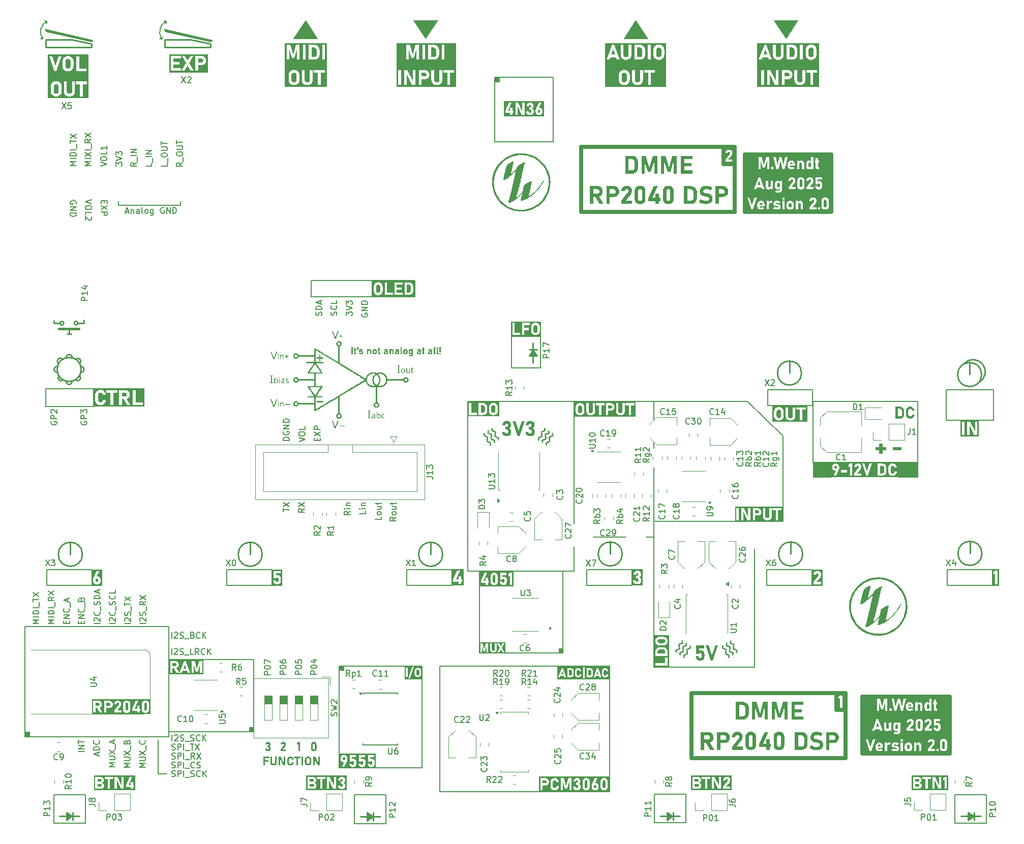
<source format=gbr>
%TF.GenerationSoftware,KiCad,Pcbnew,9.0.3*%
%TF.CreationDate,2025-08-21T10:40:16+02:00*%
%TF.ProjectId,RP2040-DSP_V2.0,52503230-3430-42d4-9453-505f56322e30,V2.0*%
%TF.SameCoordinates,Original*%
%TF.FileFunction,Legend,Top*%
%TF.FilePolarity,Positive*%
%FSLAX46Y46*%
G04 Gerber Fmt 4.6, Leading zero omitted, Abs format (unit mm)*
G04 Created by KiCad (PCBNEW 9.0.3) date 2025-08-21 10:40:16*
%MOMM*%
%LPD*%
G01*
G04 APERTURE LIST*
%ADD10C,0.150000*%
%ADD11C,0.250000*%
%ADD12C,0.100000*%
%ADD13C,0.650000*%
%ADD14C,0.400000*%
%ADD15C,0.750000*%
%ADD16C,0.120000*%
%ADD17C,0.000000*%
G04 APERTURE END LIST*
D10*
X114650000Y-132550000D02*
X128450000Y-132550000D01*
X128450000Y-149550000D01*
X114650000Y-149550000D01*
X114650000Y-132550000D01*
D11*
X180049999Y-128850000D02*
G75*
G02*
X179803494Y-128370999I-46499J279000D01*
G01*
X149488987Y-93392868D02*
G75*
G02*
X149242480Y-93871904I-199987J-200032D01*
G01*
D10*
X167000000Y-108500000D02*
X167000000Y-99500000D01*
X85020074Y-28006999D02*
G75*
G02*
X85810460Y-25131203I1767766J1060659D01*
G01*
X153750000Y-116750000D02*
X153750000Y-112700000D01*
D11*
X189800000Y-113900000D02*
X189800000Y-111900000D01*
X179253501Y-130671005D02*
G75*
G02*
X179500001Y-131150000I46499J-278995D01*
G01*
D10*
X162325000Y-111125000D02*
X156950000Y-111125000D01*
D11*
X71100000Y-75450000D02*
G75*
G02*
X70500000Y-75450000I-300000J0D01*
G01*
X70500000Y-75450000D02*
G75*
G02*
X71100000Y-75450000I300000J0D01*
G01*
X173046499Y-129221006D02*
G75*
G02*
X172800002Y-129699989I-199999J-199994D01*
G01*
X93200000Y-28900000D02*
X93200000Y-29500000D01*
X85600000Y-29500000D01*
X85600000Y-28200000D01*
X89900000Y-28200000D01*
X93200000Y-28900000D01*
X180049999Y-128850000D02*
G75*
G02*
X180296507Y-129329002I46501J-279000D01*
G01*
X67650000Y-83650000D02*
G75*
G02*
X67650000Y-82650000I0J500000D01*
G01*
X69650000Y-76400000D02*
X69650000Y-77200000D01*
D12*
X196500000Y-101100000D02*
X193500000Y-101100000D01*
X193500000Y-98600000D01*
X196500000Y-98600000D01*
X196500000Y-101100000D01*
G36*
X196500000Y-101100000D02*
G01*
X193500000Y-101100000D01*
X193500000Y-98600000D01*
X196500000Y-98600000D01*
X196500000Y-101100000D01*
G37*
X211000000Y-101100000D02*
X207750000Y-101100000D01*
X207750000Y-98700000D01*
X211000000Y-98700000D01*
X211000000Y-101100000D01*
G36*
X211000000Y-101100000D02*
G01*
X207750000Y-101100000D01*
X207750000Y-98700000D01*
X211000000Y-98700000D01*
X211000000Y-101100000D01*
G37*
D11*
X69300000Y-77200000D02*
X70000000Y-77200000D01*
D10*
X185850000Y-116525000D02*
X193350000Y-116525000D01*
X193350000Y-119150000D01*
X185850000Y-119150000D01*
X185850000Y-116525000D01*
D11*
X140855508Y-94421434D02*
G75*
G02*
X141101968Y-94900390I46492J-278966D01*
G01*
D10*
X143350000Y-77675000D02*
X148100000Y-77675000D01*
X148100000Y-82900000D01*
X143350000Y-82900000D01*
X143350000Y-77675000D01*
X85051857Y-28092171D02*
X84737068Y-28007819D01*
X85195561Y-27800000D01*
X85051857Y-28092171D01*
G36*
X85051857Y-28092171D02*
G01*
X84737068Y-28007819D01*
X85195561Y-27800000D01*
X85051857Y-28092171D01*
G37*
D13*
X178600000Y-46100000D02*
X180500000Y-46100000D01*
X180500000Y-48900000D01*
X178600000Y-48900000D01*
X178600000Y-46100000D01*
D11*
X148342999Y-93942010D02*
G75*
G02*
X148096502Y-94420987I-199999J-199990D01*
G01*
X99800000Y-113950000D02*
X99800000Y-111950000D01*
X69150000Y-81150000D02*
G75*
G02*
X70150000Y-81150000I500000J0D01*
G01*
X219600000Y-84000000D02*
X219600000Y-82000000D01*
D10*
X131400000Y-132600000D02*
X159650000Y-132600000D01*
X159650000Y-153500000D01*
X131400000Y-153500000D01*
X131400000Y-132600000D01*
D11*
X172390992Y-128792439D02*
G75*
G02*
X172144505Y-129271361I-199992J-199961D01*
G01*
X121450000Y-157650000D02*
X118150000Y-157650000D01*
D10*
X185950000Y-86550000D02*
X193450000Y-86550000D01*
X193450000Y-89175000D01*
X185950000Y-89175000D01*
X185950000Y-86550000D01*
D11*
X120305944Y-157000000D02*
X120305944Y-158300000D01*
X139544490Y-95278566D02*
G75*
G02*
X139298030Y-94799611I-46490J278966D01*
G01*
X171744493Y-128371434D02*
G75*
G02*
X171498005Y-128850366I-199993J-199966D01*
G01*
D12*
X166000001Y-28000000D02*
X161999999Y-28000000D01*
X164000000Y-25000000D01*
X166000001Y-28000000D01*
G36*
X166000001Y-28000000D02*
G01*
X161999999Y-28000000D01*
X164000000Y-25000000D01*
X166000001Y-28000000D01*
G37*
D10*
X77900000Y-55100000D02*
X77900000Y-55800000D01*
D11*
X140352007Y-93450429D02*
G75*
G02*
X140598474Y-93929392I46493J-278971D01*
G01*
X68750000Y-75450000D02*
G75*
G02*
X68150000Y-75450000I-300000J0D01*
G01*
X68150000Y-75450000D02*
G75*
G02*
X68750000Y-75450000I300000J0D01*
G01*
X179253501Y-130671005D02*
G75*
G02*
X179006988Y-130191996I-46501J279005D01*
G01*
X149651495Y-94779424D02*
G75*
G02*
X149898001Y-94300385I200005J200024D01*
G01*
X172049999Y-131150000D02*
G75*
G02*
X172296500Y-130671005I200001J200000D01*
G01*
X172553500Y-130178995D02*
G75*
G02*
X172799998Y-129700009I200000J199995D01*
G01*
X191800000Y-113900000D02*
G75*
G02*
X187800000Y-113900000I-2000000J0D01*
G01*
X187800000Y-113900000D02*
G75*
G02*
X191800000Y-113900000I2000000J0D01*
G01*
X221650000Y-113800000D02*
G75*
G02*
X217650000Y-113800000I-2000000J0D01*
G01*
X217650000Y-113800000D02*
G75*
G02*
X221650000Y-113800000I2000000J0D01*
G01*
X140855508Y-94421434D02*
G75*
G02*
X140608956Y-93942387I-46508J279034D01*
G01*
X140199997Y-94850000D02*
G75*
G02*
X139953492Y-94371000I-46497J279000D01*
G01*
D12*
X62325000Y-143525000D02*
X63075000Y-143525000D01*
X63075000Y-144275000D01*
X62325000Y-144275000D01*
X62325000Y-143525000D01*
G36*
X62325000Y-143525000D02*
G01*
X63075000Y-143525000D01*
X63075000Y-144275000D01*
X62325000Y-144275000D01*
X62325000Y-143525000D01*
G37*
D11*
X149640993Y-94792439D02*
G75*
G02*
X149394505Y-95271362I-199993J-199961D01*
G01*
X171403500Y-130728995D02*
G75*
G02*
X171649999Y-130250009I200000J199995D01*
G01*
X140352007Y-93450429D02*
G75*
G02*
X140105461Y-92971388I-46507J279029D01*
G01*
D10*
X125900000Y-116475000D02*
X133400000Y-116475000D01*
X133400000Y-119100000D01*
X125900000Y-119100000D01*
X125900000Y-116475000D01*
X120150000Y-68350000D02*
X127190000Y-68350000D01*
X127190000Y-71050000D01*
X120150000Y-71050000D01*
X120150000Y-68350000D01*
X215700000Y-86562500D02*
X223550000Y-86562500D01*
X223550000Y-91637500D01*
X215700000Y-91637500D01*
X215700000Y-86562500D01*
D11*
X147550000Y-80855944D02*
X146250000Y-80855944D01*
X146900000Y-79968444D01*
X147550000Y-80855944D01*
G36*
X147550000Y-80855944D02*
G01*
X146250000Y-80855944D01*
X146900000Y-79968444D01*
X147550000Y-80855944D01*
G37*
X70150000Y-85150000D02*
G75*
G02*
X69150000Y-85150000I-500000J0D01*
G01*
X172400000Y-128800001D02*
G75*
G02*
X172153501Y-129278994I-200000J-199999D01*
G01*
D13*
X197425000Y-137075000D02*
X198925000Y-137075000D01*
X198925000Y-139875000D01*
X197425000Y-139875000D01*
X197425000Y-137075000D01*
D11*
X67100000Y-75450000D02*
X68150000Y-75450000D01*
D12*
X221600000Y-84000000D02*
G75*
G02*
X217600000Y-84000000I-2000000J0D01*
G01*
X217600000Y-84000000D02*
G75*
G02*
X221600000Y-84000000I2000000J0D01*
G01*
D11*
X129850000Y-113950000D02*
X129850000Y-111950000D01*
X179405507Y-129271434D02*
G75*
G02*
X179651969Y-129750390I46493J-278966D01*
G01*
X148492487Y-95321863D02*
G75*
G02*
X148738977Y-94842919I200013J199963D01*
G01*
D12*
X129000000Y-28000000D02*
X126999999Y-25000000D01*
X131000001Y-25000000D01*
X129000000Y-28000000D01*
G36*
X129000000Y-28000000D02*
G01*
X126999999Y-25000000D01*
X131000001Y-25000000D01*
X129000000Y-28000000D01*
G37*
D11*
X170087500Y-157600000D02*
X169200000Y-158250000D01*
X169200000Y-156950000D01*
X170087500Y-157600000D01*
G36*
X170087500Y-157600000D02*
G01*
X169200000Y-158250000D01*
X169200000Y-156950000D01*
X170087500Y-157600000D01*
G37*
D10*
X65950000Y-116525000D02*
X73450000Y-116525000D01*
X73450000Y-119150000D01*
X65950000Y-119150000D01*
X65950000Y-116525000D01*
D11*
X178750000Y-129700000D02*
G75*
G02*
X178996507Y-130179002I46500J-279000D01*
G01*
D12*
X111000001Y-28000000D02*
X106999999Y-28000000D01*
X109000000Y-25000000D01*
X111000001Y-28000000D01*
G36*
X111000001Y-28000000D02*
G01*
X106999999Y-28000000D01*
X109000000Y-25000000D01*
X111000001Y-28000000D01*
G37*
D10*
X153750000Y-88500000D02*
X136000000Y-88500000D01*
D11*
X67100000Y-75000000D02*
X67100000Y-75450000D01*
X139696500Y-93878995D02*
G75*
G02*
X139943012Y-94358003I46500J-279005D01*
G01*
X101800000Y-113950000D02*
G75*
G02*
X97800000Y-113950000I-2000000J0D01*
G01*
X97800000Y-113950000D02*
G75*
G02*
X101800000Y-113950000I2000000J0D01*
G01*
D10*
X167000000Y-132750000D02*
X183750000Y-132750000D01*
X167000000Y-96275000D02*
X167000000Y-95275000D01*
X122362500Y-158800000D02*
X117137500Y-158800000D01*
X117137501Y-154050000D01*
X122362499Y-154050000D01*
X122362500Y-158800000D01*
D11*
X67850000Y-82107106D02*
G75*
G02*
X68557106Y-81400000I353553J353553D01*
G01*
D10*
X136000000Y-88500000D02*
X136000000Y-116750000D01*
D11*
X171896499Y-129771005D02*
G75*
G02*
X171650003Y-130249990I-199999J-199995D01*
G01*
X171350000Y-157600000D02*
X168050000Y-157600000D01*
X148353501Y-93928995D02*
G75*
G02*
X148599998Y-93450010I199999J199995D01*
G01*
X170747993Y-130300429D02*
G75*
G02*
X170994502Y-129821380I200007J200029D01*
G01*
D10*
X183750000Y-113000000D02*
X183750000Y-132750000D01*
D11*
X172542998Y-130192010D02*
G75*
G02*
X172296503Y-130670986I-199998J-199990D01*
G01*
D13*
X154900000Y-46100000D02*
X180500000Y-46100000D01*
X180500000Y-56900000D01*
X154900000Y-56900000D01*
X154900000Y-46100000D01*
D10*
X222374999Y-158759992D02*
X217149999Y-158759992D01*
X217150000Y-154009993D01*
X222374998Y-154009992D01*
X222374999Y-158759992D01*
X188500000Y-108500000D02*
X167000000Y-108500000D01*
X65170074Y-28006999D02*
G75*
G02*
X65960460Y-25131203I1767766J1060659D01*
G01*
D11*
X149502007Y-93399571D02*
G75*
G02*
X149255498Y-93878620I-200007J-200029D01*
G01*
D13*
X201750000Y-137650000D02*
X216300000Y-137650000D01*
X216300000Y-147150000D01*
X201750000Y-147150000D01*
X201750000Y-137650000D01*
D11*
X72150000Y-74950000D02*
X72150000Y-75450000D01*
D10*
X167000000Y-91525000D02*
X167000000Y-88525000D01*
D11*
X149147994Y-95750429D02*
G75*
G02*
X149394502Y-95271381I200006J200029D01*
G01*
X139696496Y-93878995D02*
G75*
G02*
X139943011Y-94358006I46504J-279005D01*
G01*
X171887491Y-129763444D02*
G75*
G02*
X171641006Y-130242357I-199991J-199956D01*
G01*
X148998506Y-94370576D02*
G75*
G02*
X148751999Y-94849615I-200006J-200024D01*
G01*
X171251494Y-129329424D02*
G75*
G02*
X171498001Y-128850385I200006J200024D01*
G01*
X220237500Y-157600000D02*
X219350000Y-158250000D01*
X219350000Y-156950000D01*
X220237500Y-157600000D01*
G36*
X220237500Y-157600000D02*
G01*
X219350000Y-158250000D01*
X219350000Y-156950000D01*
X220237500Y-157600000D01*
G37*
X71650000Y-83150000D02*
G75*
G02*
X67650000Y-83150000I-2000000J0D01*
G01*
X67650000Y-83150000D02*
G75*
G02*
X71650000Y-83150000I2000000J0D01*
G01*
X221600000Y-84000000D02*
G75*
G02*
X217600000Y-84000000I-2000000J0D01*
G01*
X217600000Y-84000000D02*
G75*
G02*
X221600000Y-84000000I2000000J0D01*
G01*
X71650000Y-82650000D02*
G75*
G02*
X71650000Y-83650000I0J-500000D01*
G01*
D10*
X172324999Y-158709992D02*
X167099999Y-158709992D01*
X167100000Y-153959993D01*
X172324998Y-153959992D01*
X172324999Y-158709992D01*
D11*
X131850000Y-113950000D02*
G75*
G02*
X127850000Y-113950000I-2000000J0D01*
G01*
X127850000Y-113950000D02*
G75*
G02*
X131850000Y-113950000I2000000J0D01*
G01*
X73350000Y-28900000D02*
X73350000Y-29500000D01*
X65750000Y-29500000D01*
X65750000Y-28200000D01*
X70050000Y-28200000D01*
X73350000Y-28900000D01*
X220355944Y-156950000D02*
X220355944Y-158250000D01*
X70742894Y-81442894D02*
G75*
G02*
X71449906Y-82149906I353506J-353506D01*
G01*
X171240992Y-129342439D02*
G75*
G02*
X170994505Y-129821361I-199992J-199961D01*
G01*
X146900000Y-78705944D02*
X146900000Y-82005943D01*
D14*
X68000000Y-76400000D02*
X71300000Y-76400000D01*
D11*
X221500000Y-157600000D02*
X218200000Y-157600000D01*
D10*
X167000000Y-111125000D02*
X165725000Y-111125000D01*
D11*
X140200001Y-94850000D02*
G75*
G02*
X140446506Y-95329001I46499J-279000D01*
G01*
X178750000Y-129700000D02*
G75*
G02*
X178503494Y-129220998I-46500J279000D01*
G01*
D10*
X140500000Y-34500000D02*
X150250000Y-34500000D01*
X150250000Y-45250000D01*
X140500000Y-45250000D01*
X140500000Y-34500000D01*
X182625000Y-88500000D02*
X188500000Y-94250000D01*
D11*
X139040989Y-94307561D02*
G75*
G02*
X139287549Y-94786617I46511J-279039D01*
G01*
X68657106Y-84907106D02*
G75*
G02*
X67950094Y-84200094I-353506J353506D01*
G01*
D10*
X155850000Y-116475000D02*
X163350000Y-116475000D01*
X163350000Y-119100000D01*
X155850000Y-119100000D01*
X155850000Y-116475000D01*
D12*
X93500000Y-28300000D02*
X93200000Y-28568285D01*
X85600000Y-26868285D01*
X85500000Y-26400000D01*
X93500000Y-28300000D01*
G36*
X93500000Y-28300000D02*
G01*
X93200000Y-28568285D01*
X85600000Y-26868285D01*
X85500000Y-26400000D01*
X93500000Y-28300000D01*
G37*
D11*
X180553500Y-129821005D02*
G75*
G02*
X180800001Y-130300001I46500J-278995D01*
G01*
D10*
X153750000Y-88500000D02*
X182500000Y-88500000D01*
D11*
X179405507Y-129271434D02*
G75*
G02*
X179158956Y-128792387I-46507J279034D01*
G01*
X218653847Y-82198418D02*
G75*
G02*
X221069169Y-85361743I1531653J-1334282D01*
G01*
D10*
X109950000Y-68350000D02*
X120150000Y-68350000D01*
X120150000Y-71050000D01*
X109950000Y-71050000D01*
X109950000Y-68350000D01*
D11*
X191600000Y-83750000D02*
G75*
G02*
X187600000Y-83750000I-2000000J0D01*
G01*
X187600000Y-83750000D02*
G75*
G02*
X191600000Y-83750000I2000000J0D01*
G01*
D12*
X151150000Y-129600000D02*
X151900000Y-129600000D01*
X151900000Y-130350000D01*
X151150000Y-130350000D01*
X151150000Y-129600000D01*
G36*
X151150000Y-129600000D02*
G01*
X151900000Y-129600000D01*
X151900000Y-130350000D01*
X151150000Y-130350000D01*
X151150000Y-129600000D01*
G37*
D10*
X86250000Y-131500000D02*
X100357500Y-131500000D01*
X100357500Y-143550000D01*
X86250000Y-143550000D01*
X86250000Y-131500000D01*
D11*
X140200001Y-94850000D02*
G75*
G02*
X139953494Y-94370998I-46501J279000D01*
G01*
X148846500Y-92971005D02*
G75*
G02*
X148600002Y-93449991I-200000J-199995D01*
G01*
X139696500Y-93878995D02*
G75*
G02*
X139449999Y-93399999I-46500J278995D01*
G01*
X159750000Y-113900000D02*
X159750000Y-111900000D01*
D10*
X65960465Y-25131201D02*
X65960460Y-25500001D01*
X65599004Y-25059694D01*
X65960465Y-25131201D01*
G36*
X65960465Y-25131201D02*
G01*
X65960460Y-25500001D01*
X65599004Y-25059694D01*
X65960465Y-25131201D01*
G37*
X95900000Y-116525000D02*
X103400000Y-116525000D01*
X103400000Y-119150000D01*
X95900000Y-119150000D01*
X95900000Y-116525000D01*
D11*
X219650000Y-113800000D02*
X219650000Y-111800000D01*
D13*
X173325000Y-137075000D02*
X198925000Y-137075000D01*
X198925000Y-147875000D01*
X173325000Y-147875000D01*
X173325000Y-137075000D01*
D11*
X148995988Y-94350858D02*
G75*
G02*
X149242477Y-93871923I200012J199958D01*
G01*
D10*
X188500000Y-94250000D02*
X188500000Y-108500000D01*
X136000000Y-116750000D02*
X153750000Y-116750000D01*
D12*
X189000000Y-28000000D02*
X186999999Y-25000000D01*
X191000001Y-25000000D01*
X189000000Y-28000000D01*
G36*
X189000000Y-28000000D02*
G01*
X186999999Y-25000000D01*
X191000001Y-25000000D01*
X189000000Y-28000000D01*
G37*
D11*
X189600000Y-83750000D02*
X189600000Y-81750000D01*
X171907001Y-129757990D02*
G75*
G02*
X172153498Y-129279013I199999J199990D01*
G01*
D10*
X72324999Y-158759992D02*
X67099999Y-158759992D01*
X67100000Y-154009993D01*
X72324998Y-154009992D01*
X72324999Y-158759992D01*
X153750000Y-108925000D02*
X153750000Y-88500000D01*
X215900000Y-116500000D02*
X223400000Y-116500000D01*
X223400000Y-119125000D01*
X215900000Y-119125000D01*
X215900000Y-116500000D01*
D11*
X148505507Y-95328566D02*
G75*
G02*
X148751995Y-94849634I199993J199966D01*
G01*
X180553500Y-129821005D02*
G75*
G02*
X180306988Y-129341997I-46500J279005D01*
G01*
X179909008Y-130242439D02*
G75*
G02*
X180155463Y-130721389I46492J-278961D01*
G01*
D12*
X140500000Y-34500000D02*
X141250000Y-34500000D01*
X141250000Y-35250000D01*
X140500000Y-35250000D01*
X140500000Y-34500000D01*
G36*
X140500000Y-34500000D02*
G01*
X141250000Y-34500000D01*
X141250000Y-35250000D01*
X140500000Y-35250000D01*
X140500000Y-34500000D01*
G37*
D10*
X193500000Y-88500000D02*
X211000000Y-88500000D01*
X211000000Y-98600000D01*
X193500000Y-98600000D01*
X193500000Y-88500000D01*
D11*
X139696496Y-93878995D02*
G75*
G02*
X139449998Y-93400002I-46496J278995D01*
G01*
D10*
X84450000Y-144850000D02*
X84450000Y-150550000D01*
X77900000Y-55800000D02*
X88200000Y-55800000D01*
D11*
X71407106Y-84192894D02*
G75*
G02*
X70700000Y-84900000I-353553J-353553D01*
G01*
X148985486Y-94363873D02*
G75*
G02*
X148738981Y-94842900I-199986J-200027D01*
G01*
D10*
X65201857Y-28092171D02*
X64887068Y-28007819D01*
X65345561Y-27800000D01*
X65201857Y-28092171D01*
G36*
X65201857Y-28092171D02*
G01*
X64887068Y-28007819D01*
X65345561Y-27800000D01*
X65201857Y-28092171D01*
G37*
D11*
X171897993Y-129750429D02*
G75*
G02*
X172144502Y-129271380I200007J200029D01*
G01*
X70205944Y-156950000D02*
X70205944Y-158250000D01*
X147850000Y-94900000D02*
G75*
G02*
X148096499Y-94421006I200000J200000D01*
G01*
X161750000Y-113900000D02*
G75*
G02*
X157750000Y-113900000I-2000000J0D01*
G01*
X157750000Y-113900000D02*
G75*
G02*
X161750000Y-113900000I2000000J0D01*
G01*
X170205944Y-156950000D02*
X170205944Y-158250000D01*
D10*
X65775000Y-86325000D02*
X73725000Y-86325000D01*
X73725000Y-89350000D01*
X65775000Y-89350000D01*
X65775000Y-86325000D01*
D11*
X171394492Y-130721434D02*
G75*
G02*
X171641002Y-130242376I200008J200034D01*
G01*
X139544490Y-95278566D02*
G75*
G02*
X139791043Y-95757615I46510J-279034D01*
G01*
X179909008Y-130242439D02*
G75*
G02*
X179662450Y-129763385I-46508J279039D01*
G01*
X149009008Y-94357561D02*
G75*
G02*
X149255495Y-93878639I199992J199961D01*
G01*
X139040989Y-94307561D02*
G75*
G02*
X138794536Y-93828613I-46489J278961D01*
G01*
D10*
X84450000Y-150550000D02*
X85950000Y-150550000D01*
D11*
X179394492Y-129278566D02*
G75*
G02*
X179641044Y-129757613I46508J-279034D01*
G01*
D10*
X167000000Y-108500000D02*
X167000000Y-132750000D01*
D11*
X179897993Y-130249571D02*
G75*
G02*
X180144539Y-130728612I46507J-279029D01*
G01*
D13*
X182150000Y-47300000D02*
X196600000Y-47300000D01*
X196600000Y-56900000D01*
X182150000Y-56900000D01*
X182150000Y-47300000D01*
D12*
X99625000Y-142725000D02*
X100375000Y-142725000D01*
X100375000Y-143475000D01*
X99625000Y-143475000D01*
X99625000Y-142725000D01*
G36*
X99625000Y-142725000D02*
G01*
X100375000Y-142725000D01*
X100375000Y-143475000D01*
X99625000Y-143475000D01*
X99625000Y-142725000D01*
G37*
D11*
X72150000Y-75450000D02*
X71100000Y-75450000D01*
D12*
X73650000Y-28300000D02*
X73350000Y-28568285D01*
X65750000Y-26868285D01*
X65650000Y-26400000D01*
X73650000Y-28300000D01*
G36*
X73650000Y-28300000D02*
G01*
X73350000Y-28568285D01*
X65750000Y-26868285D01*
X65650000Y-26400000D01*
X73650000Y-28300000D01*
G37*
D10*
X137950000Y-116750000D02*
X151900000Y-116750000D01*
X151900000Y-130350000D01*
X137950000Y-130350000D01*
X137950000Y-116750000D01*
X85810465Y-25131201D02*
X85810460Y-25500001D01*
X85449004Y-25059694D01*
X85810465Y-25131201D01*
G36*
X85810465Y-25131201D02*
G01*
X85810460Y-25500001D01*
X85449004Y-25059694D01*
X85810465Y-25131201D01*
G37*
D11*
X120187500Y-157650000D02*
X119300000Y-158300000D01*
X119300000Y-157000000D01*
X120187500Y-157650000D01*
G36*
X120187500Y-157650000D02*
G01*
X119300000Y-158300000D01*
X119300000Y-157000000D01*
X120187500Y-157650000D01*
G37*
X179394492Y-129278566D02*
G75*
G02*
X179148032Y-128799610I-46492J278966D01*
G01*
D10*
X88200000Y-55800000D02*
X88200000Y-55100000D01*
D11*
X179897993Y-130249571D02*
G75*
G02*
X179651526Y-129770608I-46493J278971D01*
G01*
X70087500Y-157600000D02*
X69200000Y-158250000D01*
X69200000Y-156950000D01*
X70087500Y-157600000D01*
G36*
X70087500Y-157600000D02*
G01*
X69200000Y-158250000D01*
X69200000Y-156950000D01*
X70087500Y-157600000D01*
G37*
X71350000Y-157600000D02*
X68050000Y-157600000D01*
X146250000Y-79850000D02*
X147550000Y-79850000D01*
X150144494Y-93821434D02*
G75*
G02*
X149898004Y-94300366I-199994J-199966D01*
G01*
X140199997Y-94850000D02*
G75*
G02*
X140446505Y-95329004I46503J-279000D01*
G01*
D12*
X114625000Y-132525000D02*
X115375000Y-132525000D01*
X115375000Y-133275000D01*
X114625000Y-133275000D01*
X114625000Y-132525000D01*
G36*
X114625000Y-132525000D02*
G01*
X115375000Y-132525000D01*
X115375000Y-133275000D01*
X114625000Y-133275000D01*
X114625000Y-132525000D01*
G37*
D11*
X71850000Y-113950000D02*
G75*
G02*
X67850000Y-113950000I-2000000J0D01*
G01*
X67850000Y-113950000D02*
G75*
G02*
X71850000Y-113950000I2000000J0D01*
G01*
X69850000Y-113950000D02*
X69850000Y-111950000D01*
D10*
X70797561Y-55560588D02*
X70845180Y-55465350D01*
X70845180Y-55465350D02*
X70845180Y-55322493D01*
X70845180Y-55322493D02*
X70797561Y-55179636D01*
X70797561Y-55179636D02*
X70702323Y-55084398D01*
X70702323Y-55084398D02*
X70607085Y-55036779D01*
X70607085Y-55036779D02*
X70416609Y-54989160D01*
X70416609Y-54989160D02*
X70273752Y-54989160D01*
X70273752Y-54989160D02*
X70083276Y-55036779D01*
X70083276Y-55036779D02*
X69988038Y-55084398D01*
X69988038Y-55084398D02*
X69892800Y-55179636D01*
X69892800Y-55179636D02*
X69845180Y-55322493D01*
X69845180Y-55322493D02*
X69845180Y-55417731D01*
X69845180Y-55417731D02*
X69892800Y-55560588D01*
X69892800Y-55560588D02*
X69940419Y-55608207D01*
X69940419Y-55608207D02*
X70273752Y-55608207D01*
X70273752Y-55608207D02*
X70273752Y-55417731D01*
X69845180Y-56036779D02*
X70845180Y-56036779D01*
X70845180Y-56036779D02*
X69845180Y-56608207D01*
X69845180Y-56608207D02*
X70845180Y-56608207D01*
X69845180Y-57084398D02*
X70845180Y-57084398D01*
X70845180Y-57084398D02*
X70845180Y-57322493D01*
X70845180Y-57322493D02*
X70797561Y-57465350D01*
X70797561Y-57465350D02*
X70702323Y-57560588D01*
X70702323Y-57560588D02*
X70607085Y-57608207D01*
X70607085Y-57608207D02*
X70416609Y-57655826D01*
X70416609Y-57655826D02*
X70273752Y-57655826D01*
X70273752Y-57655826D02*
X70083276Y-57608207D01*
X70083276Y-57608207D02*
X69988038Y-57560588D01*
X69988038Y-57560588D02*
X69892800Y-57465350D01*
X69892800Y-57465350D02*
X69845180Y-57322493D01*
X69845180Y-57322493D02*
X69845180Y-57084398D01*
D12*
G36*
X147405552Y-75758519D02*
G01*
X147486601Y-75790467D01*
X147554297Y-75842374D01*
X147604815Y-75912711D01*
X147635653Y-75996330D01*
X147646458Y-76095771D01*
X147646458Y-76677801D01*
X147635660Y-76777153D01*
X147604815Y-76860861D01*
X147554297Y-76931198D01*
X147486601Y-76983105D01*
X147405560Y-77014960D01*
X147309037Y-77026092D01*
X147212496Y-77014964D01*
X147131350Y-76983105D01*
X147063754Y-76931207D01*
X147013259Y-76860861D01*
X146982413Y-76777153D01*
X146971615Y-76677801D01*
X146971615Y-76095771D01*
X146982420Y-75996330D01*
X147013259Y-75912711D01*
X147063754Y-75842365D01*
X147131350Y-75790467D01*
X147212503Y-75758516D01*
X147309037Y-75747358D01*
X147405552Y-75758519D01*
G37*
G36*
X148256782Y-77622738D02*
G01*
X143233029Y-77622738D01*
X143233029Y-77380000D01*
X143455251Y-77380000D01*
X143621947Y-77380000D01*
X144786008Y-77380000D01*
X145059438Y-77380000D01*
X145433740Y-77380000D01*
X145433740Y-76591706D01*
X146213852Y-76591706D01*
X146213852Y-76230959D01*
X145433740Y-76230959D01*
X145433740Y-76105296D01*
X146583513Y-76105296D01*
X146583513Y-76668154D01*
X146594064Y-76811595D01*
X146624451Y-76938955D01*
X146673639Y-77052836D01*
X146742351Y-77155481D01*
X146826823Y-77240574D01*
X146928506Y-77309658D01*
X147041461Y-77359299D01*
X147167448Y-77389904D01*
X147309037Y-77400516D01*
X147450625Y-77389904D01*
X147576612Y-77359299D01*
X147689567Y-77309658D01*
X147791242Y-77240570D01*
X147875671Y-77155477D01*
X147944312Y-77052836D01*
X147993569Y-76938948D01*
X148023995Y-76811589D01*
X148034560Y-76668154D01*
X148034560Y-76105296D01*
X148023993Y-75961861D01*
X147993565Y-75834546D01*
X147944312Y-75720736D01*
X147875659Y-75618026D01*
X147791229Y-75532937D01*
X147689567Y-75463914D01*
X147576612Y-75414273D01*
X147450625Y-75383668D01*
X147309037Y-75373056D01*
X147167448Y-75383668D01*
X147041461Y-75414273D01*
X146928506Y-75463914D01*
X146826836Y-75532933D01*
X146742363Y-75618022D01*
X146673639Y-75720736D01*
X146624455Y-75834539D01*
X146594066Y-75961855D01*
X146584214Y-76095771D01*
X146583513Y-76105296D01*
X145433740Y-76105296D01*
X145433740Y-75754197D01*
X146364183Y-75754197D01*
X146364183Y-75393450D01*
X145433740Y-75393450D01*
X145059438Y-75393450D01*
X145059438Y-77380000D01*
X144786008Y-77380000D01*
X144786008Y-77019253D01*
X143829553Y-77019253D01*
X143829553Y-75393450D01*
X143455251Y-75393450D01*
X143455251Y-77380000D01*
X143233029Y-77380000D01*
X143233029Y-75150834D01*
X148256782Y-75150834D01*
X148256782Y-77622738D01*
G37*
D10*
X95790476Y-114854819D02*
X96457142Y-115854819D01*
X96457142Y-114854819D02*
X95790476Y-115854819D01*
X97028571Y-114854819D02*
X97123809Y-114854819D01*
X97123809Y-114854819D02*
X97219047Y-114902438D01*
X97219047Y-114902438D02*
X97266666Y-114950057D01*
X97266666Y-114950057D02*
X97314285Y-115045295D01*
X97314285Y-115045295D02*
X97361904Y-115235771D01*
X97361904Y-115235771D02*
X97361904Y-115473866D01*
X97361904Y-115473866D02*
X97314285Y-115664342D01*
X97314285Y-115664342D02*
X97266666Y-115759580D01*
X97266666Y-115759580D02*
X97219047Y-115807200D01*
X97219047Y-115807200D02*
X97123809Y-115854819D01*
X97123809Y-115854819D02*
X97028571Y-115854819D01*
X97028571Y-115854819D02*
X96933333Y-115807200D01*
X96933333Y-115807200D02*
X96885714Y-115759580D01*
X96885714Y-115759580D02*
X96838095Y-115664342D01*
X96838095Y-115664342D02*
X96790476Y-115473866D01*
X96790476Y-115473866D02*
X96790476Y-115235771D01*
X96790476Y-115235771D02*
X96838095Y-115045295D01*
X96838095Y-115045295D02*
X96885714Y-114950057D01*
X96885714Y-114950057D02*
X96933333Y-114902438D01*
X96933333Y-114902438D02*
X97028571Y-114854819D01*
D12*
G36*
X195129022Y-119182444D02*
G01*
X193320575Y-119182444D01*
X193320575Y-117384029D01*
X193565019Y-117384029D01*
X193565019Y-117385506D01*
X193987364Y-117385506D01*
X193987364Y-117384029D01*
X194002968Y-117304321D01*
X194028847Y-117242111D01*
X194063934Y-117193947D01*
X194109759Y-117157140D01*
X194164037Y-117134850D01*
X194229299Y-117127049D01*
X194326082Y-117140177D01*
X194391574Y-117175140D01*
X194433736Y-117231823D01*
X194448666Y-117311892D01*
X194448666Y-117314847D01*
X194442102Y-117375606D01*
X194420859Y-117444882D01*
X194387757Y-117512938D01*
X194342005Y-117580962D01*
X193592020Y-118566836D01*
X193592020Y-118938000D01*
X194884578Y-118938000D01*
X194884578Y-118541178D01*
X194137549Y-118541178D01*
X194675555Y-117861988D01*
X194758183Y-117736753D01*
X194820635Y-117596679D01*
X194859664Y-117448791D01*
X194872488Y-117301414D01*
X194872488Y-117299936D01*
X194863449Y-117181688D01*
X194837740Y-117079903D01*
X194796590Y-116991775D01*
X194738875Y-116914005D01*
X194665888Y-116849436D01*
X194575611Y-116797260D01*
X194476781Y-116761304D01*
X194361295Y-116738462D01*
X194226209Y-116730362D01*
X194101971Y-116739418D01*
X193991527Y-116765506D01*
X193892659Y-116807738D01*
X193803362Y-116866865D01*
X193727316Y-116941262D01*
X193663486Y-117032478D01*
X193616009Y-117133743D01*
X193582824Y-117250070D01*
X193565019Y-117384029D01*
X193320575Y-117384029D01*
X193320575Y-116485918D01*
X195129022Y-116485918D01*
X195129022Y-119182444D01*
G37*
G36*
X128957810Y-33715188D02*
G01*
X129025868Y-33743715D01*
X129082337Y-33789806D01*
X129124939Y-33853013D01*
X129150931Y-33927626D01*
X129160049Y-34016045D01*
X129150766Y-34102847D01*
X129124175Y-34176635D01*
X129080934Y-34239022D01*
X129024188Y-34285018D01*
X128956351Y-34313594D01*
X128876574Y-34323486D01*
X128336797Y-34323486D01*
X128336797Y-33705246D01*
X128876574Y-33705246D01*
X128957810Y-33715188D01*
G37*
G36*
X130436899Y-29519104D02*
G01*
X130553405Y-29557070D01*
X130643824Y-29616224D01*
X130712554Y-29697989D01*
X130755027Y-29800644D01*
X130770220Y-29930534D01*
X130770220Y-30661431D01*
X130755030Y-30791218D01*
X130712562Y-30893827D01*
X130643824Y-30975588D01*
X130553405Y-31034743D01*
X130436899Y-31072708D01*
X130286924Y-31086566D01*
X129923155Y-31086566D01*
X129923155Y-29505246D01*
X130286924Y-29505246D01*
X130436899Y-29519104D01*
G37*
G36*
X134063481Y-36040923D02*
G01*
X124144875Y-36040923D01*
X124144875Y-35737500D01*
X124422653Y-35737500D01*
X124907781Y-35737500D01*
X124907781Y-35735820D01*
X125419164Y-35735820D01*
X125866586Y-35735820D01*
X125866586Y-33945590D01*
X126746166Y-35735820D01*
X127321663Y-35735820D01*
X127321663Y-34323486D01*
X127868920Y-34323486D01*
X127868920Y-35737500D01*
X128336797Y-35737500D01*
X128336797Y-34839144D01*
X129979178Y-34839144D01*
X129991915Y-35031509D01*
X130027971Y-35196628D01*
X130085118Y-35338773D01*
X130167031Y-35466691D01*
X130269418Y-35571272D01*
X130394238Y-35654762D01*
X130533645Y-35713282D01*
X130695595Y-35750134D01*
X130884403Y-35763145D01*
X131073107Y-35750152D01*
X131235338Y-35713316D01*
X131375331Y-35654762D01*
X131500783Y-35571242D01*
X131603721Y-35466651D01*
X131686130Y-35338773D01*
X131743704Y-35196582D01*
X131780011Y-35031466D01*
X131792834Y-34839144D01*
X131792834Y-33705246D01*
X131965330Y-33705246D01*
X132641578Y-33705246D01*
X132641578Y-35737500D01*
X133109455Y-35737500D01*
X133109455Y-33705246D01*
X133785703Y-33705246D01*
X133785703Y-33254313D01*
X131965330Y-33254313D01*
X131965330Y-33705246D01*
X131792834Y-33705246D01*
X131792834Y-33254313D01*
X131324956Y-33254313D01*
X131324956Y-34851203D01*
X131310820Y-34988962D01*
X131271705Y-35097171D01*
X131209704Y-35182458D01*
X131125866Y-35246016D01*
X131019625Y-35285915D01*
X130884403Y-35300305D01*
X130750335Y-35285937D01*
X130644883Y-35246063D01*
X130561544Y-35182458D01*
X130500074Y-35097243D01*
X130461249Y-34989035D01*
X130447208Y-34851203D01*
X130447208Y-33254313D01*
X129979178Y-33254313D01*
X129979178Y-34839144D01*
X128336797Y-34839144D01*
X128336797Y-34774267D01*
X128864515Y-34774267D01*
X129017071Y-34763265D01*
X129152532Y-34731596D01*
X129273621Y-34680386D01*
X129383167Y-34608738D01*
X129473929Y-34520724D01*
X129547631Y-34414924D01*
X129600832Y-34296916D01*
X129633638Y-34164896D01*
X129645023Y-34016045D01*
X129633651Y-33867188D01*
X129600856Y-33734898D01*
X129547631Y-33616403D01*
X129473905Y-33509964D01*
X129383134Y-33421345D01*
X129273621Y-33349110D01*
X129152480Y-33297383D01*
X129017024Y-33265415D01*
X128864515Y-33254313D01*
X128336797Y-33254313D01*
X127868920Y-33254313D01*
X127868920Y-34323486D01*
X127321663Y-34323486D01*
X127321663Y-33254313D01*
X126874241Y-33254313D01*
X126874241Y-35072565D01*
X125991303Y-33254313D01*
X125419164Y-33254313D01*
X125419164Y-35735820D01*
X124907781Y-35735820D01*
X124907781Y-33254313D01*
X124422653Y-33254313D01*
X124422653Y-35737500D01*
X124144875Y-35737500D01*
X124144875Y-31537500D01*
X125767210Y-31537500D01*
X126192498Y-31537500D01*
X126192498Y-29807157D01*
X126650148Y-31260894D01*
X127063376Y-31260894D01*
X127521179Y-29773697D01*
X127521179Y-31537500D01*
X127946314Y-31537500D01*
X128458766Y-31537500D01*
X128943894Y-31537500D01*
X128943894Y-31086566D01*
X129455277Y-31086566D01*
X129455277Y-31537500D01*
X129690972Y-31537500D01*
X130275017Y-31537500D01*
X131682772Y-31537500D01*
X132167899Y-31537500D01*
X132167899Y-29054313D01*
X131682772Y-29054313D01*
X131682772Y-31537500D01*
X130275017Y-31537500D01*
X130485688Y-31524005D01*
X130663834Y-31486089D01*
X130814641Y-31426522D01*
X130951246Y-31341142D01*
X131060370Y-31237970D01*
X131145132Y-31115723D01*
X131205153Y-30978548D01*
X131242373Y-30823684D01*
X131255347Y-30647692D01*
X131255347Y-29944120D01*
X131241681Y-29759186D01*
X131202854Y-29600084D01*
X131140858Y-29462504D01*
X131053502Y-29340549D01*
X130943178Y-29239733D01*
X130807009Y-29158574D01*
X130657156Y-29102519D01*
X130481908Y-29066933D01*
X130276696Y-29054313D01*
X129923155Y-29054313D01*
X129455277Y-29054313D01*
X129455277Y-31086566D01*
X128943894Y-31086566D01*
X128943894Y-29054313D01*
X128458766Y-29054313D01*
X128458766Y-31537500D01*
X127946314Y-31537500D01*
X127946314Y-29054313D01*
X127329906Y-29054313D01*
X126856839Y-30727987D01*
X126383771Y-29054313D01*
X125767210Y-29054313D01*
X125767210Y-31537500D01*
X124144875Y-31537500D01*
X124144875Y-28776535D01*
X134063481Y-28776535D01*
X134063481Y-36040923D01*
G37*
G36*
X189407810Y-33715188D02*
G01*
X189475868Y-33743715D01*
X189532337Y-33789806D01*
X189574939Y-33853013D01*
X189600931Y-33927626D01*
X189610049Y-34016045D01*
X189600766Y-34102847D01*
X189574175Y-34176635D01*
X189530934Y-34239022D01*
X189474188Y-34285018D01*
X189406351Y-34313594D01*
X189326574Y-34323486D01*
X188786797Y-34323486D01*
X188786797Y-33705246D01*
X189326574Y-33705246D01*
X189407810Y-33715188D01*
G37*
G36*
X193325185Y-29510649D02*
G01*
X193426496Y-29550584D01*
X193511116Y-29615468D01*
X193574263Y-29703388D01*
X193612812Y-29807913D01*
X193626317Y-29932213D01*
X193626317Y-30659752D01*
X193612820Y-30783941D01*
X193574263Y-30888577D01*
X193511116Y-30976497D01*
X193426496Y-31041381D01*
X193325194Y-31081200D01*
X193204541Y-31095115D01*
X193083865Y-31081205D01*
X192982432Y-31041381D01*
X192897937Y-30976509D01*
X192834818Y-30888577D01*
X192796261Y-30783941D01*
X192782764Y-30659752D01*
X192782764Y-29932213D01*
X192796269Y-29807913D01*
X192834818Y-29703388D01*
X192897937Y-29615456D01*
X192982432Y-29550584D01*
X193083874Y-29510645D01*
X193204541Y-29496698D01*
X193325185Y-29510649D01*
G37*
G36*
X185894211Y-30688756D02*
G01*
X185300449Y-30688756D01*
X185597292Y-29841691D01*
X185894211Y-30688756D01*
G37*
G36*
X190106544Y-29519104D02*
G01*
X190223050Y-29557070D01*
X190313468Y-29616224D01*
X190382199Y-29697989D01*
X190424671Y-29800644D01*
X190439864Y-29930534D01*
X190439864Y-30661431D01*
X190424675Y-30791218D01*
X190382206Y-30893827D01*
X190313468Y-30975588D01*
X190223050Y-31034743D01*
X190106544Y-31072708D01*
X189956569Y-31086566D01*
X189592799Y-31086566D01*
X189592799Y-29505246D01*
X189956569Y-29505246D01*
X190106544Y-29519104D01*
G37*
G36*
X194513481Y-36040923D02*
G01*
X184221489Y-36040923D01*
X184221489Y-35737500D01*
X184872653Y-35737500D01*
X185357781Y-35737500D01*
X185357781Y-35735820D01*
X185869164Y-35735820D01*
X186316586Y-35735820D01*
X186316586Y-33945590D01*
X187196166Y-35735820D01*
X187771663Y-35735820D01*
X187771663Y-34323486D01*
X188318920Y-34323486D01*
X188318920Y-35737500D01*
X188786797Y-35737500D01*
X188786797Y-34839144D01*
X190429178Y-34839144D01*
X190441915Y-35031509D01*
X190477971Y-35196628D01*
X190535118Y-35338773D01*
X190617031Y-35466691D01*
X190719418Y-35571272D01*
X190844238Y-35654762D01*
X190983645Y-35713282D01*
X191145595Y-35750134D01*
X191334403Y-35763145D01*
X191523107Y-35750152D01*
X191685338Y-35713316D01*
X191825331Y-35654762D01*
X191950783Y-35571242D01*
X192053721Y-35466651D01*
X192136130Y-35338773D01*
X192193704Y-35196582D01*
X192230011Y-35031466D01*
X192242834Y-34839144D01*
X192242834Y-33705246D01*
X192415330Y-33705246D01*
X193091578Y-33705246D01*
X193091578Y-35737500D01*
X193559455Y-35737500D01*
X193559455Y-33705246D01*
X194235703Y-33705246D01*
X194235703Y-33254313D01*
X192415330Y-33254313D01*
X192415330Y-33705246D01*
X192242834Y-33705246D01*
X192242834Y-33254313D01*
X191774956Y-33254313D01*
X191774956Y-34851203D01*
X191760820Y-34988962D01*
X191721705Y-35097171D01*
X191659704Y-35182458D01*
X191575866Y-35246016D01*
X191469625Y-35285915D01*
X191334403Y-35300305D01*
X191200335Y-35285937D01*
X191094883Y-35246063D01*
X191011544Y-35182458D01*
X190950074Y-35097243D01*
X190911249Y-34989035D01*
X190897208Y-34851203D01*
X190897208Y-33254313D01*
X190429178Y-33254313D01*
X190429178Y-34839144D01*
X188786797Y-34839144D01*
X188786797Y-34774267D01*
X189314515Y-34774267D01*
X189467071Y-34763265D01*
X189602532Y-34731596D01*
X189723621Y-34680386D01*
X189833167Y-34608738D01*
X189923929Y-34520724D01*
X189997631Y-34414924D01*
X190050832Y-34296916D01*
X190083638Y-34164896D01*
X190095023Y-34016045D01*
X190083651Y-33867188D01*
X190050856Y-33734898D01*
X189997631Y-33616403D01*
X189923905Y-33509964D01*
X189833134Y-33421345D01*
X189723621Y-33349110D01*
X189602480Y-33297383D01*
X189467024Y-33265415D01*
X189314515Y-33254313D01*
X188786797Y-33254313D01*
X188318920Y-33254313D01*
X188318920Y-34323486D01*
X187771663Y-34323486D01*
X187771663Y-33254313D01*
X187324241Y-33254313D01*
X187324241Y-35072565D01*
X186441303Y-33254313D01*
X185869164Y-33254313D01*
X185869164Y-35735820D01*
X185357781Y-35735820D01*
X185357781Y-33254313D01*
X184872653Y-33254313D01*
X184872653Y-35737500D01*
X184221489Y-35737500D01*
X184221489Y-31537500D01*
X184499267Y-31537500D01*
X185003018Y-31537500D01*
X185142479Y-31139536D01*
X186052221Y-31139536D01*
X186191718Y-31537500D01*
X186695469Y-31537500D01*
X186351965Y-30639144D01*
X186831481Y-30639144D01*
X186844219Y-30831509D01*
X186880274Y-30996628D01*
X186937422Y-31138773D01*
X187019334Y-31266691D01*
X187121721Y-31371272D01*
X187246542Y-31454762D01*
X187385949Y-31513282D01*
X187547898Y-31550134D01*
X187736706Y-31563145D01*
X187925410Y-31550152D01*
X188087642Y-31513316D01*
X188227635Y-31454762D01*
X188353086Y-31371242D01*
X188456024Y-31266651D01*
X188538434Y-31138773D01*
X188559573Y-31086566D01*
X189124922Y-31086566D01*
X189124922Y-31537500D01*
X189360616Y-31537500D01*
X189944662Y-31537500D01*
X191352416Y-31537500D01*
X191837544Y-31537500D01*
X191837544Y-29944120D01*
X192297636Y-29944120D01*
X192297636Y-30647692D01*
X192310825Y-30826994D01*
X192348808Y-30986193D01*
X192410293Y-31128545D01*
X192496184Y-31256851D01*
X192601773Y-31363218D01*
X192728878Y-31449572D01*
X192870071Y-31511624D01*
X193027555Y-31549880D01*
X193204541Y-31563145D01*
X193381526Y-31549880D01*
X193539010Y-31511624D01*
X193680203Y-31449572D01*
X193807297Y-31363212D01*
X193912834Y-31256846D01*
X193998635Y-31128545D01*
X194060206Y-30986185D01*
X194098239Y-30826987D01*
X194111445Y-30647692D01*
X194111445Y-29944120D01*
X194098237Y-29764827D01*
X194060202Y-29605683D01*
X193998635Y-29463420D01*
X193912819Y-29335033D01*
X193807281Y-29228672D01*
X193680203Y-29142393D01*
X193539010Y-29080341D01*
X193381526Y-29042085D01*
X193204541Y-29028820D01*
X193027555Y-29042085D01*
X192870071Y-29080341D01*
X192728878Y-29142393D01*
X192601789Y-29228666D01*
X192496199Y-29335028D01*
X192410293Y-29463420D01*
X192348813Y-29605674D01*
X192310828Y-29764819D01*
X192298512Y-29932213D01*
X192297636Y-29944120D01*
X191837544Y-29944120D01*
X191837544Y-29054313D01*
X191352416Y-29054313D01*
X191352416Y-31537500D01*
X189944662Y-31537500D01*
X190155333Y-31524005D01*
X190333479Y-31486089D01*
X190484286Y-31426522D01*
X190620890Y-31341142D01*
X190730015Y-31237970D01*
X190814777Y-31115723D01*
X190874798Y-30978548D01*
X190912018Y-30823684D01*
X190924992Y-30647692D01*
X190924992Y-29944120D01*
X190911325Y-29759186D01*
X190872498Y-29600084D01*
X190810503Y-29462504D01*
X190723147Y-29340549D01*
X190612822Y-29239733D01*
X190476653Y-29158574D01*
X190326801Y-29102519D01*
X190151553Y-29066933D01*
X189946341Y-29054313D01*
X189592799Y-29054313D01*
X189124922Y-29054313D01*
X189124922Y-31086566D01*
X188559573Y-31086566D01*
X188596007Y-30996582D01*
X188632314Y-30831466D01*
X188645137Y-30639144D01*
X188645137Y-29054313D01*
X188177259Y-29054313D01*
X188177259Y-30651203D01*
X188163123Y-30788962D01*
X188124009Y-30897171D01*
X188062007Y-30982458D01*
X187978169Y-31046016D01*
X187871928Y-31085915D01*
X187736706Y-31100305D01*
X187602638Y-31085937D01*
X187497186Y-31046063D01*
X187413848Y-30982458D01*
X187352377Y-30897243D01*
X187313552Y-30789035D01*
X187299512Y-30651203D01*
X187299512Y-29054313D01*
X186831481Y-29054313D01*
X186831481Y-30639144D01*
X186351965Y-30639144D01*
X185745975Y-29054313D01*
X185448762Y-29054313D01*
X184823801Y-30688756D01*
X184499267Y-31537500D01*
X184221489Y-31537500D01*
X184221489Y-28751042D01*
X194513481Y-28751042D01*
X194513481Y-36040923D01*
G37*
D10*
X77354819Y-125513220D02*
X76354819Y-125513220D01*
X76450057Y-125084649D02*
X76402438Y-125037030D01*
X76402438Y-125037030D02*
X76354819Y-124941792D01*
X76354819Y-124941792D02*
X76354819Y-124703697D01*
X76354819Y-124703697D02*
X76402438Y-124608459D01*
X76402438Y-124608459D02*
X76450057Y-124560840D01*
X76450057Y-124560840D02*
X76545295Y-124513221D01*
X76545295Y-124513221D02*
X76640533Y-124513221D01*
X76640533Y-124513221D02*
X76783390Y-124560840D01*
X76783390Y-124560840D02*
X77354819Y-125132268D01*
X77354819Y-125132268D02*
X77354819Y-124513221D01*
X77259580Y-123513221D02*
X77307200Y-123560840D01*
X77307200Y-123560840D02*
X77354819Y-123703697D01*
X77354819Y-123703697D02*
X77354819Y-123798935D01*
X77354819Y-123798935D02*
X77307200Y-123941792D01*
X77307200Y-123941792D02*
X77211961Y-124037030D01*
X77211961Y-124037030D02*
X77116723Y-124084649D01*
X77116723Y-124084649D02*
X76926247Y-124132268D01*
X76926247Y-124132268D02*
X76783390Y-124132268D01*
X76783390Y-124132268D02*
X76592914Y-124084649D01*
X76592914Y-124084649D02*
X76497676Y-124037030D01*
X76497676Y-124037030D02*
X76402438Y-123941792D01*
X76402438Y-123941792D02*
X76354819Y-123798935D01*
X76354819Y-123798935D02*
X76354819Y-123703697D01*
X76354819Y-123703697D02*
X76402438Y-123560840D01*
X76402438Y-123560840D02*
X76450057Y-123513221D01*
X77450057Y-123322745D02*
X77450057Y-122560840D01*
X77307200Y-122370363D02*
X77354819Y-122227506D01*
X77354819Y-122227506D02*
X77354819Y-121989411D01*
X77354819Y-121989411D02*
X77307200Y-121894173D01*
X77307200Y-121894173D02*
X77259580Y-121846554D01*
X77259580Y-121846554D02*
X77164342Y-121798935D01*
X77164342Y-121798935D02*
X77069104Y-121798935D01*
X77069104Y-121798935D02*
X76973866Y-121846554D01*
X76973866Y-121846554D02*
X76926247Y-121894173D01*
X76926247Y-121894173D02*
X76878628Y-121989411D01*
X76878628Y-121989411D02*
X76831009Y-122179887D01*
X76831009Y-122179887D02*
X76783390Y-122275125D01*
X76783390Y-122275125D02*
X76735771Y-122322744D01*
X76735771Y-122322744D02*
X76640533Y-122370363D01*
X76640533Y-122370363D02*
X76545295Y-122370363D01*
X76545295Y-122370363D02*
X76450057Y-122322744D01*
X76450057Y-122322744D02*
X76402438Y-122275125D01*
X76402438Y-122275125D02*
X76354819Y-122179887D01*
X76354819Y-122179887D02*
X76354819Y-121941792D01*
X76354819Y-121941792D02*
X76402438Y-121798935D01*
X77259580Y-120798935D02*
X77307200Y-120846554D01*
X77307200Y-120846554D02*
X77354819Y-120989411D01*
X77354819Y-120989411D02*
X77354819Y-121084649D01*
X77354819Y-121084649D02*
X77307200Y-121227506D01*
X77307200Y-121227506D02*
X77211961Y-121322744D01*
X77211961Y-121322744D02*
X77116723Y-121370363D01*
X77116723Y-121370363D02*
X76926247Y-121417982D01*
X76926247Y-121417982D02*
X76783390Y-121417982D01*
X76783390Y-121417982D02*
X76592914Y-121370363D01*
X76592914Y-121370363D02*
X76497676Y-121322744D01*
X76497676Y-121322744D02*
X76402438Y-121227506D01*
X76402438Y-121227506D02*
X76354819Y-121084649D01*
X76354819Y-121084649D02*
X76354819Y-120989411D01*
X76354819Y-120989411D02*
X76402438Y-120846554D01*
X76402438Y-120846554D02*
X76450057Y-120798935D01*
X77354819Y-119894173D02*
X77354819Y-120370363D01*
X77354819Y-120370363D02*
X76354819Y-120370363D01*
X116454819Y-106770112D02*
X115978628Y-107103445D01*
X116454819Y-107341540D02*
X115454819Y-107341540D01*
X115454819Y-107341540D02*
X115454819Y-106960588D01*
X115454819Y-106960588D02*
X115502438Y-106865350D01*
X115502438Y-106865350D02*
X115550057Y-106817731D01*
X115550057Y-106817731D02*
X115645295Y-106770112D01*
X115645295Y-106770112D02*
X115788152Y-106770112D01*
X115788152Y-106770112D02*
X115883390Y-106817731D01*
X115883390Y-106817731D02*
X115931009Y-106865350D01*
X115931009Y-106865350D02*
X115978628Y-106960588D01*
X115978628Y-106960588D02*
X115978628Y-107341540D01*
X116454819Y-106341540D02*
X115788152Y-106341540D01*
X115454819Y-106341540D02*
X115502438Y-106389159D01*
X115502438Y-106389159D02*
X115550057Y-106341540D01*
X115550057Y-106341540D02*
X115502438Y-106293921D01*
X115502438Y-106293921D02*
X115454819Y-106341540D01*
X115454819Y-106341540D02*
X115550057Y-106341540D01*
X115788152Y-105865350D02*
X116454819Y-105865350D01*
X115883390Y-105865350D02*
X115835771Y-105817731D01*
X115835771Y-105817731D02*
X115788152Y-105722493D01*
X115788152Y-105722493D02*
X115788152Y-105579636D01*
X115788152Y-105579636D02*
X115835771Y-105484398D01*
X115835771Y-105484398D02*
X115931009Y-105436779D01*
X115931009Y-105436779D02*
X116454819Y-105436779D01*
D12*
G36*
X208239323Y-96106854D02*
G01*
X208239323Y-96647791D01*
X206780094Y-96647791D01*
X206780094Y-96106854D01*
X208239323Y-96106854D01*
G37*
G36*
X105161558Y-119180012D02*
G01*
X103387636Y-119180012D01*
X103387636Y-118280288D01*
X103632080Y-118280288D01*
X103632080Y-118281766D01*
X103649836Y-118414822D01*
X103682994Y-118531016D01*
X103730546Y-118632780D01*
X103794203Y-118724614D01*
X103869058Y-118799189D01*
X103955958Y-118858191D01*
X104052259Y-118900736D01*
X104157106Y-118926668D01*
X104272313Y-118935568D01*
X104406732Y-118926107D01*
X104521931Y-118899306D01*
X104621043Y-118856714D01*
X104709589Y-118796178D01*
X104782554Y-118720349D01*
X104841216Y-118627541D01*
X104882128Y-118524663D01*
X104907975Y-118404937D01*
X104917114Y-118265243D01*
X104917114Y-118081878D01*
X104909433Y-117941578D01*
X104887826Y-117821847D01*
X104853978Y-117719714D01*
X104804127Y-117625512D01*
X104742880Y-117550226D01*
X104669806Y-117491347D01*
X104586018Y-117448772D01*
X104490012Y-117422394D01*
X104379108Y-117413165D01*
X104299838Y-117419651D01*
X104218983Y-117439495D01*
X104144943Y-117471637D01*
X104092038Y-117510826D01*
X104092038Y-117124617D01*
X104853978Y-117124617D01*
X104853978Y-116727795D01*
X103680171Y-116727795D01*
X103680171Y-117984217D01*
X104064902Y-117984217D01*
X104099044Y-117911350D01*
X104151279Y-117858078D01*
X104218958Y-117824629D01*
X104302404Y-117812942D01*
X104363072Y-117821080D01*
X104411958Y-117844234D01*
X104451917Y-117882795D01*
X104480023Y-117932210D01*
X104498443Y-117997134D01*
X104505248Y-118081878D01*
X104505248Y-118265243D01*
X104497788Y-118349496D01*
X104477418Y-118414738D01*
X104445872Y-118465131D01*
X104401984Y-118503725D01*
X104347259Y-118527373D01*
X104278358Y-118535791D01*
X104215203Y-118528038D01*
X104162413Y-118505806D01*
X104117561Y-118468893D01*
X104069695Y-118392076D01*
X104043946Y-118281766D01*
X104043946Y-118280288D01*
X103632080Y-118280288D01*
X103387636Y-118280288D01*
X103387636Y-116483351D01*
X105161558Y-116483351D01*
X105161558Y-119180012D01*
G37*
D14*
G36*
X180321839Y-48752222D02*
G01*
X178677796Y-48752222D01*
X178677796Y-47117299D01*
X178900018Y-47117299D01*
X178900018Y-47118642D01*
X179283968Y-47118642D01*
X179283968Y-47117299D01*
X179298153Y-47044837D01*
X179321680Y-46988283D01*
X179353577Y-46944497D01*
X179395235Y-46911036D01*
X179444579Y-46890773D01*
X179503908Y-46883681D01*
X179591893Y-46895615D01*
X179651431Y-46927400D01*
X179689760Y-46978930D01*
X179703332Y-47051720D01*
X179703332Y-47054406D01*
X179697366Y-47109641D01*
X179678053Y-47172620D01*
X179647961Y-47234489D01*
X179606368Y-47296329D01*
X178924564Y-48192578D01*
X178924564Y-48530000D01*
X180099617Y-48530000D01*
X180099617Y-48169253D01*
X179420499Y-48169253D01*
X179909596Y-47551807D01*
X179984712Y-47437957D01*
X180041487Y-47310617D01*
X180076967Y-47176174D01*
X180088626Y-47042194D01*
X180088626Y-47040851D01*
X180080408Y-46933353D01*
X180057036Y-46840821D01*
X180019627Y-46760704D01*
X179967159Y-46690004D01*
X179900808Y-46631306D01*
X179818737Y-46583872D01*
X179728892Y-46551185D01*
X179623904Y-46530420D01*
X179501099Y-46523056D01*
X179388156Y-46531289D01*
X179287752Y-46555005D01*
X179197872Y-46593398D01*
X179116693Y-46647150D01*
X179047561Y-46714783D01*
X178989533Y-46797707D01*
X178946372Y-46889766D01*
X178916204Y-46995518D01*
X178900018Y-47117299D01*
X178677796Y-47117299D01*
X178677796Y-46300834D01*
X180321839Y-46300834D01*
X180321839Y-48752222D01*
G37*
D10*
X125790476Y-114854819D02*
X126457142Y-115854819D01*
X126457142Y-114854819D02*
X125790476Y-115854819D01*
X127361904Y-115854819D02*
X126790476Y-115854819D01*
X127076190Y-115854819D02*
X127076190Y-114854819D01*
X127076190Y-114854819D02*
X126980952Y-114997676D01*
X126980952Y-114997676D02*
X126885714Y-115092914D01*
X126885714Y-115092914D02*
X126790476Y-115140533D01*
X77454819Y-49258458D02*
X77454819Y-48639411D01*
X77454819Y-48639411D02*
X77835771Y-48972744D01*
X77835771Y-48972744D02*
X77835771Y-48829887D01*
X77835771Y-48829887D02*
X77883390Y-48734649D01*
X77883390Y-48734649D02*
X77931009Y-48687030D01*
X77931009Y-48687030D02*
X78026247Y-48639411D01*
X78026247Y-48639411D02*
X78264342Y-48639411D01*
X78264342Y-48639411D02*
X78359580Y-48687030D01*
X78359580Y-48687030D02*
X78407200Y-48734649D01*
X78407200Y-48734649D02*
X78454819Y-48829887D01*
X78454819Y-48829887D02*
X78454819Y-49115601D01*
X78454819Y-49115601D02*
X78407200Y-49210839D01*
X78407200Y-49210839D02*
X78359580Y-49258458D01*
X77454819Y-48353696D02*
X78454819Y-48020363D01*
X78454819Y-48020363D02*
X77454819Y-47687030D01*
X77454819Y-47448934D02*
X77454819Y-46829887D01*
X77454819Y-46829887D02*
X77835771Y-47163220D01*
X77835771Y-47163220D02*
X77835771Y-47020363D01*
X77835771Y-47020363D02*
X77883390Y-46925125D01*
X77883390Y-46925125D02*
X77931009Y-46877506D01*
X77931009Y-46877506D02*
X78026247Y-46829887D01*
X78026247Y-46829887D02*
X78264342Y-46829887D01*
X78264342Y-46829887D02*
X78359580Y-46877506D01*
X78359580Y-46877506D02*
X78407200Y-46925125D01*
X78407200Y-46925125D02*
X78454819Y-47020363D01*
X78454819Y-47020363D02*
X78454819Y-47306077D01*
X78454819Y-47306077D02*
X78407200Y-47401315D01*
X78407200Y-47401315D02*
X78359580Y-47448934D01*
D12*
G36*
X127798795Y-133156389D02*
G01*
X127859582Y-133180350D01*
X127910354Y-133219281D01*
X127948242Y-133272033D01*
X127971372Y-133334748D01*
X127979475Y-133409328D01*
X127979475Y-133845851D01*
X127971376Y-133920364D01*
X127948242Y-133983146D01*
X127910354Y-134035898D01*
X127859582Y-134074829D01*
X127798801Y-134098720D01*
X127726409Y-134107069D01*
X127654003Y-134098723D01*
X127593144Y-134074829D01*
X127542447Y-134035905D01*
X127504575Y-133983146D01*
X127481441Y-133920364D01*
X127473343Y-133845851D01*
X127473343Y-133409328D01*
X127481446Y-133334748D01*
X127504575Y-133272033D01*
X127542447Y-133219274D01*
X127593144Y-133180350D01*
X127654009Y-133156387D01*
X127726409Y-133148019D01*
X127798795Y-133156389D01*
G37*
G36*
X128437218Y-134822000D02*
G01*
X125572124Y-134822000D01*
X125572124Y-134655333D01*
X126141975Y-134655333D01*
X126408413Y-134655333D01*
X126831788Y-133416472D01*
X127182266Y-133416472D01*
X127182266Y-133838615D01*
X127190180Y-133946196D01*
X127212969Y-134041716D01*
X127249861Y-134127127D01*
X127301395Y-134204110D01*
X127364749Y-134267931D01*
X127441011Y-134319743D01*
X127525727Y-134356974D01*
X127620217Y-134379928D01*
X127726409Y-134387887D01*
X127832600Y-134379928D01*
X127927091Y-134356974D01*
X128011807Y-134319743D01*
X128088063Y-134267927D01*
X128151385Y-134204107D01*
X128202866Y-134127127D01*
X128239808Y-134041711D01*
X128262628Y-133946192D01*
X128270551Y-133838615D01*
X128270551Y-133416472D01*
X128262626Y-133308896D01*
X128239806Y-133213409D01*
X128202866Y-133128052D01*
X128151376Y-133051020D01*
X128088053Y-132987203D01*
X128011807Y-132935436D01*
X127927091Y-132898205D01*
X127832600Y-132875251D01*
X127726409Y-132867292D01*
X127620217Y-132875251D01*
X127525727Y-132898205D01*
X127441011Y-132935436D01*
X127364758Y-132987200D01*
X127301404Y-133051017D01*
X127249861Y-133128052D01*
X127212972Y-133213404D01*
X127190181Y-133308891D01*
X127182792Y-133409328D01*
X127182266Y-133416472D01*
X126831788Y-133416472D01*
X127074464Y-132706366D01*
X126808025Y-132706366D01*
X126141975Y-134655333D01*
X125572124Y-134655333D01*
X125572124Y-134372500D01*
X125738791Y-134372500D01*
X126029868Y-134372500D01*
X126029868Y-132882588D01*
X125738791Y-132882588D01*
X125738791Y-134372500D01*
X125572124Y-134372500D01*
X125572124Y-132539699D01*
X128437218Y-132539699D01*
X128437218Y-134822000D01*
G37*
D10*
X111285714Y-158254819D02*
X111285714Y-157254819D01*
X111285714Y-157254819D02*
X111666666Y-157254819D01*
X111666666Y-157254819D02*
X111761904Y-157302438D01*
X111761904Y-157302438D02*
X111809523Y-157350057D01*
X111809523Y-157350057D02*
X111857142Y-157445295D01*
X111857142Y-157445295D02*
X111857142Y-157588152D01*
X111857142Y-157588152D02*
X111809523Y-157683390D01*
X111809523Y-157683390D02*
X111761904Y-157731009D01*
X111761904Y-157731009D02*
X111666666Y-157778628D01*
X111666666Y-157778628D02*
X111285714Y-157778628D01*
X112476190Y-157254819D02*
X112571428Y-157254819D01*
X112571428Y-157254819D02*
X112666666Y-157302438D01*
X112666666Y-157302438D02*
X112714285Y-157350057D01*
X112714285Y-157350057D02*
X112761904Y-157445295D01*
X112761904Y-157445295D02*
X112809523Y-157635771D01*
X112809523Y-157635771D02*
X112809523Y-157873866D01*
X112809523Y-157873866D02*
X112761904Y-158064342D01*
X112761904Y-158064342D02*
X112714285Y-158159580D01*
X112714285Y-158159580D02*
X112666666Y-158207200D01*
X112666666Y-158207200D02*
X112571428Y-158254819D01*
X112571428Y-158254819D02*
X112476190Y-158254819D01*
X112476190Y-158254819D02*
X112380952Y-158207200D01*
X112380952Y-158207200D02*
X112333333Y-158159580D01*
X112333333Y-158159580D02*
X112285714Y-158064342D01*
X112285714Y-158064342D02*
X112238095Y-157873866D01*
X112238095Y-157873866D02*
X112238095Y-157635771D01*
X112238095Y-157635771D02*
X112285714Y-157445295D01*
X112285714Y-157445295D02*
X112333333Y-157350057D01*
X112333333Y-157350057D02*
X112380952Y-157302438D01*
X112380952Y-157302438D02*
X112476190Y-157254819D01*
X113190476Y-157350057D02*
X113238095Y-157302438D01*
X113238095Y-157302438D02*
X113333333Y-157254819D01*
X113333333Y-157254819D02*
X113571428Y-157254819D01*
X113571428Y-157254819D02*
X113666666Y-157302438D01*
X113666666Y-157302438D02*
X113714285Y-157350057D01*
X113714285Y-157350057D02*
X113761904Y-157445295D01*
X113761904Y-157445295D02*
X113761904Y-157540533D01*
X113761904Y-157540533D02*
X113714285Y-157683390D01*
X113714285Y-157683390D02*
X113142857Y-158254819D01*
X113142857Y-158254819D02*
X113761904Y-158254819D01*
X74804819Y-125513220D02*
X73804819Y-125513220D01*
X73900057Y-125084649D02*
X73852438Y-125037030D01*
X73852438Y-125037030D02*
X73804819Y-124941792D01*
X73804819Y-124941792D02*
X73804819Y-124703697D01*
X73804819Y-124703697D02*
X73852438Y-124608459D01*
X73852438Y-124608459D02*
X73900057Y-124560840D01*
X73900057Y-124560840D02*
X73995295Y-124513221D01*
X73995295Y-124513221D02*
X74090533Y-124513221D01*
X74090533Y-124513221D02*
X74233390Y-124560840D01*
X74233390Y-124560840D02*
X74804819Y-125132268D01*
X74804819Y-125132268D02*
X74804819Y-124513221D01*
X74709580Y-123513221D02*
X74757200Y-123560840D01*
X74757200Y-123560840D02*
X74804819Y-123703697D01*
X74804819Y-123703697D02*
X74804819Y-123798935D01*
X74804819Y-123798935D02*
X74757200Y-123941792D01*
X74757200Y-123941792D02*
X74661961Y-124037030D01*
X74661961Y-124037030D02*
X74566723Y-124084649D01*
X74566723Y-124084649D02*
X74376247Y-124132268D01*
X74376247Y-124132268D02*
X74233390Y-124132268D01*
X74233390Y-124132268D02*
X74042914Y-124084649D01*
X74042914Y-124084649D02*
X73947676Y-124037030D01*
X73947676Y-124037030D02*
X73852438Y-123941792D01*
X73852438Y-123941792D02*
X73804819Y-123798935D01*
X73804819Y-123798935D02*
X73804819Y-123703697D01*
X73804819Y-123703697D02*
X73852438Y-123560840D01*
X73852438Y-123560840D02*
X73900057Y-123513221D01*
X74900057Y-123322745D02*
X74900057Y-122560840D01*
X74757200Y-122370363D02*
X74804819Y-122227506D01*
X74804819Y-122227506D02*
X74804819Y-121989411D01*
X74804819Y-121989411D02*
X74757200Y-121894173D01*
X74757200Y-121894173D02*
X74709580Y-121846554D01*
X74709580Y-121846554D02*
X74614342Y-121798935D01*
X74614342Y-121798935D02*
X74519104Y-121798935D01*
X74519104Y-121798935D02*
X74423866Y-121846554D01*
X74423866Y-121846554D02*
X74376247Y-121894173D01*
X74376247Y-121894173D02*
X74328628Y-121989411D01*
X74328628Y-121989411D02*
X74281009Y-122179887D01*
X74281009Y-122179887D02*
X74233390Y-122275125D01*
X74233390Y-122275125D02*
X74185771Y-122322744D01*
X74185771Y-122322744D02*
X74090533Y-122370363D01*
X74090533Y-122370363D02*
X73995295Y-122370363D01*
X73995295Y-122370363D02*
X73900057Y-122322744D01*
X73900057Y-122322744D02*
X73852438Y-122275125D01*
X73852438Y-122275125D02*
X73804819Y-122179887D01*
X73804819Y-122179887D02*
X73804819Y-121941792D01*
X73804819Y-121941792D02*
X73852438Y-121798935D01*
X74804819Y-121370363D02*
X73804819Y-121370363D01*
X73804819Y-121370363D02*
X73804819Y-121132268D01*
X73804819Y-121132268D02*
X73852438Y-120989411D01*
X73852438Y-120989411D02*
X73947676Y-120894173D01*
X73947676Y-120894173D02*
X74042914Y-120846554D01*
X74042914Y-120846554D02*
X74233390Y-120798935D01*
X74233390Y-120798935D02*
X74376247Y-120798935D01*
X74376247Y-120798935D02*
X74566723Y-120846554D01*
X74566723Y-120846554D02*
X74661961Y-120894173D01*
X74661961Y-120894173D02*
X74757200Y-120989411D01*
X74757200Y-120989411D02*
X74804819Y-121132268D01*
X74804819Y-121132268D02*
X74804819Y-121370363D01*
X74519104Y-120417982D02*
X74519104Y-119941792D01*
X74804819Y-120513220D02*
X73804819Y-120179887D01*
X73804819Y-120179887D02*
X74804819Y-119846554D01*
D12*
G36*
X224527658Y-119183750D02*
G01*
X223334405Y-119183750D01*
X223334405Y-116849595D01*
X223584405Y-116849595D01*
X223584405Y-117296788D01*
X223856431Y-117193886D01*
X223856431Y-118933750D01*
X224277658Y-118933750D01*
X224277658Y-116698882D01*
X223917980Y-116698882D01*
X223584405Y-116849595D01*
X223334405Y-116849595D01*
X223334405Y-116448882D01*
X224527658Y-116448882D01*
X224527658Y-119183750D01*
G37*
G36*
X221129628Y-94307444D02*
G01*
X218089611Y-94307444D01*
X218089611Y-94063000D01*
X218334055Y-94063000D01*
X218760967Y-94063000D01*
X218760967Y-94061522D01*
X219210984Y-94061522D01*
X219604716Y-94061522D01*
X219604716Y-92486119D01*
X220378746Y-94061522D01*
X220885184Y-94061522D01*
X220885184Y-91877795D01*
X220491452Y-91877795D01*
X220491452Y-93477857D01*
X219714467Y-91877795D01*
X219210984Y-91877795D01*
X219210984Y-94061522D01*
X218760967Y-94061522D01*
X218760967Y-91877795D01*
X218334055Y-91877795D01*
X218334055Y-94063000D01*
X218089611Y-94063000D01*
X218089611Y-91633351D01*
X221129628Y-91633351D01*
X221129628Y-94307444D01*
G37*
D10*
X73304819Y-49163220D02*
X72304819Y-49163220D01*
X72304819Y-49163220D02*
X73019104Y-48829887D01*
X73019104Y-48829887D02*
X72304819Y-48496554D01*
X72304819Y-48496554D02*
X73304819Y-48496554D01*
X73304819Y-48020363D02*
X72304819Y-48020363D01*
X72304819Y-47639411D02*
X73304819Y-46972745D01*
X72304819Y-46972745D02*
X73304819Y-47639411D01*
X73304819Y-46591792D02*
X72304819Y-46591792D01*
X73400057Y-46353698D02*
X73400057Y-45591793D01*
X73304819Y-44782269D02*
X72828628Y-45115602D01*
X73304819Y-45353697D02*
X72304819Y-45353697D01*
X72304819Y-45353697D02*
X72304819Y-44972745D01*
X72304819Y-44972745D02*
X72352438Y-44877507D01*
X72352438Y-44877507D02*
X72400057Y-44829888D01*
X72400057Y-44829888D02*
X72495295Y-44782269D01*
X72495295Y-44782269D02*
X72638152Y-44782269D01*
X72638152Y-44782269D02*
X72733390Y-44829888D01*
X72733390Y-44829888D02*
X72781009Y-44877507D01*
X72781009Y-44877507D02*
X72828628Y-44972745D01*
X72828628Y-44972745D02*
X72828628Y-45353697D01*
X72304819Y-44448935D02*
X73304819Y-43782269D01*
X72304819Y-43782269D02*
X73304819Y-44448935D01*
D12*
G36*
X91778118Y-31365188D02*
G01*
X91846175Y-31393715D01*
X91902644Y-31439806D01*
X91945246Y-31503013D01*
X91971239Y-31577626D01*
X91980356Y-31666045D01*
X91971073Y-31752847D01*
X91944483Y-31826635D01*
X91901241Y-31889022D01*
X91844496Y-31935018D01*
X91776659Y-31963594D01*
X91696882Y-31973486D01*
X91157105Y-31973486D01*
X91157105Y-31355246D01*
X91696882Y-31355246D01*
X91778118Y-31365188D01*
G37*
G36*
X92743109Y-33665278D02*
G01*
X86300842Y-33665278D01*
X86300842Y-33387500D01*
X86578620Y-33387500D01*
X86747758Y-33387500D01*
X88242067Y-33387500D01*
X88396092Y-33387500D01*
X88889615Y-33387500D01*
X89385757Y-32540103D01*
X89887042Y-33387500D01*
X90380565Y-33387500D01*
X89630266Y-32122380D01*
X89717391Y-31973486D01*
X90689227Y-31973486D01*
X90689227Y-33387500D01*
X91157105Y-33387500D01*
X91157105Y-32424267D01*
X91684822Y-32424267D01*
X91837378Y-32413265D01*
X91972839Y-32381596D01*
X92093929Y-32330386D01*
X92203475Y-32258738D01*
X92294237Y-32170724D01*
X92367939Y-32064924D01*
X92421139Y-31946916D01*
X92453945Y-31814896D01*
X92465331Y-31666045D01*
X92453958Y-31517188D01*
X92421164Y-31384898D01*
X92367939Y-31266403D01*
X92294213Y-31159964D01*
X92203442Y-31071345D01*
X92093929Y-30999110D01*
X91972788Y-30947383D01*
X91837332Y-30915415D01*
X91684822Y-30904313D01*
X91157105Y-30904313D01*
X90689227Y-30904313D01*
X90689227Y-31973486D01*
X89717391Y-31973486D01*
X90343013Y-30904313D01*
X89849490Y-30904313D01*
X89382439Y-31702599D01*
X88910071Y-30904313D01*
X88416548Y-30904313D01*
X89137369Y-32121309D01*
X88396092Y-33387500D01*
X88242067Y-33387500D01*
X88242067Y-32936566D01*
X87046498Y-32936566D01*
X87046498Y-32379845D01*
X88054152Y-32379845D01*
X88054152Y-31929064D01*
X87046498Y-31929064D01*
X87046498Y-31355246D01*
X88242067Y-31355246D01*
X88242067Y-30904313D01*
X87046498Y-30904313D01*
X86578620Y-30904313D01*
X86578620Y-33387500D01*
X86300842Y-33387500D01*
X86300842Y-30626535D01*
X92743109Y-30626535D01*
X92743109Y-33665278D01*
G37*
D10*
X71681009Y-125513220D02*
X71681009Y-125179887D01*
X72204819Y-125037030D02*
X72204819Y-125513220D01*
X72204819Y-125513220D02*
X71204819Y-125513220D01*
X71204819Y-125513220D02*
X71204819Y-125037030D01*
X72204819Y-124608458D02*
X71204819Y-124608458D01*
X71204819Y-124608458D02*
X72204819Y-124037030D01*
X72204819Y-124037030D02*
X71204819Y-124037030D01*
X72109580Y-122989411D02*
X72157200Y-123037030D01*
X72157200Y-123037030D02*
X72204819Y-123179887D01*
X72204819Y-123179887D02*
X72204819Y-123275125D01*
X72204819Y-123275125D02*
X72157200Y-123417982D01*
X72157200Y-123417982D02*
X72061961Y-123513220D01*
X72061961Y-123513220D02*
X71966723Y-123560839D01*
X71966723Y-123560839D02*
X71776247Y-123608458D01*
X71776247Y-123608458D02*
X71633390Y-123608458D01*
X71633390Y-123608458D02*
X71442914Y-123560839D01*
X71442914Y-123560839D02*
X71347676Y-123513220D01*
X71347676Y-123513220D02*
X71252438Y-123417982D01*
X71252438Y-123417982D02*
X71204819Y-123275125D01*
X71204819Y-123275125D02*
X71204819Y-123179887D01*
X71204819Y-123179887D02*
X71252438Y-123037030D01*
X71252438Y-123037030D02*
X71300057Y-122989411D01*
X72300057Y-122798935D02*
X72300057Y-122037030D01*
X71681009Y-121465601D02*
X71728628Y-121322744D01*
X71728628Y-121322744D02*
X71776247Y-121275125D01*
X71776247Y-121275125D02*
X71871485Y-121227506D01*
X71871485Y-121227506D02*
X72014342Y-121227506D01*
X72014342Y-121227506D02*
X72109580Y-121275125D01*
X72109580Y-121275125D02*
X72157200Y-121322744D01*
X72157200Y-121322744D02*
X72204819Y-121417982D01*
X72204819Y-121417982D02*
X72204819Y-121798934D01*
X72204819Y-121798934D02*
X71204819Y-121798934D01*
X71204819Y-121798934D02*
X71204819Y-121465601D01*
X71204819Y-121465601D02*
X71252438Y-121370363D01*
X71252438Y-121370363D02*
X71300057Y-121322744D01*
X71300057Y-121322744D02*
X71395295Y-121275125D01*
X71395295Y-121275125D02*
X71490533Y-121275125D01*
X71490533Y-121275125D02*
X71585771Y-121322744D01*
X71585771Y-121322744D02*
X71633390Y-121370363D01*
X71633390Y-121370363D02*
X71681009Y-121465601D01*
X71681009Y-121465601D02*
X71681009Y-121798934D01*
X86739160Y-149507200D02*
X86882017Y-149554819D01*
X86882017Y-149554819D02*
X87120112Y-149554819D01*
X87120112Y-149554819D02*
X87215350Y-149507200D01*
X87215350Y-149507200D02*
X87262969Y-149459580D01*
X87262969Y-149459580D02*
X87310588Y-149364342D01*
X87310588Y-149364342D02*
X87310588Y-149269104D01*
X87310588Y-149269104D02*
X87262969Y-149173866D01*
X87262969Y-149173866D02*
X87215350Y-149126247D01*
X87215350Y-149126247D02*
X87120112Y-149078628D01*
X87120112Y-149078628D02*
X86929636Y-149031009D01*
X86929636Y-149031009D02*
X86834398Y-148983390D01*
X86834398Y-148983390D02*
X86786779Y-148935771D01*
X86786779Y-148935771D02*
X86739160Y-148840533D01*
X86739160Y-148840533D02*
X86739160Y-148745295D01*
X86739160Y-148745295D02*
X86786779Y-148650057D01*
X86786779Y-148650057D02*
X86834398Y-148602438D01*
X86834398Y-148602438D02*
X86929636Y-148554819D01*
X86929636Y-148554819D02*
X87167731Y-148554819D01*
X87167731Y-148554819D02*
X87310588Y-148602438D01*
X87739160Y-149554819D02*
X87739160Y-148554819D01*
X87739160Y-148554819D02*
X88120112Y-148554819D01*
X88120112Y-148554819D02*
X88215350Y-148602438D01*
X88215350Y-148602438D02*
X88262969Y-148650057D01*
X88262969Y-148650057D02*
X88310588Y-148745295D01*
X88310588Y-148745295D02*
X88310588Y-148888152D01*
X88310588Y-148888152D02*
X88262969Y-148983390D01*
X88262969Y-148983390D02*
X88215350Y-149031009D01*
X88215350Y-149031009D02*
X88120112Y-149078628D01*
X88120112Y-149078628D02*
X87739160Y-149078628D01*
X88739160Y-149554819D02*
X88739160Y-148554819D01*
X88977255Y-149650057D02*
X89739159Y-149650057D01*
X90548683Y-149459580D02*
X90501064Y-149507200D01*
X90501064Y-149507200D02*
X90358207Y-149554819D01*
X90358207Y-149554819D02*
X90262969Y-149554819D01*
X90262969Y-149554819D02*
X90120112Y-149507200D01*
X90120112Y-149507200D02*
X90024874Y-149411961D01*
X90024874Y-149411961D02*
X89977255Y-149316723D01*
X89977255Y-149316723D02*
X89929636Y-149126247D01*
X89929636Y-149126247D02*
X89929636Y-148983390D01*
X89929636Y-148983390D02*
X89977255Y-148792914D01*
X89977255Y-148792914D02*
X90024874Y-148697676D01*
X90024874Y-148697676D02*
X90120112Y-148602438D01*
X90120112Y-148602438D02*
X90262969Y-148554819D01*
X90262969Y-148554819D02*
X90358207Y-148554819D01*
X90358207Y-148554819D02*
X90501064Y-148602438D01*
X90501064Y-148602438D02*
X90548683Y-148650057D01*
X90929636Y-149507200D02*
X91072493Y-149554819D01*
X91072493Y-149554819D02*
X91310588Y-149554819D01*
X91310588Y-149554819D02*
X91405826Y-149507200D01*
X91405826Y-149507200D02*
X91453445Y-149459580D01*
X91453445Y-149459580D02*
X91501064Y-149364342D01*
X91501064Y-149364342D02*
X91501064Y-149269104D01*
X91501064Y-149269104D02*
X91453445Y-149173866D01*
X91453445Y-149173866D02*
X91405826Y-149126247D01*
X91405826Y-149126247D02*
X91310588Y-149078628D01*
X91310588Y-149078628D02*
X91120112Y-149031009D01*
X91120112Y-149031009D02*
X91024874Y-148983390D01*
X91024874Y-148983390D02*
X90977255Y-148935771D01*
X90977255Y-148935771D02*
X90929636Y-148840533D01*
X90929636Y-148840533D02*
X90929636Y-148745295D01*
X90929636Y-148745295D02*
X90977255Y-148650057D01*
X90977255Y-148650057D02*
X91024874Y-148602438D01*
X91024874Y-148602438D02*
X91120112Y-148554819D01*
X91120112Y-148554819D02*
X91358207Y-148554819D01*
X91358207Y-148554819D02*
X91501064Y-148602438D01*
X72704819Y-71664285D02*
X71704819Y-71664285D01*
X71704819Y-71664285D02*
X71704819Y-71283333D01*
X71704819Y-71283333D02*
X71752438Y-71188095D01*
X71752438Y-71188095D02*
X71800057Y-71140476D01*
X71800057Y-71140476D02*
X71895295Y-71092857D01*
X71895295Y-71092857D02*
X72038152Y-71092857D01*
X72038152Y-71092857D02*
X72133390Y-71140476D01*
X72133390Y-71140476D02*
X72181009Y-71188095D01*
X72181009Y-71188095D02*
X72228628Y-71283333D01*
X72228628Y-71283333D02*
X72228628Y-71664285D01*
X72704819Y-70140476D02*
X72704819Y-70711904D01*
X72704819Y-70426190D02*
X71704819Y-70426190D01*
X71704819Y-70426190D02*
X71847676Y-70521428D01*
X71847676Y-70521428D02*
X71942914Y-70616666D01*
X71942914Y-70616666D02*
X71990533Y-70711904D01*
X72038152Y-69283333D02*
X72704819Y-69283333D01*
X71657200Y-69521428D02*
X72371485Y-69759523D01*
X72371485Y-69759523D02*
X72371485Y-69140476D01*
X119004819Y-106674874D02*
X119004819Y-107151064D01*
X119004819Y-107151064D02*
X118004819Y-107151064D01*
X119004819Y-106341540D02*
X118338152Y-106341540D01*
X118004819Y-106341540D02*
X118052438Y-106389159D01*
X118052438Y-106389159D02*
X118100057Y-106341540D01*
X118100057Y-106341540D02*
X118052438Y-106293921D01*
X118052438Y-106293921D02*
X118004819Y-106341540D01*
X118004819Y-106341540D02*
X118100057Y-106341540D01*
X118338152Y-105865350D02*
X119004819Y-105865350D01*
X118433390Y-105865350D02*
X118385771Y-105817731D01*
X118385771Y-105817731D02*
X118338152Y-105722493D01*
X118338152Y-105722493D02*
X118338152Y-105579636D01*
X118338152Y-105579636D02*
X118385771Y-105484398D01*
X118385771Y-105484398D02*
X118481009Y-105436779D01*
X118481009Y-105436779D02*
X119004819Y-105436779D01*
X105304819Y-106817731D02*
X105304819Y-106246303D01*
X106304819Y-106532017D02*
X105304819Y-106532017D01*
X105304819Y-106008207D02*
X106304819Y-105341541D01*
X105304819Y-105341541D02*
X106304819Y-106008207D01*
X74419104Y-147465350D02*
X74419104Y-146989160D01*
X74704819Y-147560588D02*
X73704819Y-147227255D01*
X73704819Y-147227255D02*
X74704819Y-146893922D01*
X74704819Y-146560588D02*
X73704819Y-146560588D01*
X73704819Y-146560588D02*
X73704819Y-146322493D01*
X73704819Y-146322493D02*
X73752438Y-146179636D01*
X73752438Y-146179636D02*
X73847676Y-146084398D01*
X73847676Y-146084398D02*
X73942914Y-146036779D01*
X73942914Y-146036779D02*
X74133390Y-145989160D01*
X74133390Y-145989160D02*
X74276247Y-145989160D01*
X74276247Y-145989160D02*
X74466723Y-146036779D01*
X74466723Y-146036779D02*
X74561961Y-146084398D01*
X74561961Y-146084398D02*
X74657200Y-146179636D01*
X74657200Y-146179636D02*
X74704819Y-146322493D01*
X74704819Y-146322493D02*
X74704819Y-146560588D01*
X74609580Y-144989160D02*
X74657200Y-145036779D01*
X74657200Y-145036779D02*
X74704819Y-145179636D01*
X74704819Y-145179636D02*
X74704819Y-145274874D01*
X74704819Y-145274874D02*
X74657200Y-145417731D01*
X74657200Y-145417731D02*
X74561961Y-145512969D01*
X74561961Y-145512969D02*
X74466723Y-145560588D01*
X74466723Y-145560588D02*
X74276247Y-145608207D01*
X74276247Y-145608207D02*
X74133390Y-145608207D01*
X74133390Y-145608207D02*
X73942914Y-145560588D01*
X73942914Y-145560588D02*
X73847676Y-145512969D01*
X73847676Y-145512969D02*
X73752438Y-145417731D01*
X73752438Y-145417731D02*
X73704819Y-145274874D01*
X73704819Y-145274874D02*
X73704819Y-145179636D01*
X73704819Y-145179636D02*
X73752438Y-145036779D01*
X73752438Y-145036779D02*
X73800057Y-144989160D01*
G36*
X108085106Y-146722500D02*
G01*
X107804288Y-146722500D01*
X107804288Y-145562590D01*
X107622937Y-145631192D01*
X107622937Y-145333063D01*
X107845320Y-145232588D01*
X108085106Y-145232588D01*
X108085106Y-146722500D01*
G37*
X66454819Y-157514285D02*
X65454819Y-157514285D01*
X65454819Y-157514285D02*
X65454819Y-157133333D01*
X65454819Y-157133333D02*
X65502438Y-157038095D01*
X65502438Y-157038095D02*
X65550057Y-156990476D01*
X65550057Y-156990476D02*
X65645295Y-156942857D01*
X65645295Y-156942857D02*
X65788152Y-156942857D01*
X65788152Y-156942857D02*
X65883390Y-156990476D01*
X65883390Y-156990476D02*
X65931009Y-157038095D01*
X65931009Y-157038095D02*
X65978628Y-157133333D01*
X65978628Y-157133333D02*
X65978628Y-157514285D01*
X66454819Y-155990476D02*
X66454819Y-156561904D01*
X66454819Y-156276190D02*
X65454819Y-156276190D01*
X65454819Y-156276190D02*
X65597676Y-156371428D01*
X65597676Y-156371428D02*
X65692914Y-156466666D01*
X65692914Y-156466666D02*
X65740533Y-156561904D01*
X65454819Y-155657142D02*
X65454819Y-155038095D01*
X65454819Y-155038095D02*
X65835771Y-155371428D01*
X65835771Y-155371428D02*
X65835771Y-155228571D01*
X65835771Y-155228571D02*
X65883390Y-155133333D01*
X65883390Y-155133333D02*
X65931009Y-155085714D01*
X65931009Y-155085714D02*
X66026247Y-155038095D01*
X66026247Y-155038095D02*
X66264342Y-155038095D01*
X66264342Y-155038095D02*
X66359580Y-155085714D01*
X66359580Y-155085714D02*
X66407200Y-155133333D01*
X66407200Y-155133333D02*
X66454819Y-155228571D01*
X66454819Y-155228571D02*
X66454819Y-155514285D01*
X66454819Y-155514285D02*
X66407200Y-155609523D01*
X66407200Y-155609523D02*
X66359580Y-155657142D01*
X75518990Y-55036779D02*
X75518990Y-55370112D01*
X74995180Y-55512969D02*
X74995180Y-55036779D01*
X74995180Y-55036779D02*
X75995180Y-55036779D01*
X75995180Y-55036779D02*
X75995180Y-55512969D01*
X75995180Y-55846303D02*
X74995180Y-56512969D01*
X75995180Y-56512969D02*
X74995180Y-55846303D01*
X74995180Y-56893922D02*
X75995180Y-56893922D01*
X75995180Y-56893922D02*
X75995180Y-57274874D01*
X75995180Y-57274874D02*
X75947561Y-57370112D01*
X75947561Y-57370112D02*
X75899942Y-57417731D01*
X75899942Y-57417731D02*
X75804704Y-57465350D01*
X75804704Y-57465350D02*
X75661847Y-57465350D01*
X75661847Y-57465350D02*
X75566609Y-57417731D01*
X75566609Y-57417731D02*
X75518990Y-57370112D01*
X75518990Y-57370112D02*
X75471371Y-57274874D01*
X75471371Y-57274874D02*
X75471371Y-56893922D01*
X77304819Y-149322493D02*
X76304819Y-149322493D01*
X76304819Y-149322493D02*
X77019104Y-148989160D01*
X77019104Y-148989160D02*
X76304819Y-148655827D01*
X76304819Y-148655827D02*
X77304819Y-148655827D01*
X76304819Y-148179636D02*
X77114342Y-148179636D01*
X77114342Y-148179636D02*
X77209580Y-148132017D01*
X77209580Y-148132017D02*
X77257200Y-148084398D01*
X77257200Y-148084398D02*
X77304819Y-147989160D01*
X77304819Y-147989160D02*
X77304819Y-147798684D01*
X77304819Y-147798684D02*
X77257200Y-147703446D01*
X77257200Y-147703446D02*
X77209580Y-147655827D01*
X77209580Y-147655827D02*
X77114342Y-147608208D01*
X77114342Y-147608208D02*
X76304819Y-147608208D01*
X76304819Y-147227255D02*
X77304819Y-146560589D01*
X76304819Y-146560589D02*
X77304819Y-147227255D01*
X77400057Y-146417732D02*
X77400057Y-145655827D01*
X77019104Y-145465350D02*
X77019104Y-144989160D01*
X77304819Y-145560588D02*
X76304819Y-145227255D01*
X76304819Y-145227255D02*
X77304819Y-144893922D01*
D12*
G36*
X135324130Y-119108921D02*
G01*
X133370066Y-119108921D01*
X133370066Y-118149151D01*
X133614510Y-118149151D01*
X133614510Y-118527837D01*
X134496679Y-118527837D01*
X134496679Y-118864477D01*
X134908411Y-118864477D01*
X134908411Y-118527837D01*
X135079686Y-118527837D01*
X135079686Y-118131150D01*
X134908411Y-118131150D01*
X134908411Y-117578099D01*
X134496679Y-117578099D01*
X134496679Y-118131150D01*
X134098380Y-118131150D01*
X134753659Y-116679407D01*
X134287790Y-116679407D01*
X133614510Y-118149151D01*
X133370066Y-118149151D01*
X133370066Y-116434963D01*
X135324130Y-116434963D01*
X135324130Y-119108921D01*
G37*
D10*
X83404819Y-48787030D02*
X83404819Y-49263220D01*
X83404819Y-49263220D02*
X82404819Y-49263220D01*
X83500057Y-48691792D02*
X83500057Y-47929887D01*
X83404819Y-47691791D02*
X82404819Y-47691791D01*
X83404819Y-47215601D02*
X82404819Y-47215601D01*
X82404819Y-47215601D02*
X83404819Y-46644173D01*
X83404819Y-46644173D02*
X82404819Y-46644173D01*
D12*
G36*
X142302012Y-130454554D02*
G01*
X137961203Y-130454554D01*
X137961203Y-130272500D01*
X138127870Y-130272500D01*
X138383042Y-130272500D01*
X138383042Y-129234292D01*
X138657632Y-130106536D01*
X138905569Y-130106536D01*
X139180251Y-129214216D01*
X139180251Y-130272500D01*
X139435332Y-130272500D01*
X139435332Y-129733486D01*
X139742803Y-129733486D01*
X139750446Y-129848905D01*
X139772079Y-129947976D01*
X139806367Y-130033264D01*
X139855515Y-130110014D01*
X139916947Y-130172763D01*
X139991839Y-130222857D01*
X140075483Y-130257969D01*
X140172653Y-130280080D01*
X140285938Y-130287887D01*
X140399160Y-130280091D01*
X140432591Y-130272500D01*
X140944661Y-130272500D01*
X141240775Y-130272500D01*
X141538460Y-129764061D01*
X141839231Y-130272500D01*
X142135345Y-130272500D01*
X141685165Y-129513428D01*
X142112814Y-128782588D01*
X141816700Y-128782588D01*
X141536469Y-129261559D01*
X141253048Y-128782588D01*
X140956934Y-128782588D01*
X141389427Y-129512785D01*
X140944661Y-130272500D01*
X140432591Y-130272500D01*
X140496499Y-130257989D01*
X140580495Y-130222857D01*
X140655766Y-130172745D01*
X140717529Y-130109990D01*
X140766975Y-130033264D01*
X140801519Y-129947949D01*
X140823303Y-129848879D01*
X140830997Y-129733486D01*
X140830997Y-128782588D01*
X140550270Y-128782588D01*
X140550270Y-129740722D01*
X140541788Y-129823377D01*
X140518320Y-129888302D01*
X140481119Y-129939474D01*
X140430816Y-129977609D01*
X140367071Y-130001549D01*
X140285938Y-130010183D01*
X140205497Y-130001562D01*
X140142226Y-129977637D01*
X140092223Y-129939474D01*
X140055341Y-129888345D01*
X140032046Y-129823421D01*
X140023621Y-129740722D01*
X140023621Y-128782588D01*
X139742803Y-128782588D01*
X139742803Y-129733486D01*
X139435332Y-129733486D01*
X139435332Y-128782588D01*
X139065487Y-128782588D01*
X138781647Y-129786792D01*
X138497806Y-128782588D01*
X138127870Y-128782588D01*
X138127870Y-130272500D01*
X137961203Y-130272500D01*
X137961203Y-128615921D01*
X142302012Y-128615921D01*
X142302012Y-130454554D01*
G37*
D14*
G36*
X204638146Y-145649399D02*
G01*
X204692597Y-145671789D01*
X204737875Y-145708562D01*
X204772561Y-145756636D01*
X204798637Y-145818767D01*
X204815056Y-145898339D01*
X204819086Y-145931189D01*
X204289466Y-145931189D01*
X204296861Y-145854646D01*
X204322272Y-145780140D01*
X204362108Y-145722117D01*
X204416631Y-145678419D01*
X204485136Y-145651257D01*
X204571790Y-145641517D01*
X204638146Y-145649399D01*
G37*
G36*
X209478737Y-145669992D02*
G01*
X209536316Y-145692139D01*
X209582066Y-145727613D01*
X209615846Y-145774977D01*
X209637221Y-145835211D01*
X209644958Y-145912016D01*
X209644958Y-146147100D01*
X209637208Y-146224831D01*
X209615817Y-146285741D01*
X209582066Y-146333579D01*
X209536268Y-146369410D01*
X209478688Y-146391749D01*
X209405845Y-146399769D01*
X209333113Y-146391723D01*
X209276020Y-146369370D01*
X209230967Y-146333579D01*
X209198059Y-146285856D01*
X209177134Y-146224949D01*
X209169540Y-146147100D01*
X209169540Y-145912016D01*
X209177200Y-145835152D01*
X209198342Y-145774919D01*
X209231699Y-145727613D01*
X209277046Y-145692094D01*
X209333957Y-145669971D01*
X209405845Y-145662034D01*
X209478737Y-145669992D01*
G37*
G36*
X215322923Y-145098874D02*
G01*
X215377035Y-145124749D01*
X215418004Y-145166831D01*
X215445832Y-145221005D01*
X215464348Y-145293332D01*
X215471249Y-145388848D01*
X215471249Y-146100572D01*
X215464348Y-146196088D01*
X215445832Y-146268415D01*
X215418004Y-146322588D01*
X215377045Y-146364597D01*
X215322934Y-146390435D01*
X215251309Y-146399769D01*
X215179683Y-146390435D01*
X215125573Y-146364597D01*
X215084613Y-146322588D01*
X215056785Y-146268415D01*
X215038269Y-146196088D01*
X215031368Y-146100572D01*
X215031368Y-145388848D01*
X215038269Y-145293332D01*
X215056785Y-145221005D01*
X215084613Y-145166831D01*
X215125582Y-145124749D01*
X215179694Y-145098874D01*
X215251309Y-145089528D01*
X215322923Y-145098874D01*
G37*
G36*
X207533708Y-142295377D02*
G01*
X207584281Y-142314979D01*
X207625604Y-142347405D01*
X207655966Y-142392159D01*
X207673972Y-142446196D01*
X207680513Y-142515136D01*
X207680513Y-142833506D01*
X207674000Y-142899900D01*
X207655966Y-142952452D01*
X207625686Y-142995865D01*
X207584281Y-143027557D01*
X207533757Y-143046608D01*
X207470098Y-143053447D01*
X207403246Y-143045190D01*
X207349881Y-143021929D01*
X207306821Y-142983838D01*
X207276004Y-142934161D01*
X207256100Y-142869934D01*
X207248814Y-142787100D01*
X207248814Y-142561664D01*
X207256110Y-142476893D01*
X207276032Y-142411093D01*
X207306821Y-142360163D01*
X207350051Y-142320758D01*
X207403421Y-142296826D01*
X207470098Y-142288356D01*
X207533708Y-142295377D01*
G37*
G36*
X211272399Y-141738874D02*
G01*
X211326511Y-141764749D01*
X211367481Y-141806831D01*
X211395308Y-141861005D01*
X211413825Y-141933332D01*
X211420726Y-142028848D01*
X211420726Y-142740572D01*
X211413825Y-142836088D01*
X211395308Y-142908415D01*
X211367481Y-142962588D01*
X211326521Y-143004597D01*
X211272410Y-143030435D01*
X211200785Y-143039769D01*
X211129160Y-143030435D01*
X211075049Y-143004597D01*
X211034089Y-142962588D01*
X211006262Y-142908415D01*
X210987745Y-142836088D01*
X210980844Y-142740572D01*
X210980844Y-142028848D01*
X210987745Y-141933332D01*
X211006262Y-141861005D01*
X211034089Y-141806831D01*
X211075059Y-141764749D01*
X211129170Y-141738874D01*
X211200785Y-141729528D01*
X211272399Y-141738874D01*
G37*
G36*
X204500846Y-142701004D02*
G01*
X204025837Y-142701004D01*
X204263311Y-142023353D01*
X204500846Y-142701004D01*
G37*
G36*
X209710582Y-138929399D02*
G01*
X209765033Y-138951789D01*
X209810311Y-138988562D01*
X209844997Y-139036636D01*
X209871072Y-139098767D01*
X209887491Y-139178339D01*
X209891521Y-139211189D01*
X209361901Y-139211189D01*
X209369296Y-139134646D01*
X209394707Y-139060140D01*
X209434543Y-139002117D01*
X209489066Y-138958419D01*
X209557571Y-138931257D01*
X209644225Y-138921517D01*
X209710582Y-138929399D01*
G37*
G36*
X212742919Y-138935377D02*
G01*
X212793493Y-138954979D01*
X212834816Y-138987405D01*
X212865178Y-139032159D01*
X212883184Y-139086196D01*
X212889724Y-139155136D01*
X212889724Y-139473506D01*
X212883211Y-139539900D01*
X212865178Y-139592452D01*
X212834897Y-139635865D01*
X212793493Y-139667557D01*
X212742969Y-139686608D01*
X212679309Y-139693447D01*
X212612458Y-139685190D01*
X212559093Y-139661929D01*
X212516033Y-139623838D01*
X212485215Y-139574161D01*
X212465312Y-139509934D01*
X212458025Y-139427100D01*
X212458025Y-139201664D01*
X212465322Y-139116893D01*
X212485244Y-139051093D01*
X212516033Y-139000163D01*
X212559262Y-138960758D01*
X212612633Y-138936826D01*
X212679309Y-138928356D01*
X212742919Y-138935377D01*
G37*
G36*
X216067896Y-146982738D02*
G01*
X202068462Y-146982738D01*
X202068462Y-144753450D01*
X202290684Y-144753450D01*
X202951972Y-146740000D01*
X203244330Y-146740000D01*
X203502187Y-145965383D01*
X203947505Y-145965383D01*
X203947505Y-146125240D01*
X203956667Y-146257290D01*
X203982644Y-146370807D01*
X204023953Y-146468768D01*
X204082778Y-146556507D01*
X204156269Y-146628464D01*
X204245970Y-146686022D01*
X204345653Y-146726206D01*
X204461480Y-146751559D01*
X204596459Y-146760516D01*
X204735536Y-146746871D01*
X204875140Y-146705195D01*
X205006176Y-146638502D01*
X205123779Y-146548757D01*
X204879292Y-146331503D01*
X204815765Y-146375032D01*
X204745325Y-146407341D01*
X204670839Y-146427377D01*
X204596459Y-146433963D01*
X204502111Y-146424262D01*
X204427763Y-146397380D01*
X204368946Y-146354706D01*
X204325087Y-146297021D01*
X204297548Y-146223843D01*
X204293301Y-146183981D01*
X205160660Y-146183981D01*
X205160660Y-146091046D01*
X205152228Y-145925192D01*
X205128568Y-145784042D01*
X205091661Y-145664110D01*
X205036789Y-145552507D01*
X204969676Y-145463663D01*
X204890161Y-145394344D01*
X204797872Y-145343533D01*
X204724756Y-145321803D01*
X205489044Y-145321803D01*
X205489044Y-146740000D01*
X205890702Y-146740000D01*
X205890702Y-146566465D01*
X206566766Y-146566465D01*
X206652169Y-146622799D01*
X206752512Y-146671734D01*
X206860541Y-146709887D01*
X206977949Y-146738046D01*
X207099381Y-146754847D01*
X207225367Y-146760516D01*
X207353022Y-146753773D01*
X207432146Y-146740000D01*
X208114166Y-146740000D01*
X208488591Y-146740000D01*
X208488591Y-145912016D01*
X208795237Y-145912016D01*
X208795237Y-146142948D01*
X208803853Y-146271616D01*
X208828244Y-146382030D01*
X208866923Y-146477072D01*
X208922266Y-146562454D01*
X208991461Y-146632310D01*
X209075873Y-146688098D01*
X209170085Y-146727182D01*
X209279595Y-146751815D01*
X209407310Y-146760516D01*
X209534943Y-146751815D01*
X209644371Y-146727182D01*
X209738503Y-146688098D01*
X209823087Y-146632376D01*
X209892308Y-146562939D01*
X209947575Y-146478415D01*
X209986322Y-146384241D01*
X210010752Y-146274767D01*
X210019383Y-146147100D01*
X210019383Y-145912016D01*
X210010771Y-145785263D01*
X209986358Y-145676250D01*
X209947575Y-145582166D01*
X209892274Y-145497616D01*
X209823054Y-145428395D01*
X209738503Y-145373094D01*
X209644415Y-145334420D01*
X209587811Y-145321803D01*
X210360224Y-145321803D01*
X210360224Y-146740000D01*
X210734648Y-146740000D01*
X210734648Y-145883318D01*
X210741601Y-145815435D01*
X210760836Y-145762141D01*
X210791312Y-145720163D01*
X210832558Y-145688828D01*
X210884952Y-145669141D01*
X210951780Y-145662034D01*
X211022451Y-145669123D01*
X211077539Y-145688653D01*
X211120552Y-145719431D01*
X211152698Y-145761228D01*
X211172797Y-145813896D01*
X211180025Y-145880631D01*
X211180025Y-146740000D01*
X211554327Y-146740000D01*
X211554327Y-145879288D01*
X211545430Y-145739868D01*
X211520708Y-145624863D01*
X211482334Y-145530155D01*
X211431351Y-145452351D01*
X211364659Y-145387164D01*
X211286336Y-145340558D01*
X211244061Y-145327299D01*
X212605426Y-145327299D01*
X212605426Y-145328642D01*
X212989376Y-145328642D01*
X212989376Y-145327299D01*
X213003561Y-145254837D01*
X213027088Y-145198283D01*
X213058985Y-145154497D01*
X213100644Y-145121036D01*
X213149987Y-145100773D01*
X213209316Y-145093681D01*
X213297301Y-145105615D01*
X213356839Y-145137400D01*
X213395168Y-145188930D01*
X213408741Y-145261720D01*
X213408741Y-145264406D01*
X213402774Y-145319641D01*
X213383461Y-145382620D01*
X213353369Y-145444489D01*
X213311776Y-145506329D01*
X212629972Y-146402578D01*
X212629972Y-146740000D01*
X213805025Y-146740000D01*
X214058182Y-146740000D01*
X214432485Y-146740000D01*
X214432485Y-146365697D01*
X214058182Y-146365697D01*
X214058182Y-146740000D01*
X213805025Y-146740000D01*
X213805025Y-146379253D01*
X213125907Y-146379253D01*
X213615004Y-145761807D01*
X213690120Y-145647957D01*
X213746895Y-145520617D01*
X213782375Y-145386174D01*
X213790474Y-145293105D01*
X214656944Y-145293105D01*
X214656944Y-145388848D01*
X214656944Y-146196193D01*
X214667448Y-146327733D01*
X214697062Y-146438343D01*
X214744121Y-146531793D01*
X214808619Y-146610917D01*
X214888398Y-146673461D01*
X214986089Y-146719978D01*
X215105450Y-146749790D01*
X215251309Y-146760516D01*
X215396503Y-146749899D01*
X215515584Y-146720369D01*
X215613276Y-146674261D01*
X215693266Y-146612260D01*
X215757945Y-146533750D01*
X215805232Y-146440380D01*
X215835066Y-146329181D01*
X215845674Y-146196193D01*
X215845674Y-145293105D01*
X215835077Y-145159316D01*
X215805323Y-145047810D01*
X215758254Y-144954532D01*
X215693999Y-144876427D01*
X215614358Y-144814836D01*
X215516724Y-144768948D01*
X215397317Y-144739505D01*
X215251309Y-144728904D01*
X215106118Y-144739519D01*
X214987013Y-144769046D01*
X214889278Y-144815154D01*
X214809229Y-144877159D01*
X214744602Y-144955663D01*
X214697352Y-145049012D01*
X214667543Y-145160175D01*
X214656944Y-145293105D01*
X213790474Y-145293105D01*
X213794034Y-145252194D01*
X213794034Y-145250851D01*
X213785816Y-145143353D01*
X213762444Y-145050821D01*
X213725035Y-144970704D01*
X213672567Y-144900004D01*
X213606216Y-144841306D01*
X213524145Y-144793872D01*
X213434300Y-144761185D01*
X213329313Y-144740420D01*
X213206508Y-144733056D01*
X213093564Y-144741289D01*
X212993160Y-144765005D01*
X212903280Y-144803398D01*
X212822101Y-144857150D01*
X212752969Y-144924783D01*
X212694941Y-145007707D01*
X212651780Y-145099766D01*
X212621612Y-145205518D01*
X212605426Y-145327299D01*
X211244061Y-145327299D01*
X211194060Y-145311617D01*
X211084404Y-145301409D01*
X210996389Y-145309394D01*
X210922354Y-145332007D01*
X210859578Y-145368332D01*
X210805297Y-145417631D01*
X210754048Y-145483527D01*
X210734648Y-145518041D01*
X210734648Y-145321803D01*
X210360224Y-145321803D01*
X209587811Y-145321803D01*
X209534984Y-145310028D01*
X209407310Y-145301409D01*
X209279553Y-145310028D01*
X209170040Y-145334419D01*
X209075873Y-145373094D01*
X208991399Y-145428388D01*
X208922217Y-145497607D01*
X208866923Y-145582166D01*
X208828208Y-145676243D01*
X208803836Y-145785256D01*
X208795237Y-145912016D01*
X208488591Y-145912016D01*
X208488591Y-145321803D01*
X208114166Y-145321803D01*
X208114166Y-146740000D01*
X207432146Y-146740000D01*
X207461875Y-146734825D01*
X207554606Y-146705195D01*
X207640579Y-146661409D01*
X207708965Y-146607991D01*
X207762212Y-146544727D01*
X207801001Y-146471585D01*
X207824933Y-146388068D01*
X207833287Y-146291814D01*
X207823867Y-146177216D01*
X207798547Y-146091034D01*
X207760136Y-146026810D01*
X207707188Y-145972695D01*
X207648562Y-145933066D01*
X207583304Y-145906643D01*
X207471538Y-145880632D01*
X207314149Y-145857428D01*
X207301815Y-145856085D01*
X207289602Y-145854619D01*
X207264934Y-145851933D01*
X207240388Y-145849246D01*
X207094819Y-145829462D01*
X207047668Y-145817337D01*
X207011532Y-145800764D01*
X206986228Y-145776602D01*
X206978071Y-145745321D01*
X206992089Y-145706042D01*
X207040841Y-145673025D01*
X207110445Y-145654429D01*
X207217184Y-145647013D01*
X207310575Y-145653967D01*
X207411113Y-145675711D01*
X207510038Y-145710150D01*
X207605164Y-145756311D01*
X207827792Y-145484469D01*
X207741294Y-145431505D01*
X207646075Y-145386161D01*
X207545869Y-145350023D01*
X207440545Y-145323269D01*
X207332965Y-145306856D01*
X207225367Y-145301409D01*
X207103019Y-145307844D01*
X206999126Y-145325889D01*
X206911026Y-145354043D01*
X206829483Y-145395649D01*
X206764192Y-145446773D01*
X206712945Y-145507672D01*
X206675697Y-145577933D01*
X206652707Y-145658220D01*
X206644679Y-145750816D01*
X206653196Y-145857567D01*
X206676117Y-145938310D01*
X206710869Y-145998845D01*
X206785274Y-146070921D01*
X206872802Y-146114249D01*
X206976598Y-146140388D01*
X207126937Y-146164808D01*
X207138538Y-146165540D01*
X207150140Y-146167494D01*
X207201431Y-146173112D01*
X207251256Y-146178485D01*
X207389254Y-146196926D01*
X207435188Y-146211301D01*
X207469854Y-146231852D01*
X207493104Y-146261341D01*
X207501361Y-146304148D01*
X207494313Y-146334344D01*
X207472081Y-146361067D01*
X207428943Y-146385481D01*
X207348775Y-146406420D01*
X207225367Y-146414790D01*
X207123512Y-146406267D01*
X207012143Y-146379375D01*
X206902987Y-146336538D01*
X206797697Y-146278258D01*
X206566766Y-146566465D01*
X205890702Y-146566465D01*
X205890702Y-145938028D01*
X205898423Y-145853578D01*
X205919662Y-145787268D01*
X205952861Y-145735184D01*
X205998832Y-145695270D01*
X206056203Y-145670765D01*
X206128472Y-145662034D01*
X206178543Y-145665643D01*
X206219941Y-145675711D01*
X206256883Y-145693014D01*
X206286986Y-145716744D01*
X206505583Y-145412051D01*
X206447688Y-145364061D01*
X206380531Y-145329375D01*
X206305995Y-145308651D01*
X206220063Y-145301409D01*
X206147627Y-145309172D01*
X206079568Y-145332329D01*
X206014411Y-145371751D01*
X205957415Y-145423302D01*
X205906614Y-145488411D01*
X205890702Y-145517191D01*
X205890702Y-145321803D01*
X205489044Y-145321803D01*
X204724756Y-145321803D01*
X204692757Y-145312293D01*
X204571790Y-145301409D01*
X204441649Y-145310739D01*
X204329941Y-145337197D01*
X204233636Y-145379323D01*
X204147963Y-145438917D01*
X204077317Y-145513910D01*
X204020534Y-145606102D01*
X203981220Y-145707862D01*
X203956323Y-145826589D01*
X203949677Y-145931189D01*
X203947505Y-145965383D01*
X203502187Y-145965383D01*
X203780979Y-145127875D01*
X208114166Y-145127875D01*
X208488591Y-145127875D01*
X208488591Y-144753450D01*
X208114166Y-144753450D01*
X208114166Y-145127875D01*
X203780979Y-145127875D01*
X203905618Y-144753450D01*
X203520325Y-144753450D01*
X203098151Y-146078712D01*
X202675977Y-144753450D01*
X202290684Y-144753450D01*
X202068462Y-144753450D01*
X202068462Y-143380000D01*
X203384892Y-143380000D01*
X203787892Y-143380000D01*
X203899461Y-143061629D01*
X204627254Y-143061629D01*
X204738852Y-143380000D01*
X205141853Y-143380000D01*
X204934478Y-142837658D01*
X205360084Y-142837658D01*
X205369038Y-142973265D01*
X205393950Y-143085227D01*
X205432713Y-143177578D01*
X205484403Y-143253604D01*
X205551450Y-143316693D01*
X205630743Y-143362113D01*
X205724741Y-143390477D01*
X205836968Y-143400516D01*
X205922349Y-143391368D01*
X205996422Y-143364941D01*
X206061671Y-143321259D01*
X206117354Y-143264262D01*
X206161112Y-143199475D01*
X206174389Y-143169357D01*
X206174389Y-143380000D01*
X206547348Y-143380000D01*
X206547348Y-142560198D01*
X206874511Y-142560198D01*
X206874511Y-142561664D01*
X206874511Y-142787100D01*
X206881331Y-142915637D01*
X206900489Y-143025168D01*
X206930443Y-143118415D01*
X206974768Y-143204718D01*
X207029101Y-143273838D01*
X207093719Y-143328098D01*
X207168220Y-143367622D01*
X207253270Y-143392006D01*
X207351273Y-143400516D01*
X207432126Y-143393123D01*
X207502960Y-143371821D01*
X207565719Y-143337013D01*
X207619905Y-143289636D01*
X207664468Y-143230334D01*
X207680513Y-143197037D01*
X207680513Y-143364979D01*
X207671701Y-143437125D01*
X207646813Y-143495217D01*
X207606019Y-143542543D01*
X207553167Y-143577490D01*
X207490115Y-143599129D01*
X207414166Y-143606779D01*
X207343123Y-143599763D01*
X207274703Y-143578691D01*
X207212378Y-143544605D01*
X207160031Y-143498824D01*
X206908583Y-143729755D01*
X206963410Y-143795386D01*
X207031785Y-143851037D01*
X207115579Y-143897062D01*
X207206187Y-143929489D01*
X207306529Y-143949574D01*
X207418196Y-143956535D01*
X207551470Y-143947803D01*
X207665458Y-143923132D01*
X207763189Y-143884117D01*
X207851221Y-143828051D01*
X207923116Y-143757912D01*
X207980443Y-143672358D01*
X208020711Y-143576756D01*
X208046018Y-143466134D01*
X208054937Y-143337623D01*
X208054937Y-141967299D01*
X209105914Y-141967299D01*
X209105914Y-141968642D01*
X209489864Y-141968642D01*
X209489864Y-141967299D01*
X209504049Y-141894837D01*
X209527576Y-141838283D01*
X209559473Y-141794497D01*
X209601132Y-141761036D01*
X209650475Y-141740773D01*
X209709804Y-141733681D01*
X209797789Y-141745615D01*
X209857327Y-141777400D01*
X209895656Y-141828930D01*
X209909229Y-141901720D01*
X209909229Y-141904406D01*
X209903262Y-141959641D01*
X209883950Y-142022620D01*
X209853857Y-142084489D01*
X209812264Y-142146329D01*
X209130460Y-143042578D01*
X209130460Y-143380000D01*
X210305513Y-143380000D01*
X210305513Y-143019253D01*
X209626396Y-143019253D01*
X210115492Y-142401807D01*
X210190608Y-142287957D01*
X210247383Y-142160617D01*
X210282863Y-142026174D01*
X210290962Y-141933105D01*
X210606420Y-141933105D01*
X210606420Y-142028848D01*
X210606420Y-142836193D01*
X210616924Y-142967733D01*
X210646538Y-143078343D01*
X210693598Y-143171793D01*
X210758095Y-143250917D01*
X210837874Y-143313461D01*
X210935565Y-143359978D01*
X211054926Y-143389790D01*
X211200785Y-143400516D01*
X211345979Y-143389899D01*
X211465060Y-143360369D01*
X211562752Y-143314261D01*
X211642742Y-143252260D01*
X211707421Y-143173750D01*
X211754708Y-143080380D01*
X211784542Y-142969181D01*
X211795150Y-142836193D01*
X211795150Y-141967299D01*
X212095446Y-141967299D01*
X212095446Y-141968642D01*
X212479396Y-141968642D01*
X212479396Y-141967299D01*
X212493581Y-141894837D01*
X212517108Y-141838283D01*
X212549005Y-141794497D01*
X212590664Y-141761036D01*
X212640008Y-141740773D01*
X212699337Y-141733681D01*
X212787322Y-141745615D01*
X212846860Y-141777400D01*
X212885189Y-141828930D01*
X212898761Y-141901720D01*
X212898761Y-141904406D01*
X212892795Y-141959641D01*
X212873482Y-142022620D01*
X212843390Y-142084489D01*
X212801797Y-142146329D01*
X212119993Y-143042578D01*
X212119993Y-143380000D01*
X213295045Y-143380000D01*
X213295045Y-143019253D01*
X212615928Y-143019253D01*
X212785796Y-142804808D01*
X213595952Y-142804808D01*
X213595952Y-142806151D01*
X213612095Y-142927111D01*
X213642238Y-143032741D01*
X213685467Y-143125254D01*
X213743338Y-143208740D01*
X213811387Y-143276536D01*
X213890387Y-143330174D01*
X213977933Y-143368851D01*
X214073249Y-143392425D01*
X214177983Y-143400516D01*
X214300182Y-143391915D01*
X214404909Y-143367551D01*
X214495010Y-143328831D01*
X214575507Y-143273798D01*
X214641838Y-143204863D01*
X214695167Y-143120491D01*
X214732360Y-143026966D01*
X214755857Y-142918125D01*
X214764166Y-142791130D01*
X214764166Y-142624434D01*
X214757183Y-142496889D01*
X214737540Y-142388043D01*
X214706769Y-142295195D01*
X214661450Y-142209556D01*
X214605771Y-142141115D01*
X214539340Y-142087588D01*
X214463169Y-142048884D01*
X214375891Y-142024904D01*
X214275070Y-142016514D01*
X214203006Y-142022410D01*
X214129501Y-142040450D01*
X214062192Y-142069670D01*
X214014096Y-142105296D01*
X214014096Y-141754197D01*
X214706769Y-141754197D01*
X214706769Y-141393450D01*
X213639672Y-141393450D01*
X213639672Y-142535652D01*
X213989428Y-142535652D01*
X214020466Y-142469409D01*
X214067952Y-142420980D01*
X214129478Y-142390572D01*
X214205338Y-142379947D01*
X214260491Y-142387346D01*
X214304933Y-142408394D01*
X214341259Y-142443450D01*
X214366810Y-142488373D01*
X214383556Y-142547395D01*
X214389742Y-142624434D01*
X214389742Y-142791130D01*
X214382960Y-142867724D01*
X214364442Y-142927034D01*
X214335764Y-142972847D01*
X214295865Y-143007932D01*
X214246115Y-143029430D01*
X214183479Y-143037083D01*
X214126064Y-143030034D01*
X214078074Y-143009824D01*
X214037299Y-142976266D01*
X213993784Y-142906433D01*
X213970377Y-142806151D01*
X213970377Y-142804808D01*
X213595952Y-142804808D01*
X212785796Y-142804808D01*
X213105024Y-142401807D01*
X213180140Y-142287957D01*
X213236915Y-142160617D01*
X213272396Y-142026174D01*
X213284054Y-141892194D01*
X213284054Y-141890851D01*
X213275837Y-141783353D01*
X213252465Y-141690821D01*
X213215056Y-141610704D01*
X213162588Y-141540004D01*
X213096236Y-141481306D01*
X213014166Y-141433872D01*
X212924321Y-141401185D01*
X212819333Y-141380420D01*
X212696528Y-141373056D01*
X212583584Y-141381289D01*
X212483180Y-141405005D01*
X212393301Y-141443398D01*
X212312122Y-141497150D01*
X212242989Y-141564783D01*
X212184961Y-141647707D01*
X212141801Y-141739766D01*
X212111633Y-141845518D01*
X212095446Y-141967299D01*
X211795150Y-141967299D01*
X211795150Y-141933105D01*
X211784553Y-141799316D01*
X211754799Y-141687810D01*
X211707730Y-141594532D01*
X211643475Y-141516427D01*
X211563835Y-141454836D01*
X211466200Y-141408948D01*
X211346793Y-141379505D01*
X211200785Y-141368904D01*
X211055594Y-141379519D01*
X210936489Y-141409046D01*
X210838754Y-141455154D01*
X210758705Y-141517159D01*
X210694078Y-141595663D01*
X210646828Y-141689012D01*
X210617019Y-141800175D01*
X210606420Y-141933105D01*
X210290962Y-141933105D01*
X210294522Y-141892194D01*
X210294522Y-141890851D01*
X210286305Y-141783353D01*
X210262932Y-141690821D01*
X210225523Y-141610704D01*
X210173055Y-141540004D01*
X210106704Y-141481306D01*
X210024633Y-141433872D01*
X209934788Y-141401185D01*
X209829801Y-141380420D01*
X209706996Y-141373056D01*
X209594052Y-141381289D01*
X209493648Y-141405005D01*
X209403768Y-141443398D01*
X209322589Y-141497150D01*
X209253457Y-141564783D01*
X209195429Y-141647707D01*
X209152268Y-141739766D01*
X209122100Y-141845518D01*
X209105914Y-141967299D01*
X208054937Y-141967299D01*
X208054937Y-141961803D01*
X207680513Y-141961803D01*
X207680513Y-142149230D01*
X207665488Y-142122170D01*
X207615193Y-142058893D01*
X207558269Y-142009064D01*
X207493261Y-141971284D01*
X207424743Y-141948936D01*
X207351273Y-141941409D01*
X207253270Y-141949919D01*
X207168220Y-141974303D01*
X207093719Y-142013827D01*
X207029243Y-142068107D01*
X206974891Y-142137855D01*
X206930443Y-142225586D01*
X206900467Y-142320110D01*
X206881318Y-142430763D01*
X206874511Y-142560198D01*
X206547348Y-142560198D01*
X206547348Y-141961803D01*
X206174389Y-141961803D01*
X206174389Y-142815799D01*
X206167365Y-142885500D01*
X206148038Y-142939647D01*
X206117603Y-142981762D01*
X206076338Y-143012965D01*
X206023541Y-143032644D01*
X205955792Y-143039769D01*
X205887907Y-143032818D01*
X205834568Y-143013586D01*
X205792516Y-142983105D01*
X205761191Y-142941897D01*
X205741571Y-142889908D01*
X205734508Y-142823981D01*
X205734508Y-141961803D01*
X205360084Y-141961803D01*
X205360084Y-142837658D01*
X204934478Y-142837658D01*
X204382257Y-141393450D01*
X204144487Y-141393450D01*
X203644519Y-142701004D01*
X203384892Y-143380000D01*
X202068462Y-143380000D01*
X202068462Y-140020000D01*
X204164271Y-140020000D01*
X204504501Y-140020000D01*
X204504501Y-138635723D01*
X204870621Y-139798715D01*
X205201204Y-139798715D01*
X205567446Y-138608957D01*
X205567446Y-140020000D01*
X205907554Y-140020000D01*
X206256089Y-140020000D01*
X206630391Y-140020000D01*
X206630391Y-139645697D01*
X206256089Y-139645697D01*
X206256089Y-140020000D01*
X205907554Y-140020000D01*
X205907554Y-138033450D01*
X206636253Y-138033450D01*
X207093964Y-140020000D01*
X207446406Y-140020000D01*
X207815335Y-138631845D01*
X208167777Y-140020000D01*
X208520220Y-140020000D01*
X208698696Y-139245383D01*
X209019941Y-139245383D01*
X209019941Y-139405240D01*
X209029102Y-139537290D01*
X209055080Y-139650807D01*
X209096389Y-139748768D01*
X209155214Y-139836507D01*
X209228705Y-139908464D01*
X209318406Y-139966022D01*
X209418088Y-140006206D01*
X209533915Y-140031559D01*
X209668894Y-140040516D01*
X209807971Y-140026871D01*
X209947575Y-139985195D01*
X210078611Y-139918502D01*
X210196214Y-139828757D01*
X209951727Y-139611503D01*
X209888200Y-139655032D01*
X209817760Y-139687341D01*
X209743274Y-139707377D01*
X209668894Y-139713963D01*
X209574546Y-139704262D01*
X209500198Y-139677380D01*
X209441382Y-139634706D01*
X209397522Y-139577021D01*
X209369984Y-139503843D01*
X209365736Y-139463981D01*
X210233095Y-139463981D01*
X210233095Y-139371046D01*
X210224663Y-139205192D01*
X210201003Y-139064042D01*
X210164096Y-138944110D01*
X210109224Y-138832507D01*
X210042112Y-138743663D01*
X209962596Y-138674344D01*
X209870308Y-138623533D01*
X209797192Y-138601803D01*
X210561480Y-138601803D01*
X210561480Y-140020000D01*
X210935904Y-140020000D01*
X210935904Y-139163318D01*
X210942857Y-139095435D01*
X210962092Y-139042141D01*
X210992568Y-139000163D01*
X211033814Y-138968828D01*
X211086208Y-138949141D01*
X211153036Y-138942034D01*
X211223707Y-138949123D01*
X211278795Y-138968653D01*
X211321807Y-138999431D01*
X211353954Y-139041228D01*
X211374053Y-139093896D01*
X211381281Y-139160631D01*
X211381281Y-140020000D01*
X211755583Y-140020000D01*
X211755583Y-139200198D01*
X212083723Y-139200198D01*
X212083723Y-139201664D01*
X212083723Y-139427100D01*
X212090542Y-139555637D01*
X212109701Y-139665168D01*
X212139655Y-139758415D01*
X212183979Y-139844718D01*
X212238313Y-139913838D01*
X212302931Y-139968098D01*
X212377432Y-140007622D01*
X212462482Y-140032006D01*
X212560485Y-140040516D01*
X212641338Y-140033123D01*
X212712171Y-140011821D01*
X212774930Y-139977013D01*
X212829117Y-139929636D01*
X212873680Y-139870334D01*
X212889724Y-139837039D01*
X212889724Y-140020000D01*
X213264149Y-140020000D01*
X213264149Y-138601803D01*
X213523779Y-138601803D01*
X213523779Y-138921517D01*
X213669958Y-138921517D01*
X213669958Y-139651071D01*
X213680987Y-139772095D01*
X213710813Y-139863431D01*
X213756664Y-139931950D01*
X213820908Y-139982157D01*
X213909169Y-140014721D01*
X214029362Y-140026838D01*
X214217917Y-140026838D01*
X214217917Y-139666092D01*
X214124983Y-139666092D01*
X214089544Y-139658845D01*
X214064777Y-139638126D01*
X214050039Y-139606289D01*
X214044383Y-139558258D01*
X214044383Y-138921517D01*
X214217917Y-138921517D01*
X214217917Y-138601803D01*
X214044383Y-138601803D01*
X214044383Y-138189277D01*
X213669958Y-138189277D01*
X213669958Y-138601803D01*
X213523779Y-138601803D01*
X213264149Y-138601803D01*
X213264149Y-138033450D01*
X212889724Y-138033450D01*
X212889724Y-138789228D01*
X212874700Y-138762170D01*
X212824404Y-138698893D01*
X212767481Y-138649064D01*
X212702473Y-138611284D01*
X212633955Y-138588936D01*
X212560485Y-138581409D01*
X212462482Y-138589919D01*
X212377432Y-138614303D01*
X212302931Y-138653827D01*
X212238455Y-138708107D01*
X212184103Y-138777855D01*
X212139655Y-138865586D01*
X212109678Y-138960110D01*
X212090530Y-139070763D01*
X212083723Y-139200198D01*
X211755583Y-139200198D01*
X211755583Y-139159288D01*
X211746686Y-139019868D01*
X211721964Y-138904863D01*
X211683590Y-138810155D01*
X211632607Y-138732351D01*
X211565915Y-138667164D01*
X211487592Y-138620558D01*
X211395316Y-138591617D01*
X211285660Y-138581409D01*
X211197645Y-138589394D01*
X211123610Y-138612007D01*
X211060834Y-138648332D01*
X211006553Y-138697631D01*
X210955304Y-138763527D01*
X210935904Y-138798041D01*
X210935904Y-138601803D01*
X210561480Y-138601803D01*
X209797192Y-138601803D01*
X209765193Y-138592293D01*
X209644225Y-138581409D01*
X209514084Y-138590739D01*
X209402376Y-138617197D01*
X209306071Y-138659323D01*
X209220398Y-138718917D01*
X209149753Y-138793910D01*
X209092969Y-138886102D01*
X209053655Y-138987862D01*
X209028758Y-139106589D01*
X209022113Y-139211189D01*
X209019941Y-139245383D01*
X208698696Y-139245383D01*
X208977931Y-138033450D01*
X208592638Y-138033450D01*
X208337160Y-139358712D01*
X207957362Y-138033450D01*
X207656821Y-138033450D01*
X207277024Y-139358712D01*
X207021546Y-138033450D01*
X206636253Y-138033450D01*
X205907554Y-138033450D01*
X205414428Y-138033450D01*
X205035974Y-139372390D01*
X204657519Y-138033450D01*
X204164271Y-138033450D01*
X204164271Y-140020000D01*
X202068462Y-140020000D01*
X202068462Y-137811228D01*
X216067896Y-137811228D01*
X216067896Y-146982738D01*
G37*
D12*
G36*
X154832105Y-89133519D02*
G01*
X154913154Y-89165467D01*
X154980850Y-89217374D01*
X155031368Y-89287711D01*
X155062206Y-89371330D01*
X155073011Y-89470771D01*
X155073011Y-90052801D01*
X155062213Y-90152153D01*
X155031368Y-90235861D01*
X154980850Y-90306198D01*
X154913154Y-90358105D01*
X154832112Y-90389960D01*
X154735589Y-90401092D01*
X154639049Y-90389964D01*
X154557903Y-90358105D01*
X154490307Y-90306207D01*
X154439811Y-90235861D01*
X154408966Y-90152153D01*
X154398168Y-90052801D01*
X154398168Y-89470771D01*
X154408973Y-89371330D01*
X154439811Y-89287711D01*
X154490307Y-89217365D01*
X154557903Y-89165467D01*
X154639056Y-89133516D01*
X154735589Y-89122358D01*
X154832105Y-89133519D01*
G37*
G36*
X159910627Y-89137150D02*
G01*
X159965073Y-89159972D01*
X160010248Y-89196845D01*
X160044330Y-89247411D01*
X160065124Y-89307101D01*
X160072418Y-89377836D01*
X160064992Y-89447278D01*
X160043719Y-89506308D01*
X160009126Y-89556217D01*
X159963730Y-89593014D01*
X159909460Y-89615875D01*
X159845638Y-89623789D01*
X159413817Y-89623789D01*
X159413817Y-89129197D01*
X159845638Y-89129197D01*
X159910627Y-89137150D01*
G37*
G36*
X163995163Y-90997738D02*
G01*
X153787844Y-90997738D01*
X153787844Y-89480296D01*
X154010066Y-89480296D01*
X154010066Y-90043154D01*
X154020617Y-90186595D01*
X154051004Y-90313955D01*
X154100192Y-90427836D01*
X154168904Y-90530481D01*
X154253376Y-90615574D01*
X154355059Y-90684658D01*
X154468014Y-90734299D01*
X154594001Y-90764904D01*
X154735589Y-90775516D01*
X154877178Y-90764904D01*
X155003165Y-90734299D01*
X155116120Y-90684658D01*
X155217795Y-90615570D01*
X155302224Y-90530477D01*
X155370865Y-90427836D01*
X155420122Y-90313948D01*
X155450548Y-90186589D01*
X155461113Y-90043154D01*
X155461113Y-90036315D01*
X155776430Y-90036315D01*
X155786620Y-90190207D01*
X155815464Y-90322302D01*
X155861183Y-90436018D01*
X155926713Y-90538353D01*
X156008622Y-90622018D01*
X156108478Y-90688810D01*
X156220004Y-90735625D01*
X156349564Y-90765107D01*
X156500610Y-90775516D01*
X156651573Y-90765122D01*
X156781359Y-90735653D01*
X156893353Y-90688810D01*
X156993714Y-90621993D01*
X157076065Y-90538321D01*
X157141992Y-90436018D01*
X157188051Y-90322266D01*
X157217096Y-90190173D01*
X157227355Y-90036315D01*
X157227355Y-89129197D01*
X157365352Y-89129197D01*
X157906350Y-89129197D01*
X157906350Y-90755000D01*
X158280652Y-90755000D01*
X158280652Y-89623789D01*
X159039515Y-89623789D01*
X159039515Y-90755000D01*
X159413817Y-90755000D01*
X159413817Y-90036315D01*
X160727721Y-90036315D01*
X160737911Y-90190207D01*
X160766755Y-90322302D01*
X160812474Y-90436018D01*
X160878004Y-90538353D01*
X160959913Y-90622018D01*
X161059769Y-90688810D01*
X161171295Y-90735625D01*
X161300855Y-90765107D01*
X161451901Y-90775516D01*
X161602864Y-90765122D01*
X161732650Y-90735653D01*
X161844644Y-90688810D01*
X161945005Y-90621993D01*
X162027356Y-90538321D01*
X162093283Y-90436018D01*
X162139342Y-90322266D01*
X162168387Y-90190173D01*
X162178646Y-90036315D01*
X162178646Y-89129197D01*
X162316643Y-89129197D01*
X162857641Y-89129197D01*
X162857641Y-90755000D01*
X163231943Y-90755000D01*
X163231943Y-89129197D01*
X163772941Y-89129197D01*
X163772941Y-88768450D01*
X162316643Y-88768450D01*
X162316643Y-89129197D01*
X162178646Y-89129197D01*
X162178646Y-88768450D01*
X161804344Y-88768450D01*
X161804344Y-90045963D01*
X161793035Y-90156169D01*
X161761743Y-90242737D01*
X161712142Y-90310966D01*
X161645071Y-90361812D01*
X161560079Y-90393732D01*
X161451901Y-90405244D01*
X161344647Y-90393749D01*
X161260285Y-90361850D01*
X161193615Y-90310966D01*
X161144438Y-90242794D01*
X161113378Y-90156228D01*
X161102146Y-90045963D01*
X161102146Y-88768450D01*
X160727721Y-88768450D01*
X160727721Y-90036315D01*
X159413817Y-90036315D01*
X159413817Y-89984413D01*
X159835991Y-89984413D01*
X159958035Y-89975612D01*
X160066404Y-89950277D01*
X160163276Y-89909309D01*
X160250913Y-89851990D01*
X160323522Y-89781579D01*
X160382484Y-89696939D01*
X160425044Y-89602533D01*
X160451289Y-89496917D01*
X160460398Y-89377836D01*
X160451300Y-89258750D01*
X160425064Y-89152919D01*
X160382484Y-89058122D01*
X160323503Y-88972971D01*
X160250886Y-88902076D01*
X160163276Y-88844288D01*
X160066363Y-88802906D01*
X159957998Y-88777332D01*
X159835991Y-88768450D01*
X159413817Y-88768450D01*
X159039515Y-88768450D01*
X159039515Y-89623789D01*
X158280652Y-89623789D01*
X158280652Y-89129197D01*
X158821650Y-89129197D01*
X158821650Y-88768450D01*
X157365352Y-88768450D01*
X157365352Y-89129197D01*
X157227355Y-89129197D01*
X157227355Y-88768450D01*
X156853053Y-88768450D01*
X156853053Y-90045963D01*
X156841744Y-90156169D01*
X156810452Y-90242737D01*
X156760851Y-90310966D01*
X156693780Y-90361812D01*
X156608788Y-90393732D01*
X156500610Y-90405244D01*
X156393356Y-90393749D01*
X156308994Y-90361850D01*
X156242324Y-90310966D01*
X156193147Y-90242794D01*
X156162087Y-90156228D01*
X156150855Y-90045963D01*
X156150855Y-88768450D01*
X155776430Y-88768450D01*
X155776430Y-90036315D01*
X155461113Y-90036315D01*
X155461113Y-89480296D01*
X155450546Y-89336861D01*
X155420118Y-89209546D01*
X155370865Y-89095736D01*
X155302212Y-88993026D01*
X155217782Y-88907937D01*
X155116120Y-88838914D01*
X155003165Y-88789273D01*
X154877178Y-88758668D01*
X154735589Y-88748056D01*
X154594001Y-88758668D01*
X154468014Y-88789273D01*
X154355059Y-88838914D01*
X154253388Y-88907933D01*
X154168916Y-88993022D01*
X154100192Y-89095736D01*
X154051007Y-89209539D01*
X154020619Y-89336855D01*
X154010767Y-89470771D01*
X154010066Y-89480296D01*
X153787844Y-89480296D01*
X153787844Y-88525834D01*
X163995163Y-88525834D01*
X163995163Y-90997738D01*
G37*
G36*
X187936025Y-89854371D02*
G01*
X188025179Y-89889514D01*
X188099645Y-89946612D01*
X188155214Y-90023982D01*
X188189137Y-90115963D01*
X188201022Y-90225348D01*
X188201022Y-90865581D01*
X188189144Y-90974868D01*
X188155214Y-91066948D01*
X188099645Y-91144317D01*
X188025179Y-91201415D01*
X187936033Y-91236456D01*
X187829858Y-91248701D01*
X187723663Y-91236460D01*
X187634403Y-91201415D01*
X187560047Y-91144328D01*
X187504502Y-91066948D01*
X187470572Y-90974868D01*
X187458695Y-90865581D01*
X187458695Y-90225348D01*
X187470580Y-90115963D01*
X187504502Y-90023982D01*
X187560047Y-89946602D01*
X187634403Y-89889514D01*
X187723672Y-89854368D01*
X187829858Y-89842094D01*
X187936025Y-89854371D01*
G37*
G36*
X192568969Y-91905012D02*
G01*
X186787339Y-91905012D01*
X186787339Y-90235826D01*
X187031783Y-90235826D01*
X187031783Y-90854969D01*
X187043389Y-91012755D01*
X187076814Y-91152850D01*
X187130921Y-91278120D01*
X187206504Y-91391029D01*
X187299423Y-91484632D01*
X187411275Y-91560623D01*
X187535525Y-91615229D01*
X187674111Y-91648894D01*
X187829858Y-91660568D01*
X187985606Y-91648894D01*
X188124191Y-91615229D01*
X188248442Y-91560623D01*
X188360284Y-91484627D01*
X188453156Y-91391024D01*
X188528661Y-91278120D01*
X188582844Y-91152843D01*
X188616313Y-91012748D01*
X188627934Y-90854969D01*
X188627934Y-90847446D01*
X188974783Y-90847446D01*
X188985992Y-91016727D01*
X189017721Y-91162032D01*
X189068011Y-91287120D01*
X189140094Y-91399688D01*
X189230194Y-91491719D01*
X189340036Y-91565191D01*
X189462714Y-91616688D01*
X189605230Y-91649118D01*
X189771381Y-91660568D01*
X189937441Y-91649134D01*
X190080204Y-91616718D01*
X190203398Y-91565191D01*
X190313795Y-91491693D01*
X190404381Y-91399653D01*
X190476901Y-91287120D01*
X190527566Y-91161992D01*
X190559516Y-91016690D01*
X190570800Y-90847446D01*
X190570800Y-89849617D01*
X190722597Y-89849617D01*
X191317695Y-89849617D01*
X191317695Y-91638000D01*
X191729427Y-91638000D01*
X191729427Y-89849617D01*
X192324525Y-89849617D01*
X192324525Y-89452795D01*
X190722597Y-89452795D01*
X190722597Y-89849617D01*
X190570800Y-89849617D01*
X190570800Y-89452795D01*
X190159068Y-89452795D01*
X190159068Y-90858059D01*
X190146628Y-90979286D01*
X190112207Y-91074510D01*
X190057646Y-91149563D01*
X189983868Y-91205494D01*
X189890376Y-91240605D01*
X189771381Y-91253268D01*
X189653401Y-91240624D01*
X189560603Y-91205535D01*
X189487266Y-91149563D01*
X189433171Y-91074574D01*
X189399005Y-90979351D01*
X189386650Y-90858059D01*
X189386650Y-89452795D01*
X188974783Y-89452795D01*
X188974783Y-90847446D01*
X188627934Y-90847446D01*
X188627934Y-90235826D01*
X188616311Y-90078048D01*
X188582840Y-89938001D01*
X188528661Y-89812809D01*
X188453143Y-89699829D01*
X188360270Y-89606231D01*
X188248442Y-89530306D01*
X188124191Y-89475700D01*
X187985606Y-89442035D01*
X187829858Y-89430362D01*
X187674111Y-89442035D01*
X187535525Y-89475700D01*
X187411275Y-89530306D01*
X187299437Y-89606226D01*
X187206518Y-89699825D01*
X187130921Y-89812809D01*
X187076818Y-89937993D01*
X187043391Y-90078041D01*
X187032554Y-90225348D01*
X187031783Y-90235826D01*
X186787339Y-90235826D01*
X186787339Y-89185918D01*
X192568969Y-89185918D01*
X192568969Y-91905012D01*
G37*
G36*
X155821422Y-151588874D02*
G01*
X155875534Y-151614749D01*
X155916503Y-151656831D01*
X155944331Y-151711005D01*
X155962847Y-151783332D01*
X155969748Y-151878848D01*
X155969748Y-152590572D01*
X155962847Y-152686088D01*
X155944331Y-152758415D01*
X155916503Y-152812588D01*
X155875544Y-152854597D01*
X155821433Y-152880435D01*
X155749808Y-152889769D01*
X155678182Y-152880435D01*
X155624072Y-152854597D01*
X155583112Y-152812588D01*
X155555284Y-152758415D01*
X155536768Y-152686088D01*
X155529867Y-152590572D01*
X155529867Y-151878848D01*
X155536768Y-151783332D01*
X155555284Y-151711005D01*
X155583112Y-151656831D01*
X155624081Y-151614749D01*
X155678193Y-151588874D01*
X155749808Y-151579528D01*
X155821422Y-151588874D01*
G37*
G36*
X157302087Y-152418086D02*
G01*
X157352295Y-152440253D01*
X157392463Y-152476510D01*
X157421017Y-152523691D01*
X157439600Y-152585420D01*
X157446441Y-152665799D01*
X157446441Y-152667142D01*
X157439744Y-152736158D01*
X157421337Y-152789895D01*
X157392463Y-152831762D01*
X157352946Y-152863108D01*
X157302761Y-152882707D01*
X157238712Y-152889769D01*
X157175595Y-152882818D01*
X157125854Y-152863480D01*
X157086427Y-152832494D01*
X157057586Y-152791074D01*
X157039165Y-152737575D01*
X157032449Y-152668485D01*
X157032449Y-152667142D01*
X157039233Y-152587682D01*
X157057771Y-152525846D01*
X157086427Y-152477854D01*
X157126661Y-152440713D01*
X157176426Y-152418175D01*
X157238712Y-152410198D01*
X157302087Y-152418086D01*
G37*
G36*
X158801185Y-151588874D02*
G01*
X158855297Y-151614749D01*
X158896266Y-151656831D01*
X158924094Y-151711005D01*
X158942610Y-151783332D01*
X158949511Y-151878848D01*
X158949511Y-152590572D01*
X158942610Y-152686088D01*
X158924094Y-152758415D01*
X158896266Y-152812588D01*
X158855307Y-152854597D01*
X158801196Y-152880435D01*
X158729570Y-152889769D01*
X158657945Y-152880435D01*
X158603834Y-152854597D01*
X158562875Y-152812588D01*
X158535047Y-152758415D01*
X158516531Y-152686088D01*
X158509630Y-152590572D01*
X158509630Y-151878848D01*
X158516531Y-151783332D01*
X158535047Y-151711005D01*
X158562875Y-151656831D01*
X158603844Y-151614749D01*
X158657956Y-151588874D01*
X158729570Y-151579528D01*
X158801185Y-151588874D01*
G37*
G36*
X148988453Y-151612150D02*
G01*
X149042899Y-151634972D01*
X149088074Y-151671845D01*
X149122156Y-151722411D01*
X149142950Y-151782101D01*
X149150244Y-151852836D01*
X149142818Y-151922278D01*
X149121545Y-151981308D01*
X149086952Y-152031217D01*
X149041556Y-152068014D01*
X148987286Y-152090875D01*
X148923464Y-152098789D01*
X148491643Y-152098789D01*
X148491643Y-151604197D01*
X148923464Y-151604197D01*
X148988453Y-151612150D01*
G37*
G36*
X159546157Y-153472738D02*
G01*
X147895119Y-153472738D01*
X147895119Y-152098789D01*
X148117341Y-152098789D01*
X148117341Y-153230000D01*
X148491643Y-153230000D01*
X148491643Y-152459413D01*
X148913817Y-152459413D01*
X149035862Y-152450612D01*
X149144231Y-152425277D01*
X149241102Y-152384309D01*
X149328739Y-152326990D01*
X149401348Y-152256579D01*
X149460310Y-152171939D01*
X149502871Y-152077533D01*
X149529115Y-151971917D01*
X149529658Y-151964822D01*
X149791870Y-151964822D01*
X149791870Y-152509972D01*
X149802080Y-152664778D01*
X149830943Y-152797291D01*
X149876622Y-152911018D01*
X149942077Y-153013448D01*
X150023566Y-153097101D01*
X150122575Y-153163810D01*
X150233213Y-153210667D01*
X150361416Y-153240127D01*
X150510554Y-153250516D01*
X150633268Y-153241186D01*
X150678992Y-153230000D01*
X151536741Y-153230000D01*
X151876971Y-153230000D01*
X151876971Y-151845726D01*
X152243091Y-153008715D01*
X152573674Y-153008715D01*
X152939916Y-151818957D01*
X152939916Y-153230000D01*
X153280024Y-153230000D01*
X153280024Y-152694375D01*
X153594365Y-152694375D01*
X153608749Y-152807504D01*
X153639466Y-152906496D01*
X153685834Y-152993695D01*
X153747666Y-153070653D01*
X153821898Y-153134116D01*
X153909926Y-153184937D01*
X154005835Y-153220695D01*
X154112298Y-153242837D01*
X154231106Y-153250516D01*
X154352725Y-153242774D01*
X154457025Y-153220886D01*
X154546667Y-153186280D01*
X154627824Y-153136391D01*
X154693764Y-153074327D01*
X154746092Y-152999068D01*
X154783082Y-152914524D01*
X154806299Y-152816603D01*
X154814480Y-152702679D01*
X154814480Y-152642473D01*
X154804917Y-152523554D01*
X154778133Y-152425092D01*
X154735834Y-152343276D01*
X154676374Y-152274469D01*
X154603255Y-152224802D01*
X154513817Y-152193066D01*
X154594474Y-152152624D01*
X154659830Y-152101747D01*
X154711898Y-152040048D01*
X154750182Y-151968908D01*
X154773549Y-151889422D01*
X154781629Y-151799591D01*
X154781629Y-151783105D01*
X155155443Y-151783105D01*
X155155443Y-151878848D01*
X155155443Y-152686193D01*
X155165947Y-152817733D01*
X155195561Y-152928343D01*
X155242620Y-153021793D01*
X155307118Y-153100917D01*
X155386897Y-153163461D01*
X155484588Y-153209978D01*
X155603949Y-153239790D01*
X155749808Y-153250516D01*
X155895002Y-153239899D01*
X156014083Y-153210369D01*
X156111775Y-153164261D01*
X156191765Y-153102260D01*
X156256444Y-153023750D01*
X156303731Y-152930380D01*
X156333565Y-152819181D01*
X156344173Y-152686193D01*
X156344173Y-152649312D01*
X156658147Y-152649312D01*
X156658147Y-152650655D01*
X156659229Y-152667142D01*
X156666368Y-152775867D01*
X156689616Y-152883129D01*
X156726413Y-152975254D01*
X156779267Y-153058250D01*
X156845137Y-153126061D01*
X156925226Y-153180174D01*
X157014751Y-153218204D01*
X157118345Y-153242096D01*
X157238712Y-153250516D01*
X157360033Y-153241991D01*
X157464081Y-153217837D01*
X157553663Y-153179441D01*
X157633698Y-153124850D01*
X157699584Y-153056178D01*
X157752477Y-152971835D01*
X157789304Y-152878365D01*
X157812538Y-152769976D01*
X157820743Y-152643939D01*
X157820743Y-152642473D01*
X157813386Y-152518844D01*
X157792625Y-152412949D01*
X157759926Y-152322149D01*
X157712439Y-152239177D01*
X157653729Y-152172196D01*
X157583095Y-152119305D01*
X157502932Y-152081482D01*
X157410403Y-152057871D01*
X157302948Y-152049574D01*
X157229647Y-152057687D01*
X157362182Y-151783105D01*
X158135205Y-151783105D01*
X158135205Y-151878848D01*
X158135205Y-152686193D01*
X158145709Y-152817733D01*
X158175324Y-152928343D01*
X158222383Y-153021793D01*
X158286880Y-153100917D01*
X158366660Y-153163461D01*
X158464350Y-153209978D01*
X158583711Y-153239790D01*
X158729570Y-153250516D01*
X158874765Y-153239899D01*
X158993846Y-153210369D01*
X159091537Y-153164261D01*
X159171528Y-153102260D01*
X159236207Y-153023750D01*
X159283494Y-152930380D01*
X159313328Y-152819181D01*
X159323935Y-152686193D01*
X159323935Y-151783105D01*
X159313339Y-151649316D01*
X159283585Y-151537810D01*
X159236516Y-151444532D01*
X159172261Y-151366427D01*
X159092620Y-151304836D01*
X158994986Y-151258948D01*
X158875579Y-151229505D01*
X158729570Y-151218904D01*
X158584380Y-151229519D01*
X158465275Y-151259046D01*
X158367539Y-151305154D01*
X158287491Y-151367159D01*
X158222864Y-151445663D01*
X158175614Y-151539012D01*
X158145804Y-151650175D01*
X158135205Y-151783105D01*
X157362182Y-151783105D01*
X157622662Y-151243450D01*
X157199145Y-151243450D01*
X156796144Y-152098789D01*
X156777582Y-152138356D01*
X156760607Y-152179389D01*
X156716752Y-152301513D01*
X156684769Y-152421189D01*
X156664584Y-152540190D01*
X156658147Y-152649312D01*
X156344173Y-152649312D01*
X156344173Y-151783105D01*
X156333576Y-151649316D01*
X156303822Y-151537810D01*
X156256753Y-151444532D01*
X156192498Y-151366427D01*
X156112857Y-151304836D01*
X156015223Y-151258948D01*
X155895816Y-151229505D01*
X155749808Y-151218904D01*
X155604617Y-151229519D01*
X155485512Y-151259046D01*
X155387777Y-151305154D01*
X155307728Y-151367159D01*
X155243101Y-151445663D01*
X155195851Y-151539012D01*
X155166042Y-151650175D01*
X155155443Y-151783105D01*
X154781629Y-151783105D01*
X154781629Y-151739385D01*
X154771600Y-151616763D01*
X154743421Y-151514629D01*
X154698744Y-151429188D01*
X154637526Y-151357634D01*
X154562124Y-151301180D01*
X154471233Y-151259314D01*
X154361729Y-151232613D01*
X154229640Y-151223056D01*
X154123907Y-151230969D01*
X154026961Y-151254081D01*
X153937282Y-151292055D01*
X153855746Y-151344686D01*
X153785200Y-151411160D01*
X153724790Y-151492822D01*
X153678863Y-151583790D01*
X153646077Y-151687607D01*
X153627215Y-151806430D01*
X154012508Y-151806430D01*
X154029417Y-151740203D01*
X154053419Y-151687606D01*
X154086007Y-151643497D01*
X154123761Y-151612379D01*
X154167553Y-151592910D01*
X154215963Y-151586367D01*
X154286476Y-151599412D01*
X154336863Y-151636315D01*
X154368244Y-151693550D01*
X154379972Y-151777732D01*
X154379972Y-151811803D01*
X154369245Y-151901822D01*
X154341015Y-151962868D01*
X154294539Y-152003023D01*
X154231106Y-152016723D01*
X154062944Y-152016723D01*
X154062944Y-152377470D01*
X154231106Y-152377470D01*
X154286359Y-152384718D01*
X154330265Y-152405193D01*
X154365561Y-152439019D01*
X154399707Y-152509083D01*
X154412700Y-152613775D01*
X154412700Y-152660303D01*
X154405577Y-152730011D01*
X154385881Y-152784698D01*
X154354693Y-152827732D01*
X154312474Y-152859703D01*
X154258733Y-152879815D01*
X154190073Y-152887083D01*
X154135119Y-152881246D01*
X154088956Y-152864612D01*
X154049333Y-152837093D01*
X154017149Y-152799033D01*
X153994562Y-152752556D01*
X153981001Y-152694375D01*
X153594365Y-152694375D01*
X153280024Y-152694375D01*
X153280024Y-151243450D01*
X152786898Y-151243450D01*
X152408443Y-152582390D01*
X152029989Y-151243450D01*
X151536741Y-151243450D01*
X151536741Y-153230000D01*
X150678992Y-153230000D01*
X150743923Y-153214115D01*
X150844556Y-153169916D01*
X150935942Y-153108800D01*
X151016753Y-153031262D01*
X151087700Y-152935565D01*
X151143876Y-152829668D01*
X151189069Y-152706853D01*
X151222400Y-152564682D01*
X150834298Y-152564682D01*
X150806863Y-152659017D01*
X150768719Y-152734064D01*
X150717834Y-152796000D01*
X150658077Y-152839944D01*
X150589228Y-152866852D01*
X150510554Y-152876092D01*
X150410884Y-152864775D01*
X150331524Y-152833105D01*
X150266893Y-152780853D01*
X150218806Y-152708175D01*
X150190300Y-152620697D01*
X150179972Y-152509972D01*
X150179972Y-151964822D01*
X150190287Y-151854031D01*
X150218806Y-151766130D01*
X150266945Y-151692842D01*
X150331524Y-151640467D01*
X150410893Y-151608705D01*
X150510554Y-151597358D01*
X150587911Y-151606755D01*
X150656001Y-151634239D01*
X150715396Y-151678612D01*
X150766643Y-151740851D01*
X150805637Y-151815647D01*
X150834298Y-151908890D01*
X151222400Y-151908890D01*
X151189904Y-151766659D01*
X151145192Y-151643859D01*
X151089166Y-151538007D01*
X151018115Y-151442349D01*
X150937066Y-151364805D01*
X150845289Y-151303656D01*
X150744187Y-151259434D01*
X150633275Y-151232374D01*
X150510554Y-151223056D01*
X150361457Y-151233526D01*
X150233258Y-151263227D01*
X150122575Y-151310495D01*
X150023545Y-151377560D01*
X149942055Y-151461426D01*
X149876622Y-151563897D01*
X149830947Y-151677546D01*
X149802082Y-151810014D01*
X149791870Y-151964822D01*
X149529658Y-151964822D01*
X149538224Y-151852836D01*
X149529126Y-151733750D01*
X149502890Y-151627919D01*
X149460310Y-151533122D01*
X149401329Y-151447971D01*
X149328712Y-151377076D01*
X149241102Y-151319288D01*
X149144189Y-151277906D01*
X149035824Y-151252332D01*
X148913817Y-151243450D01*
X148491643Y-151243450D01*
X148117341Y-151243450D01*
X148117341Y-152098789D01*
X147895119Y-152098789D01*
X147895119Y-150996682D01*
X159546157Y-150996682D01*
X159546157Y-153472738D01*
G37*
G36*
X162215939Y-33710649D02*
G01*
X162317250Y-33750584D01*
X162401870Y-33815468D01*
X162465017Y-33903388D01*
X162503565Y-34007913D01*
X162517071Y-34132213D01*
X162517071Y-34859752D01*
X162503574Y-34983941D01*
X162465017Y-35088577D01*
X162401870Y-35176497D01*
X162317250Y-35241381D01*
X162215948Y-35281200D01*
X162095294Y-35295115D01*
X161974618Y-35281205D01*
X161873186Y-35241381D01*
X161788691Y-35176509D01*
X161725572Y-35088577D01*
X161687015Y-34983941D01*
X161673518Y-34859752D01*
X161673518Y-34132213D01*
X161687023Y-34007913D01*
X161725572Y-33903388D01*
X161788691Y-33815456D01*
X161873186Y-33750584D01*
X161974628Y-33710645D01*
X162095294Y-33696698D01*
X162215939Y-33710649D01*
G37*
G36*
X167975185Y-29510649D02*
G01*
X168076496Y-29550584D01*
X168161116Y-29615468D01*
X168224263Y-29703388D01*
X168262812Y-29807913D01*
X168276317Y-29932213D01*
X168276317Y-30659752D01*
X168262820Y-30783941D01*
X168224263Y-30888577D01*
X168161116Y-30976497D01*
X168076496Y-31041381D01*
X167975194Y-31081200D01*
X167854541Y-31095115D01*
X167733865Y-31081205D01*
X167632432Y-31041381D01*
X167547937Y-30976509D01*
X167484818Y-30888577D01*
X167446261Y-30783941D01*
X167432764Y-30659752D01*
X167432764Y-29932213D01*
X167446269Y-29807913D01*
X167484818Y-29703388D01*
X167547937Y-29615456D01*
X167632432Y-29550584D01*
X167733874Y-29510645D01*
X167854541Y-29496698D01*
X167975185Y-29510649D01*
G37*
G36*
X160544211Y-30688756D02*
G01*
X159950449Y-30688756D01*
X160247292Y-29841691D01*
X160544211Y-30688756D01*
G37*
G36*
X164756544Y-29519104D02*
G01*
X164873050Y-29557070D01*
X164963468Y-29616224D01*
X165032199Y-29697989D01*
X165074671Y-29800644D01*
X165089864Y-29930534D01*
X165089864Y-30661431D01*
X165074675Y-30791218D01*
X165032206Y-30893827D01*
X164963468Y-30975588D01*
X164873050Y-31034743D01*
X164756544Y-31072708D01*
X164606569Y-31086566D01*
X164242799Y-31086566D01*
X164242799Y-29505246D01*
X164606569Y-29505246D01*
X164756544Y-29519104D01*
G37*
G36*
X169039223Y-36040923D02*
G01*
X158871489Y-36040923D01*
X158871489Y-34144120D01*
X161188390Y-34144120D01*
X161188390Y-34847692D01*
X161201579Y-35026994D01*
X161239562Y-35186193D01*
X161301047Y-35328545D01*
X161386938Y-35456851D01*
X161492527Y-35563218D01*
X161619631Y-35649572D01*
X161760825Y-35711624D01*
X161918309Y-35749880D01*
X162095294Y-35763145D01*
X162272280Y-35749880D01*
X162429764Y-35711624D01*
X162570957Y-35649572D01*
X162698051Y-35563212D01*
X162803588Y-35456846D01*
X162889389Y-35328545D01*
X162950960Y-35186185D01*
X162988993Y-35026987D01*
X163002199Y-34847692D01*
X163002199Y-34839144D01*
X163396346Y-34839144D01*
X163409083Y-35031509D01*
X163445138Y-35196628D01*
X163502286Y-35338773D01*
X163584199Y-35466691D01*
X163686585Y-35571272D01*
X163811406Y-35654762D01*
X163950813Y-35713282D01*
X164112762Y-35750134D01*
X164301571Y-35763145D01*
X164490274Y-35750152D01*
X164652506Y-35713316D01*
X164792499Y-35654762D01*
X164917950Y-35571242D01*
X165020889Y-35466651D01*
X165103298Y-35338773D01*
X165160871Y-35196582D01*
X165197178Y-35031466D01*
X165210001Y-34839144D01*
X165210001Y-33705246D01*
X165382498Y-33705246D01*
X166058745Y-33705246D01*
X166058745Y-35737500D01*
X166526623Y-35737500D01*
X166526623Y-33705246D01*
X167202870Y-33705246D01*
X167202870Y-33254313D01*
X165382498Y-33254313D01*
X165382498Y-33705246D01*
X165210001Y-33705246D01*
X165210001Y-33254313D01*
X164742124Y-33254313D01*
X164742124Y-34851203D01*
X164727987Y-34988962D01*
X164688873Y-35097171D01*
X164626872Y-35182458D01*
X164543033Y-35246016D01*
X164436792Y-35285915D01*
X164301571Y-35300305D01*
X164167503Y-35285937D01*
X164062050Y-35246063D01*
X163978712Y-35182458D01*
X163917241Y-35097243D01*
X163878416Y-34989035D01*
X163864376Y-34851203D01*
X163864376Y-33254313D01*
X163396346Y-33254313D01*
X163396346Y-34839144D01*
X163002199Y-34839144D01*
X163002199Y-34144120D01*
X162988990Y-33964827D01*
X162950956Y-33805683D01*
X162889389Y-33663420D01*
X162803573Y-33535033D01*
X162698035Y-33428672D01*
X162570957Y-33342393D01*
X162429764Y-33280341D01*
X162272280Y-33242085D01*
X162095294Y-33228820D01*
X161918309Y-33242085D01*
X161760825Y-33280341D01*
X161619631Y-33342393D01*
X161492543Y-33428666D01*
X161386953Y-33535028D01*
X161301047Y-33663420D01*
X161239567Y-33805674D01*
X161201582Y-33964819D01*
X161189266Y-34132213D01*
X161188390Y-34144120D01*
X158871489Y-34144120D01*
X158871489Y-31537500D01*
X159149267Y-31537500D01*
X159653018Y-31537500D01*
X159792479Y-31139536D01*
X160702221Y-31139536D01*
X160841718Y-31537500D01*
X161345469Y-31537500D01*
X161001965Y-30639144D01*
X161481481Y-30639144D01*
X161494219Y-30831509D01*
X161530274Y-30996628D01*
X161587422Y-31138773D01*
X161669334Y-31266691D01*
X161771721Y-31371272D01*
X161896542Y-31454762D01*
X162035949Y-31513282D01*
X162197898Y-31550134D01*
X162386706Y-31563145D01*
X162575410Y-31550152D01*
X162737642Y-31513316D01*
X162877635Y-31454762D01*
X163003086Y-31371242D01*
X163106024Y-31266651D01*
X163188434Y-31138773D01*
X163209573Y-31086566D01*
X163774922Y-31086566D01*
X163774922Y-31537500D01*
X164010616Y-31537500D01*
X164594662Y-31537500D01*
X166002416Y-31537500D01*
X166487544Y-31537500D01*
X166487544Y-29944120D01*
X166947636Y-29944120D01*
X166947636Y-30647692D01*
X166960825Y-30826994D01*
X166998808Y-30986193D01*
X167060293Y-31128545D01*
X167146184Y-31256851D01*
X167251773Y-31363218D01*
X167378878Y-31449572D01*
X167520071Y-31511624D01*
X167677555Y-31549880D01*
X167854541Y-31563145D01*
X168031526Y-31549880D01*
X168189010Y-31511624D01*
X168330203Y-31449572D01*
X168457297Y-31363212D01*
X168562834Y-31256846D01*
X168648635Y-31128545D01*
X168710206Y-30986185D01*
X168748239Y-30826987D01*
X168761445Y-30647692D01*
X168761445Y-29944120D01*
X168748237Y-29764827D01*
X168710202Y-29605683D01*
X168648635Y-29463420D01*
X168562819Y-29335033D01*
X168457281Y-29228672D01*
X168330203Y-29142393D01*
X168189010Y-29080341D01*
X168031526Y-29042085D01*
X167854541Y-29028820D01*
X167677555Y-29042085D01*
X167520071Y-29080341D01*
X167378878Y-29142393D01*
X167251789Y-29228666D01*
X167146199Y-29335028D01*
X167060293Y-29463420D01*
X166998813Y-29605674D01*
X166960828Y-29764819D01*
X166948512Y-29932213D01*
X166947636Y-29944120D01*
X166487544Y-29944120D01*
X166487544Y-29054313D01*
X166002416Y-29054313D01*
X166002416Y-31537500D01*
X164594662Y-31537500D01*
X164805333Y-31524005D01*
X164983479Y-31486089D01*
X165134286Y-31426522D01*
X165270890Y-31341142D01*
X165380015Y-31237970D01*
X165464777Y-31115723D01*
X165524798Y-30978548D01*
X165562018Y-30823684D01*
X165574992Y-30647692D01*
X165574992Y-29944120D01*
X165561325Y-29759186D01*
X165522498Y-29600084D01*
X165460503Y-29462504D01*
X165373147Y-29340549D01*
X165262822Y-29239733D01*
X165126653Y-29158574D01*
X164976801Y-29102519D01*
X164801553Y-29066933D01*
X164596341Y-29054313D01*
X164242799Y-29054313D01*
X163774922Y-29054313D01*
X163774922Y-31086566D01*
X163209573Y-31086566D01*
X163246007Y-30996582D01*
X163282314Y-30831466D01*
X163295137Y-30639144D01*
X163295137Y-29054313D01*
X162827259Y-29054313D01*
X162827259Y-30651203D01*
X162813123Y-30788962D01*
X162774009Y-30897171D01*
X162712007Y-30982458D01*
X162628169Y-31046016D01*
X162521928Y-31085915D01*
X162386706Y-31100305D01*
X162252638Y-31085937D01*
X162147186Y-31046063D01*
X162063848Y-30982458D01*
X162002377Y-30897243D01*
X161963552Y-30789035D01*
X161949512Y-30651203D01*
X161949512Y-29054313D01*
X161481481Y-29054313D01*
X161481481Y-30639144D01*
X161001965Y-30639144D01*
X160395975Y-29054313D01*
X160098762Y-29054313D01*
X159473801Y-30688756D01*
X159149267Y-31537500D01*
X158871489Y-31537500D01*
X158871489Y-28751042D01*
X169039223Y-28751042D01*
X169039223Y-36040923D01*
G37*
D10*
X110904819Y-133914285D02*
X109904819Y-133914285D01*
X109904819Y-133914285D02*
X109904819Y-133533333D01*
X109904819Y-133533333D02*
X109952438Y-133438095D01*
X109952438Y-133438095D02*
X110000057Y-133390476D01*
X110000057Y-133390476D02*
X110095295Y-133342857D01*
X110095295Y-133342857D02*
X110238152Y-133342857D01*
X110238152Y-133342857D02*
X110333390Y-133390476D01*
X110333390Y-133390476D02*
X110381009Y-133438095D01*
X110381009Y-133438095D02*
X110428628Y-133533333D01*
X110428628Y-133533333D02*
X110428628Y-133914285D01*
X109904819Y-132723809D02*
X109904819Y-132628571D01*
X109904819Y-132628571D02*
X109952438Y-132533333D01*
X109952438Y-132533333D02*
X110000057Y-132485714D01*
X110000057Y-132485714D02*
X110095295Y-132438095D01*
X110095295Y-132438095D02*
X110285771Y-132390476D01*
X110285771Y-132390476D02*
X110523866Y-132390476D01*
X110523866Y-132390476D02*
X110714342Y-132438095D01*
X110714342Y-132438095D02*
X110809580Y-132485714D01*
X110809580Y-132485714D02*
X110857200Y-132533333D01*
X110857200Y-132533333D02*
X110904819Y-132628571D01*
X110904819Y-132628571D02*
X110904819Y-132723809D01*
X110904819Y-132723809D02*
X110857200Y-132819047D01*
X110857200Y-132819047D02*
X110809580Y-132866666D01*
X110809580Y-132866666D02*
X110714342Y-132914285D01*
X110714342Y-132914285D02*
X110523866Y-132961904D01*
X110523866Y-132961904D02*
X110285771Y-132961904D01*
X110285771Y-132961904D02*
X110095295Y-132914285D01*
X110095295Y-132914285D02*
X110000057Y-132866666D01*
X110000057Y-132866666D02*
X109952438Y-132819047D01*
X109952438Y-132819047D02*
X109904819Y-132723809D01*
X110238152Y-131533333D02*
X110904819Y-131533333D01*
X109857200Y-131771428D02*
X110571485Y-132009523D01*
X110571485Y-132009523D02*
X110571485Y-131390476D01*
X79804819Y-149465350D02*
X78804819Y-149465350D01*
X78804819Y-149465350D02*
X79519104Y-149132017D01*
X79519104Y-149132017D02*
X78804819Y-148798684D01*
X78804819Y-148798684D02*
X79804819Y-148798684D01*
X78804819Y-148322493D02*
X79614342Y-148322493D01*
X79614342Y-148322493D02*
X79709580Y-148274874D01*
X79709580Y-148274874D02*
X79757200Y-148227255D01*
X79757200Y-148227255D02*
X79804819Y-148132017D01*
X79804819Y-148132017D02*
X79804819Y-147941541D01*
X79804819Y-147941541D02*
X79757200Y-147846303D01*
X79757200Y-147846303D02*
X79709580Y-147798684D01*
X79709580Y-147798684D02*
X79614342Y-147751065D01*
X79614342Y-147751065D02*
X78804819Y-147751065D01*
X78804819Y-147370112D02*
X79804819Y-146703446D01*
X78804819Y-146703446D02*
X79804819Y-147370112D01*
X79900057Y-146560589D02*
X79900057Y-145798684D01*
X79281009Y-145227255D02*
X79328628Y-145084398D01*
X79328628Y-145084398D02*
X79376247Y-145036779D01*
X79376247Y-145036779D02*
X79471485Y-144989160D01*
X79471485Y-144989160D02*
X79614342Y-144989160D01*
X79614342Y-144989160D02*
X79709580Y-145036779D01*
X79709580Y-145036779D02*
X79757200Y-145084398D01*
X79757200Y-145084398D02*
X79804819Y-145179636D01*
X79804819Y-145179636D02*
X79804819Y-145560588D01*
X79804819Y-145560588D02*
X78804819Y-145560588D01*
X78804819Y-145560588D02*
X78804819Y-145227255D01*
X78804819Y-145227255D02*
X78852438Y-145132017D01*
X78852438Y-145132017D02*
X78900057Y-145084398D01*
X78900057Y-145084398D02*
X78995295Y-145036779D01*
X78995295Y-145036779D02*
X79090533Y-145036779D01*
X79090533Y-145036779D02*
X79185771Y-145084398D01*
X79185771Y-145084398D02*
X79233390Y-145132017D01*
X79233390Y-145132017D02*
X79281009Y-145227255D01*
X79281009Y-145227255D02*
X79281009Y-145560588D01*
D12*
G36*
X101998631Y-147632588D02*
G01*
X102279357Y-147632588D01*
X102279357Y-149122500D01*
X101998631Y-149122500D01*
X101998631Y-147632588D01*
G37*
G36*
X102101121Y-148260719D02*
G01*
X102864441Y-148260719D01*
X102864441Y-148531279D01*
X102101121Y-148531279D01*
X102101121Y-148260719D01*
G37*
G36*
X102101121Y-147632588D02*
G01*
X102977189Y-147632588D01*
X102977189Y-147903148D01*
X102101121Y-147903148D01*
X102101121Y-147632588D01*
G37*
G36*
X103695080Y-149137887D02*
G01*
X103581795Y-149130080D01*
X103484626Y-149107969D01*
X103400981Y-149072857D01*
X103326089Y-149022763D01*
X103264657Y-148960014D01*
X103215509Y-148883264D01*
X103181221Y-148797976D01*
X103159588Y-148698905D01*
X103151945Y-148583486D01*
X103151945Y-147632588D01*
X103432763Y-147632588D01*
X103432763Y-148590722D01*
X103441188Y-148673421D01*
X103464483Y-148738345D01*
X103501365Y-148789474D01*
X103551368Y-148827637D01*
X103614639Y-148851562D01*
X103695080Y-148860183D01*
X103776213Y-148851549D01*
X103839958Y-148827609D01*
X103890261Y-148789474D01*
X103927462Y-148738302D01*
X103950930Y-148673377D01*
X103959412Y-148590722D01*
X103959412Y-147632588D01*
X104240139Y-147632588D01*
X104240139Y-148583486D01*
X104232445Y-148698879D01*
X104210661Y-148797949D01*
X104176117Y-148883264D01*
X104126671Y-148959990D01*
X104064908Y-149022745D01*
X103989637Y-149072857D01*
X103905642Y-149107989D01*
X103808302Y-149130091D01*
X103695080Y-149137887D01*
G37*
G36*
X104528009Y-147632588D02*
G01*
X104871293Y-147632588D01*
X105425602Y-148774087D01*
X105401055Y-148800740D01*
X105401055Y-147632588D01*
X105669509Y-147632588D01*
X105669509Y-149121492D01*
X105324211Y-149121492D01*
X104771916Y-147997395D01*
X104796463Y-147970742D01*
X104796463Y-149121492D01*
X104528009Y-149121492D01*
X104528009Y-147632588D01*
G37*
G36*
X106506102Y-149137887D02*
G01*
X106394248Y-149130095D01*
X106298096Y-149108000D01*
X106215117Y-149072857D01*
X106140860Y-149022826D01*
X106079744Y-148960086D01*
X106030652Y-148883264D01*
X105996393Y-148797968D01*
X105974746Y-148698584D01*
X105967088Y-148582479D01*
X105967088Y-148173616D01*
X105974747Y-148057511D01*
X105996396Y-147958159D01*
X106030652Y-147872923D01*
X106079727Y-147796069D01*
X106140845Y-147733170D01*
X106215117Y-147682871D01*
X106298129Y-147647420D01*
X106394279Y-147625145D01*
X106506102Y-147617292D01*
X106598142Y-147624280D01*
X106681326Y-147644576D01*
X106757153Y-147677742D01*
X106825985Y-147723604D01*
X106886772Y-147781762D01*
X106940060Y-147853505D01*
X106982080Y-147932894D01*
X107015614Y-148024994D01*
X107039986Y-148131667D01*
X106748910Y-148131667D01*
X106727414Y-148061735D01*
X106698168Y-148005638D01*
X106659733Y-147958959D01*
X106615187Y-147925679D01*
X106564119Y-147905066D01*
X106506102Y-147898019D01*
X106431356Y-147906529D01*
X106371829Y-147930350D01*
X106323394Y-147969631D01*
X106287291Y-148024597D01*
X106265901Y-148090523D01*
X106258165Y-148173616D01*
X106258165Y-148582479D01*
X106265911Y-148665523D01*
X106287291Y-148731131D01*
X106323356Y-148785640D01*
X106371829Y-148824829D01*
X106431349Y-148848581D01*
X106506102Y-148857069D01*
X106565107Y-148850139D01*
X106616744Y-148829958D01*
X106661562Y-148797000D01*
X106699725Y-148750548D01*
X106728333Y-148694262D01*
X106748910Y-148623511D01*
X107039986Y-148623511D01*
X107014987Y-148730140D01*
X106981093Y-148822251D01*
X106938961Y-148901673D01*
X106885751Y-148973447D01*
X106825142Y-149031600D01*
X106756603Y-149077437D01*
X106681128Y-149110586D01*
X106598137Y-149130889D01*
X106506102Y-149137887D01*
G37*
G36*
X107497117Y-147754587D02*
G01*
X107777844Y-147754587D01*
X107777844Y-149122500D01*
X107497117Y-149122500D01*
X107497117Y-147754587D01*
G37*
G36*
X107091369Y-147632588D02*
G01*
X108183592Y-147632588D01*
X108183592Y-147903148D01*
X107091369Y-147903148D01*
X107091369Y-147632588D01*
G37*
G36*
X108617551Y-149122500D02*
G01*
X108326474Y-149122500D01*
X108326474Y-147632588D01*
X108617551Y-147632588D01*
X108617551Y-149122500D01*
G37*
G36*
X109543940Y-147625251D02*
G01*
X109638430Y-147648205D01*
X109723146Y-147685436D01*
X109799393Y-147737203D01*
X109862716Y-147801020D01*
X109914205Y-147878052D01*
X109951145Y-147963409D01*
X109973966Y-148058896D01*
X109981891Y-148166472D01*
X109981891Y-148588615D01*
X109973968Y-148696192D01*
X109951148Y-148791711D01*
X109914205Y-148877127D01*
X109862725Y-148954107D01*
X109799403Y-149017927D01*
X109723146Y-149069743D01*
X109638430Y-149106974D01*
X109543940Y-149129928D01*
X109437749Y-149137887D01*
X109331557Y-149129928D01*
X109237067Y-149106974D01*
X109152351Y-149069743D01*
X109076088Y-149017931D01*
X109012735Y-148954110D01*
X108961200Y-148877127D01*
X108924309Y-148791716D01*
X108901519Y-148696196D01*
X108893606Y-148588615D01*
X108893606Y-148166472D01*
X108894132Y-148159328D01*
X109184683Y-148159328D01*
X109184683Y-148595851D01*
X109192781Y-148670364D01*
X109215915Y-148733146D01*
X109253787Y-148785905D01*
X109304484Y-148824829D01*
X109365343Y-148848723D01*
X109437749Y-148857069D01*
X109510141Y-148848720D01*
X109570922Y-148824829D01*
X109621694Y-148785898D01*
X109659582Y-148733146D01*
X109682716Y-148670364D01*
X109690815Y-148595851D01*
X109690815Y-148159328D01*
X109682711Y-148084748D01*
X109659582Y-148022033D01*
X109621694Y-147969281D01*
X109570922Y-147930350D01*
X109510135Y-147906389D01*
X109437749Y-147898019D01*
X109365349Y-147906387D01*
X109304484Y-147930350D01*
X109253787Y-147969274D01*
X109215915Y-148022033D01*
X109192786Y-148084748D01*
X109184683Y-148159328D01*
X108894132Y-148159328D01*
X108901521Y-148058891D01*
X108924312Y-147963404D01*
X108961200Y-147878052D01*
X109012744Y-147801017D01*
X109076098Y-147737200D01*
X109152351Y-147685436D01*
X109237067Y-147648205D01*
X109331557Y-147625251D01*
X109437749Y-147617292D01*
X109543940Y-147625251D01*
G37*
G36*
X110259412Y-147632588D02*
G01*
X110602695Y-147632588D01*
X111157005Y-148774087D01*
X111132458Y-148800740D01*
X111132458Y-147632588D01*
X111400912Y-147632588D01*
X111400912Y-149121492D01*
X111055613Y-149121492D01*
X110503319Y-147997395D01*
X110527866Y-147970742D01*
X110527866Y-149121492D01*
X110259412Y-149121492D01*
X110259412Y-147632588D01*
G37*
D10*
X86736779Y-130654819D02*
X86736779Y-129654819D01*
X87165350Y-129750057D02*
X87212969Y-129702438D01*
X87212969Y-129702438D02*
X87308207Y-129654819D01*
X87308207Y-129654819D02*
X87546302Y-129654819D01*
X87546302Y-129654819D02*
X87641540Y-129702438D01*
X87641540Y-129702438D02*
X87689159Y-129750057D01*
X87689159Y-129750057D02*
X87736778Y-129845295D01*
X87736778Y-129845295D02*
X87736778Y-129940533D01*
X87736778Y-129940533D02*
X87689159Y-130083390D01*
X87689159Y-130083390D02*
X87117731Y-130654819D01*
X87117731Y-130654819D02*
X87736778Y-130654819D01*
X88117731Y-130607200D02*
X88260588Y-130654819D01*
X88260588Y-130654819D02*
X88498683Y-130654819D01*
X88498683Y-130654819D02*
X88593921Y-130607200D01*
X88593921Y-130607200D02*
X88641540Y-130559580D01*
X88641540Y-130559580D02*
X88689159Y-130464342D01*
X88689159Y-130464342D02*
X88689159Y-130369104D01*
X88689159Y-130369104D02*
X88641540Y-130273866D01*
X88641540Y-130273866D02*
X88593921Y-130226247D01*
X88593921Y-130226247D02*
X88498683Y-130178628D01*
X88498683Y-130178628D02*
X88308207Y-130131009D01*
X88308207Y-130131009D02*
X88212969Y-130083390D01*
X88212969Y-130083390D02*
X88165350Y-130035771D01*
X88165350Y-130035771D02*
X88117731Y-129940533D01*
X88117731Y-129940533D02*
X88117731Y-129845295D01*
X88117731Y-129845295D02*
X88165350Y-129750057D01*
X88165350Y-129750057D02*
X88212969Y-129702438D01*
X88212969Y-129702438D02*
X88308207Y-129654819D01*
X88308207Y-129654819D02*
X88546302Y-129654819D01*
X88546302Y-129654819D02*
X88689159Y-129702438D01*
X88879636Y-130750057D02*
X89641540Y-130750057D01*
X90355826Y-130654819D02*
X89879636Y-130654819D01*
X89879636Y-130654819D02*
X89879636Y-129654819D01*
X91260588Y-130654819D02*
X90927255Y-130178628D01*
X90689160Y-130654819D02*
X90689160Y-129654819D01*
X90689160Y-129654819D02*
X91070112Y-129654819D01*
X91070112Y-129654819D02*
X91165350Y-129702438D01*
X91165350Y-129702438D02*
X91212969Y-129750057D01*
X91212969Y-129750057D02*
X91260588Y-129845295D01*
X91260588Y-129845295D02*
X91260588Y-129988152D01*
X91260588Y-129988152D02*
X91212969Y-130083390D01*
X91212969Y-130083390D02*
X91165350Y-130131009D01*
X91165350Y-130131009D02*
X91070112Y-130178628D01*
X91070112Y-130178628D02*
X90689160Y-130178628D01*
X92260588Y-130559580D02*
X92212969Y-130607200D01*
X92212969Y-130607200D02*
X92070112Y-130654819D01*
X92070112Y-130654819D02*
X91974874Y-130654819D01*
X91974874Y-130654819D02*
X91832017Y-130607200D01*
X91832017Y-130607200D02*
X91736779Y-130511961D01*
X91736779Y-130511961D02*
X91689160Y-130416723D01*
X91689160Y-130416723D02*
X91641541Y-130226247D01*
X91641541Y-130226247D02*
X91641541Y-130083390D01*
X91641541Y-130083390D02*
X91689160Y-129892914D01*
X91689160Y-129892914D02*
X91736779Y-129797676D01*
X91736779Y-129797676D02*
X91832017Y-129702438D01*
X91832017Y-129702438D02*
X91974874Y-129654819D01*
X91974874Y-129654819D02*
X92070112Y-129654819D01*
X92070112Y-129654819D02*
X92212969Y-129702438D01*
X92212969Y-129702438D02*
X92260588Y-129750057D01*
X92689160Y-130654819D02*
X92689160Y-129654819D01*
X93260588Y-130654819D02*
X92832017Y-130083390D01*
X93260588Y-129654819D02*
X92689160Y-130226247D01*
X69181009Y-125513220D02*
X69181009Y-125179887D01*
X69704819Y-125037030D02*
X69704819Y-125513220D01*
X69704819Y-125513220D02*
X68704819Y-125513220D01*
X68704819Y-125513220D02*
X68704819Y-125037030D01*
X69704819Y-124608458D02*
X68704819Y-124608458D01*
X68704819Y-124608458D02*
X69704819Y-124037030D01*
X69704819Y-124037030D02*
X68704819Y-124037030D01*
X69609580Y-122989411D02*
X69657200Y-123037030D01*
X69657200Y-123037030D02*
X69704819Y-123179887D01*
X69704819Y-123179887D02*
X69704819Y-123275125D01*
X69704819Y-123275125D02*
X69657200Y-123417982D01*
X69657200Y-123417982D02*
X69561961Y-123513220D01*
X69561961Y-123513220D02*
X69466723Y-123560839D01*
X69466723Y-123560839D02*
X69276247Y-123608458D01*
X69276247Y-123608458D02*
X69133390Y-123608458D01*
X69133390Y-123608458D02*
X68942914Y-123560839D01*
X68942914Y-123560839D02*
X68847676Y-123513220D01*
X68847676Y-123513220D02*
X68752438Y-123417982D01*
X68752438Y-123417982D02*
X68704819Y-123275125D01*
X68704819Y-123275125D02*
X68704819Y-123179887D01*
X68704819Y-123179887D02*
X68752438Y-123037030D01*
X68752438Y-123037030D02*
X68800057Y-122989411D01*
X69800057Y-122798935D02*
X69800057Y-122037030D01*
X69419104Y-121846553D02*
X69419104Y-121370363D01*
X69704819Y-121941791D02*
X68704819Y-121608458D01*
X68704819Y-121608458D02*
X69704819Y-121275125D01*
X106304819Y-95013220D02*
X105304819Y-95013220D01*
X105304819Y-95013220D02*
X105304819Y-94775125D01*
X105304819Y-94775125D02*
X105352438Y-94632268D01*
X105352438Y-94632268D02*
X105447676Y-94537030D01*
X105447676Y-94537030D02*
X105542914Y-94489411D01*
X105542914Y-94489411D02*
X105733390Y-94441792D01*
X105733390Y-94441792D02*
X105876247Y-94441792D01*
X105876247Y-94441792D02*
X106066723Y-94489411D01*
X106066723Y-94489411D02*
X106161961Y-94537030D01*
X106161961Y-94537030D02*
X106257200Y-94632268D01*
X106257200Y-94632268D02*
X106304819Y-94775125D01*
X106304819Y-94775125D02*
X106304819Y-95013220D01*
X105352438Y-93489411D02*
X105304819Y-93584649D01*
X105304819Y-93584649D02*
X105304819Y-93727506D01*
X105304819Y-93727506D02*
X105352438Y-93870363D01*
X105352438Y-93870363D02*
X105447676Y-93965601D01*
X105447676Y-93965601D02*
X105542914Y-94013220D01*
X105542914Y-94013220D02*
X105733390Y-94060839D01*
X105733390Y-94060839D02*
X105876247Y-94060839D01*
X105876247Y-94060839D02*
X106066723Y-94013220D01*
X106066723Y-94013220D02*
X106161961Y-93965601D01*
X106161961Y-93965601D02*
X106257200Y-93870363D01*
X106257200Y-93870363D02*
X106304819Y-93727506D01*
X106304819Y-93727506D02*
X106304819Y-93632268D01*
X106304819Y-93632268D02*
X106257200Y-93489411D01*
X106257200Y-93489411D02*
X106209580Y-93441792D01*
X106209580Y-93441792D02*
X105876247Y-93441792D01*
X105876247Y-93441792D02*
X105876247Y-93632268D01*
X106304819Y-93013220D02*
X105304819Y-93013220D01*
X105304819Y-93013220D02*
X106304819Y-92441792D01*
X106304819Y-92441792D02*
X105304819Y-92441792D01*
X106304819Y-91965601D02*
X105304819Y-91965601D01*
X105304819Y-91965601D02*
X105304819Y-91727506D01*
X105304819Y-91727506D02*
X105352438Y-91584649D01*
X105352438Y-91584649D02*
X105447676Y-91489411D01*
X105447676Y-91489411D02*
X105542914Y-91441792D01*
X105542914Y-91441792D02*
X105733390Y-91394173D01*
X105733390Y-91394173D02*
X105876247Y-91394173D01*
X105876247Y-91394173D02*
X106066723Y-91441792D01*
X106066723Y-91441792D02*
X106161961Y-91489411D01*
X106161961Y-91489411D02*
X106257200Y-91584649D01*
X106257200Y-91584649D02*
X106304819Y-91727506D01*
X106304819Y-91727506D02*
X106304819Y-91965601D01*
X88390476Y-34404819D02*
X89057142Y-35404819D01*
X89057142Y-34404819D02*
X88390476Y-35404819D01*
X89390476Y-34500057D02*
X89438095Y-34452438D01*
X89438095Y-34452438D02*
X89533333Y-34404819D01*
X89533333Y-34404819D02*
X89771428Y-34404819D01*
X89771428Y-34404819D02*
X89866666Y-34452438D01*
X89866666Y-34452438D02*
X89914285Y-34500057D01*
X89914285Y-34500057D02*
X89961904Y-34595295D01*
X89961904Y-34595295D02*
X89961904Y-34690533D01*
X89961904Y-34690533D02*
X89914285Y-34833390D01*
X89914285Y-34833390D02*
X89342857Y-35404819D01*
X89342857Y-35404819D02*
X89961904Y-35404819D01*
D12*
G36*
X140388997Y-89108519D02*
G01*
X140470046Y-89140467D01*
X140537742Y-89192374D01*
X140588259Y-89262711D01*
X140619098Y-89346330D01*
X140629903Y-89445771D01*
X140629903Y-90027801D01*
X140619105Y-90127153D01*
X140588259Y-90210861D01*
X140537742Y-90281198D01*
X140470046Y-90333105D01*
X140389004Y-90364960D01*
X140292481Y-90376092D01*
X140195941Y-90364964D01*
X140114795Y-90333105D01*
X140047199Y-90281207D01*
X139996703Y-90210861D01*
X139965858Y-90127153D01*
X139955060Y-90027801D01*
X139955060Y-89445771D01*
X139965864Y-89346330D01*
X139996703Y-89262711D01*
X140047199Y-89192365D01*
X140114795Y-89140467D01*
X140195948Y-89108516D01*
X140292481Y-89097358D01*
X140388997Y-89108519D01*
G37*
G36*
X138611293Y-89115283D02*
G01*
X138704497Y-89145656D01*
X138776832Y-89192979D01*
X138831817Y-89258391D01*
X138865794Y-89340515D01*
X138877949Y-89444427D01*
X138877949Y-90029145D01*
X138865797Y-90132975D01*
X138831823Y-90215062D01*
X138776832Y-90280471D01*
X138704497Y-90327794D01*
X138611293Y-90358167D01*
X138491312Y-90369253D01*
X138200297Y-90369253D01*
X138200297Y-89104197D01*
X138491312Y-89104197D01*
X138611293Y-89115283D01*
G37*
G36*
X141240227Y-90972738D02*
G01*
X135999586Y-90972738D01*
X135999586Y-90730000D01*
X136221808Y-90730000D01*
X136388504Y-90730000D01*
X137552565Y-90730000D01*
X137552565Y-90369253D01*
X137825995Y-90369253D01*
X137825995Y-90730000D01*
X138014550Y-90730000D01*
X138481787Y-90730000D01*
X138650324Y-90719204D01*
X138792841Y-90688871D01*
X138913486Y-90641217D01*
X139022770Y-90572913D01*
X139110069Y-90490376D01*
X139177879Y-90392578D01*
X139225896Y-90282838D01*
X139255672Y-90158947D01*
X139266051Y-90018154D01*
X139266051Y-89455296D01*
X139566958Y-89455296D01*
X139566958Y-90018154D01*
X139577509Y-90161595D01*
X139607895Y-90288955D01*
X139657083Y-90402836D01*
X139725796Y-90505481D01*
X139810268Y-90590574D01*
X139911951Y-90659658D01*
X140024906Y-90709299D01*
X140150893Y-90739904D01*
X140292481Y-90750516D01*
X140434070Y-90739904D01*
X140560057Y-90709299D01*
X140673012Y-90659658D01*
X140774687Y-90590570D01*
X140859116Y-90505477D01*
X140927757Y-90402836D01*
X140977014Y-90288948D01*
X141007440Y-90161589D01*
X141018005Y-90018154D01*
X141018005Y-89455296D01*
X141007438Y-89311861D01*
X140977010Y-89184546D01*
X140927757Y-89070736D01*
X140859104Y-88968026D01*
X140774674Y-88882937D01*
X140673012Y-88813914D01*
X140560057Y-88764273D01*
X140434070Y-88733668D01*
X140292481Y-88723056D01*
X140150893Y-88733668D01*
X140024906Y-88764273D01*
X139911951Y-88813914D01*
X139810280Y-88882933D01*
X139725808Y-88968022D01*
X139657083Y-89070736D01*
X139607899Y-89184539D01*
X139577511Y-89311855D01*
X139567659Y-89445771D01*
X139566958Y-89455296D01*
X139266051Y-89455296D01*
X139255118Y-89307349D01*
X139224056Y-89180067D01*
X139174460Y-89070003D01*
X139104575Y-88972439D01*
X139016315Y-88891787D01*
X138907380Y-88826859D01*
X138787498Y-88782015D01*
X138647300Y-88753546D01*
X138483130Y-88743450D01*
X138200297Y-88743450D01*
X137825995Y-88743450D01*
X137825995Y-90369253D01*
X137552565Y-90369253D01*
X136596110Y-90369253D01*
X136596110Y-88743450D01*
X136221808Y-88743450D01*
X136221808Y-90730000D01*
X135999586Y-90730000D01*
X135999586Y-88500834D01*
X141240227Y-88500834D01*
X141240227Y-90972738D01*
G37*
G36*
X211046496Y-152198593D02*
G01*
X211111108Y-152219235D01*
X211165026Y-152253927D01*
X211203310Y-152300446D01*
X211226458Y-152357581D01*
X211234695Y-152428796D01*
X211234695Y-152432948D01*
X211226279Y-152504456D01*
X211202676Y-152561376D01*
X211164353Y-152607093D01*
X211113949Y-152640245D01*
X211049083Y-152661500D01*
X210965661Y-152669253D01*
X210542022Y-152669253D01*
X210542022Y-152191147D01*
X210965661Y-152191147D01*
X211046496Y-152198593D01*
G37*
G36*
X211041305Y-151410886D02*
G01*
X211099901Y-151429153D01*
X211145180Y-151457442D01*
X211180019Y-151496859D01*
X211201270Y-151545566D01*
X211208805Y-151606430D01*
X211201121Y-151674680D01*
X211179683Y-151728664D01*
X211145180Y-151771660D01*
X211099467Y-151803086D01*
X211040859Y-151823116D01*
X210965661Y-151830401D01*
X210542022Y-151830401D01*
X210542022Y-151404197D01*
X210965661Y-151404197D01*
X211041305Y-151410886D01*
G37*
G36*
X216051369Y-153252222D02*
G01*
X209945498Y-153252222D01*
X209945498Y-151830401D01*
X210167720Y-151830401D01*
X210167720Y-152669253D01*
X210167720Y-153030000D01*
X210331729Y-153030000D01*
X211001076Y-153030000D01*
X211128371Y-153022324D01*
X211237453Y-153000655D01*
X211331049Y-152966496D01*
X211416486Y-152916877D01*
X211485543Y-152855429D01*
X211540120Y-152781360D01*
X211579008Y-152697501D01*
X211603281Y-152600913D01*
X211611806Y-152489002D01*
X211611806Y-152484849D01*
X211599169Y-152359140D01*
X211563323Y-152254040D01*
X211503662Y-152163803D01*
X211421174Y-152092107D01*
X211320527Y-152041855D01*
X211196471Y-152012117D01*
X211312882Y-151981548D01*
X211406886Y-151934326D01*
X211484237Y-151868543D01*
X211540120Y-151787414D01*
X211574053Y-151693085D01*
X211585916Y-151581762D01*
X211577467Y-151470726D01*
X211560775Y-151404197D01*
X211701931Y-151404197D01*
X212242929Y-151404197D01*
X212242929Y-153030000D01*
X212617231Y-153030000D01*
X212617231Y-153028656D01*
X213376094Y-153028656D01*
X213734032Y-153028656D01*
X213734032Y-151596474D01*
X214437695Y-153028656D01*
X214898093Y-153028656D01*
X214898093Y-151177418D01*
X215212922Y-151177418D01*
X215212922Y-151574923D01*
X215454723Y-151483454D01*
X215454723Y-153030000D01*
X215829147Y-153030000D01*
X215829147Y-151043450D01*
X215509433Y-151043450D01*
X215212922Y-151177418D01*
X214898093Y-151177418D01*
X214898093Y-151043450D01*
X214540155Y-151043450D01*
X214540155Y-152498050D01*
X213833805Y-151043450D01*
X213376094Y-151043450D01*
X213376094Y-153028656D01*
X212617231Y-153028656D01*
X212617231Y-151404197D01*
X213158229Y-151404197D01*
X213158229Y-151043450D01*
X211701931Y-151043450D01*
X211701931Y-151404197D01*
X211560775Y-151404197D01*
X211553404Y-151374819D01*
X211514841Y-151291479D01*
X211460705Y-151217841D01*
X211392097Y-151156632D01*
X211307113Y-151107076D01*
X211213984Y-151072872D01*
X211105166Y-151051152D01*
X210977873Y-151043450D01*
X210542022Y-151043450D01*
X210167720Y-151043450D01*
X210167720Y-151830401D01*
X209945498Y-151830401D01*
X209945498Y-150821228D01*
X216051369Y-150821228D01*
X216051369Y-153252222D01*
G37*
D10*
X80904819Y-48691792D02*
X80428628Y-49025125D01*
X80904819Y-49263220D02*
X79904819Y-49263220D01*
X79904819Y-49263220D02*
X79904819Y-48882268D01*
X79904819Y-48882268D02*
X79952438Y-48787030D01*
X79952438Y-48787030D02*
X80000057Y-48739411D01*
X80000057Y-48739411D02*
X80095295Y-48691792D01*
X80095295Y-48691792D02*
X80238152Y-48691792D01*
X80238152Y-48691792D02*
X80333390Y-48739411D01*
X80333390Y-48739411D02*
X80381009Y-48787030D01*
X80381009Y-48787030D02*
X80428628Y-48882268D01*
X80428628Y-48882268D02*
X80428628Y-49263220D01*
X81000057Y-48501316D02*
X81000057Y-47739411D01*
X80904819Y-47501315D02*
X79904819Y-47501315D01*
X80904819Y-47025125D02*
X79904819Y-47025125D01*
X79904819Y-47025125D02*
X80904819Y-46453697D01*
X80904819Y-46453697D02*
X79904819Y-46453697D01*
X124104819Y-107770113D02*
X123628628Y-108103446D01*
X124104819Y-108341541D02*
X123104819Y-108341541D01*
X123104819Y-108341541D02*
X123104819Y-107960589D01*
X123104819Y-107960589D02*
X123152438Y-107865351D01*
X123152438Y-107865351D02*
X123200057Y-107817732D01*
X123200057Y-107817732D02*
X123295295Y-107770113D01*
X123295295Y-107770113D02*
X123438152Y-107770113D01*
X123438152Y-107770113D02*
X123533390Y-107817732D01*
X123533390Y-107817732D02*
X123581009Y-107865351D01*
X123581009Y-107865351D02*
X123628628Y-107960589D01*
X123628628Y-107960589D02*
X123628628Y-108341541D01*
X124104819Y-107198684D02*
X124057200Y-107293922D01*
X124057200Y-107293922D02*
X124009580Y-107341541D01*
X124009580Y-107341541D02*
X123914342Y-107389160D01*
X123914342Y-107389160D02*
X123628628Y-107389160D01*
X123628628Y-107389160D02*
X123533390Y-107341541D01*
X123533390Y-107341541D02*
X123485771Y-107293922D01*
X123485771Y-107293922D02*
X123438152Y-107198684D01*
X123438152Y-107198684D02*
X123438152Y-107055827D01*
X123438152Y-107055827D02*
X123485771Y-106960589D01*
X123485771Y-106960589D02*
X123533390Y-106912970D01*
X123533390Y-106912970D02*
X123628628Y-106865351D01*
X123628628Y-106865351D02*
X123914342Y-106865351D01*
X123914342Y-106865351D02*
X124009580Y-106912970D01*
X124009580Y-106912970D02*
X124057200Y-106960589D01*
X124057200Y-106960589D02*
X124104819Y-107055827D01*
X124104819Y-107055827D02*
X124104819Y-107198684D01*
X123438152Y-106008208D02*
X124104819Y-106008208D01*
X123438152Y-106436779D02*
X123961961Y-106436779D01*
X123961961Y-106436779D02*
X124057200Y-106389160D01*
X124057200Y-106389160D02*
X124104819Y-106293922D01*
X124104819Y-106293922D02*
X124104819Y-106151065D01*
X124104819Y-106151065D02*
X124057200Y-106055827D01*
X124057200Y-106055827D02*
X124009580Y-106008208D01*
X123438152Y-105674874D02*
X123438152Y-105293922D01*
X123104819Y-105532017D02*
X123961961Y-105532017D01*
X123961961Y-105532017D02*
X124057200Y-105484398D01*
X124057200Y-105484398D02*
X124104819Y-105389160D01*
X124104819Y-105389160D02*
X124104819Y-105293922D01*
X118372438Y-73824398D02*
X118324819Y-73919636D01*
X118324819Y-73919636D02*
X118324819Y-74062493D01*
X118324819Y-74062493D02*
X118372438Y-74205350D01*
X118372438Y-74205350D02*
X118467676Y-74300588D01*
X118467676Y-74300588D02*
X118562914Y-74348207D01*
X118562914Y-74348207D02*
X118753390Y-74395826D01*
X118753390Y-74395826D02*
X118896247Y-74395826D01*
X118896247Y-74395826D02*
X119086723Y-74348207D01*
X119086723Y-74348207D02*
X119181961Y-74300588D01*
X119181961Y-74300588D02*
X119277200Y-74205350D01*
X119277200Y-74205350D02*
X119324819Y-74062493D01*
X119324819Y-74062493D02*
X119324819Y-73967255D01*
X119324819Y-73967255D02*
X119277200Y-73824398D01*
X119277200Y-73824398D02*
X119229580Y-73776779D01*
X119229580Y-73776779D02*
X118896247Y-73776779D01*
X118896247Y-73776779D02*
X118896247Y-73967255D01*
X119324819Y-73348207D02*
X118324819Y-73348207D01*
X118324819Y-73348207D02*
X119324819Y-72776779D01*
X119324819Y-72776779D02*
X118324819Y-72776779D01*
X119324819Y-72300588D02*
X118324819Y-72300588D01*
X118324819Y-72300588D02*
X118324819Y-72062493D01*
X118324819Y-72062493D02*
X118372438Y-71919636D01*
X118372438Y-71919636D02*
X118467676Y-71824398D01*
X118467676Y-71824398D02*
X118562914Y-71776779D01*
X118562914Y-71776779D02*
X118753390Y-71729160D01*
X118753390Y-71729160D02*
X118896247Y-71729160D01*
X118896247Y-71729160D02*
X119086723Y-71776779D01*
X119086723Y-71776779D02*
X119181961Y-71824398D01*
X119181961Y-71824398D02*
X119277200Y-71919636D01*
X119277200Y-71919636D02*
X119324819Y-72062493D01*
X119324819Y-72062493D02*
X119324819Y-72300588D01*
D12*
G36*
X174719906Y-131663145D02*
G01*
X174588988Y-131653032D01*
X174469844Y-131623564D01*
X174360411Y-131575218D01*
X174261661Y-131508170D01*
X174176599Y-131423425D01*
X174104261Y-131319068D01*
X174050224Y-131203427D01*
X174012545Y-131071388D01*
X173992367Y-130920189D01*
X173992367Y-130918510D01*
X174460398Y-130918510D01*
X174460398Y-130920189D01*
X174489657Y-131045541D01*
X174544051Y-131132833D01*
X174595019Y-131174780D01*
X174655007Y-131200043D01*
X174726775Y-131208853D01*
X174805071Y-131199288D01*
X174867258Y-131172415D01*
X174917132Y-131128558D01*
X174952979Y-131071293D01*
X174976127Y-130997155D01*
X174984604Y-130901413D01*
X174984604Y-130693043D01*
X174976872Y-130596743D01*
X174955940Y-130522966D01*
X174924001Y-130466813D01*
X174878593Y-130422993D01*
X174823041Y-130396682D01*
X174754100Y-130387434D01*
X174659274Y-130400715D01*
X174582366Y-130438725D01*
X174523009Y-130499262D01*
X174484211Y-130582065D01*
X174047017Y-130582065D01*
X174047017Y-129154313D01*
X175380888Y-129154313D01*
X175380888Y-129605246D01*
X174515047Y-129605246D01*
X174515047Y-130044120D01*
X174575166Y-129999588D01*
X174659303Y-129963062D01*
X174751184Y-129940512D01*
X174841264Y-129933142D01*
X174967291Y-129943630D01*
X175076388Y-129973605D01*
X175171602Y-130021986D01*
X175254641Y-130088894D01*
X175324240Y-130174445D01*
X175380888Y-130281494D01*
X175419352Y-130397554D01*
X175443905Y-130533611D01*
X175452634Y-130693043D01*
X175452634Y-130901413D01*
X175442248Y-131060156D01*
X175412877Y-131196208D01*
X175366386Y-131313114D01*
X175299724Y-131418579D01*
X175216810Y-131504747D01*
X175116190Y-131573538D01*
X175003563Y-131621939D01*
X174872654Y-131652394D01*
X174719906Y-131663145D01*
G37*
G36*
X175692603Y-129154313D02*
G01*
X176174219Y-129154313D01*
X176701936Y-130810890D01*
X177229653Y-129154313D01*
X177711270Y-129154313D01*
X176884660Y-131637500D01*
X176519212Y-131637500D01*
X175692603Y-129154313D01*
G37*
D10*
X103154819Y-134014285D02*
X102154819Y-134014285D01*
X102154819Y-134014285D02*
X102154819Y-133633333D01*
X102154819Y-133633333D02*
X102202438Y-133538095D01*
X102202438Y-133538095D02*
X102250057Y-133490476D01*
X102250057Y-133490476D02*
X102345295Y-133442857D01*
X102345295Y-133442857D02*
X102488152Y-133442857D01*
X102488152Y-133442857D02*
X102583390Y-133490476D01*
X102583390Y-133490476D02*
X102631009Y-133538095D01*
X102631009Y-133538095D02*
X102678628Y-133633333D01*
X102678628Y-133633333D02*
X102678628Y-134014285D01*
X102154819Y-132823809D02*
X102154819Y-132728571D01*
X102154819Y-132728571D02*
X102202438Y-132633333D01*
X102202438Y-132633333D02*
X102250057Y-132585714D01*
X102250057Y-132585714D02*
X102345295Y-132538095D01*
X102345295Y-132538095D02*
X102535771Y-132490476D01*
X102535771Y-132490476D02*
X102773866Y-132490476D01*
X102773866Y-132490476D02*
X102964342Y-132538095D01*
X102964342Y-132538095D02*
X103059580Y-132585714D01*
X103059580Y-132585714D02*
X103107200Y-132633333D01*
X103107200Y-132633333D02*
X103154819Y-132728571D01*
X103154819Y-132728571D02*
X103154819Y-132823809D01*
X103154819Y-132823809D02*
X103107200Y-132919047D01*
X103107200Y-132919047D02*
X103059580Y-132966666D01*
X103059580Y-132966666D02*
X102964342Y-133014285D01*
X102964342Y-133014285D02*
X102773866Y-133061904D01*
X102773866Y-133061904D02*
X102535771Y-133061904D01*
X102535771Y-133061904D02*
X102345295Y-133014285D01*
X102345295Y-133014285D02*
X102250057Y-132966666D01*
X102250057Y-132966666D02*
X102202438Y-132919047D01*
X102202438Y-132919047D02*
X102154819Y-132823809D01*
X102154819Y-132157142D02*
X102154819Y-131490476D01*
X102154819Y-131490476D02*
X103154819Y-131919047D01*
X123954819Y-157764285D02*
X122954819Y-157764285D01*
X122954819Y-157764285D02*
X122954819Y-157383333D01*
X122954819Y-157383333D02*
X123002438Y-157288095D01*
X123002438Y-157288095D02*
X123050057Y-157240476D01*
X123050057Y-157240476D02*
X123145295Y-157192857D01*
X123145295Y-157192857D02*
X123288152Y-157192857D01*
X123288152Y-157192857D02*
X123383390Y-157240476D01*
X123383390Y-157240476D02*
X123431009Y-157288095D01*
X123431009Y-157288095D02*
X123478628Y-157383333D01*
X123478628Y-157383333D02*
X123478628Y-157764285D01*
X123954819Y-156240476D02*
X123954819Y-156811904D01*
X123954819Y-156526190D02*
X122954819Y-156526190D01*
X122954819Y-156526190D02*
X123097676Y-156621428D01*
X123097676Y-156621428D02*
X123192914Y-156716666D01*
X123192914Y-156716666D02*
X123240533Y-156811904D01*
X123050057Y-155859523D02*
X123002438Y-155811904D01*
X123002438Y-155811904D02*
X122954819Y-155716666D01*
X122954819Y-155716666D02*
X122954819Y-155478571D01*
X122954819Y-155478571D02*
X123002438Y-155383333D01*
X123002438Y-155383333D02*
X123050057Y-155335714D01*
X123050057Y-155335714D02*
X123145295Y-155288095D01*
X123145295Y-155288095D02*
X123240533Y-155288095D01*
X123240533Y-155288095D02*
X123383390Y-155335714D01*
X123383390Y-155335714D02*
X123954819Y-155907142D01*
X123954819Y-155907142D02*
X123954819Y-155288095D01*
X108354819Y-133964285D02*
X107354819Y-133964285D01*
X107354819Y-133964285D02*
X107354819Y-133583333D01*
X107354819Y-133583333D02*
X107402438Y-133488095D01*
X107402438Y-133488095D02*
X107450057Y-133440476D01*
X107450057Y-133440476D02*
X107545295Y-133392857D01*
X107545295Y-133392857D02*
X107688152Y-133392857D01*
X107688152Y-133392857D02*
X107783390Y-133440476D01*
X107783390Y-133440476D02*
X107831009Y-133488095D01*
X107831009Y-133488095D02*
X107878628Y-133583333D01*
X107878628Y-133583333D02*
X107878628Y-133964285D01*
X107354819Y-132773809D02*
X107354819Y-132678571D01*
X107354819Y-132678571D02*
X107402438Y-132583333D01*
X107402438Y-132583333D02*
X107450057Y-132535714D01*
X107450057Y-132535714D02*
X107545295Y-132488095D01*
X107545295Y-132488095D02*
X107735771Y-132440476D01*
X107735771Y-132440476D02*
X107973866Y-132440476D01*
X107973866Y-132440476D02*
X108164342Y-132488095D01*
X108164342Y-132488095D02*
X108259580Y-132535714D01*
X108259580Y-132535714D02*
X108307200Y-132583333D01*
X108307200Y-132583333D02*
X108354819Y-132678571D01*
X108354819Y-132678571D02*
X108354819Y-132773809D01*
X108354819Y-132773809D02*
X108307200Y-132869047D01*
X108307200Y-132869047D02*
X108259580Y-132916666D01*
X108259580Y-132916666D02*
X108164342Y-132964285D01*
X108164342Y-132964285D02*
X107973866Y-133011904D01*
X107973866Y-133011904D02*
X107735771Y-133011904D01*
X107735771Y-133011904D02*
X107545295Y-132964285D01*
X107545295Y-132964285D02*
X107450057Y-132916666D01*
X107450057Y-132916666D02*
X107402438Y-132869047D01*
X107402438Y-132869047D02*
X107354819Y-132773809D01*
X107354819Y-131535714D02*
X107354819Y-132011904D01*
X107354819Y-132011904D02*
X107831009Y-132059523D01*
X107831009Y-132059523D02*
X107783390Y-132011904D01*
X107783390Y-132011904D02*
X107735771Y-131916666D01*
X107735771Y-131916666D02*
X107735771Y-131678571D01*
X107735771Y-131678571D02*
X107783390Y-131583333D01*
X107783390Y-131583333D02*
X107831009Y-131535714D01*
X107831009Y-131535714D02*
X107926247Y-131488095D01*
X107926247Y-131488095D02*
X108164342Y-131488095D01*
X108164342Y-131488095D02*
X108259580Y-131535714D01*
X108259580Y-131535714D02*
X108307200Y-131583333D01*
X108307200Y-131583333D02*
X108354819Y-131678571D01*
X108354819Y-131678571D02*
X108354819Y-131916666D01*
X108354819Y-131916666D02*
X108307200Y-132011904D01*
X108307200Y-132011904D02*
X108259580Y-132059523D01*
G36*
X104868423Y-146469433D02*
G01*
X105379775Y-145797247D01*
X105410970Y-145750866D01*
X105433539Y-145704465D01*
X105448024Y-145657231D01*
X105452499Y-145615805D01*
X105452499Y-145613790D01*
X105442319Y-145559197D01*
X105413573Y-145520550D01*
X105368919Y-145496711D01*
X105302931Y-145487760D01*
X105258434Y-145493080D01*
X105221426Y-145508277D01*
X105190182Y-145533373D01*
X105166259Y-145566212D01*
X105148614Y-145608628D01*
X105137975Y-145662974D01*
X105137975Y-145663982D01*
X104850013Y-145663982D01*
X104850013Y-145662974D01*
X104862152Y-145571638D01*
X104884778Y-145492325D01*
X104917149Y-145423280D01*
X104960670Y-145361087D01*
X105012519Y-145310362D01*
X105073403Y-145270048D01*
X105140813Y-145241254D01*
X105216116Y-145223466D01*
X105300824Y-145217292D01*
X105392928Y-145222815D01*
X105471668Y-145238389D01*
X105539052Y-145262904D01*
X105600605Y-145298479D01*
X105650369Y-145342503D01*
X105689720Y-145395528D01*
X105717776Y-145455616D01*
X105735306Y-145525015D01*
X105741469Y-145605638D01*
X105741469Y-145606646D01*
X105732725Y-145707130D01*
X105706114Y-145807963D01*
X105663533Y-145903468D01*
X105607196Y-145988855D01*
X105240374Y-146451939D01*
X105749712Y-146451939D01*
X105749712Y-146722500D01*
X104868423Y-146722500D01*
X104868423Y-146469433D01*
G37*
D12*
G36*
X67615939Y-35610649D02*
G01*
X67717250Y-35650584D01*
X67801870Y-35715468D01*
X67865017Y-35803388D01*
X67903565Y-35907913D01*
X67917071Y-36032213D01*
X67917071Y-36759752D01*
X67903574Y-36883941D01*
X67865017Y-36988577D01*
X67801870Y-37076497D01*
X67717250Y-37141381D01*
X67615948Y-37181200D01*
X67495294Y-37195115D01*
X67374618Y-37181205D01*
X67273186Y-37141381D01*
X67188691Y-37076509D01*
X67125572Y-36988577D01*
X67087015Y-36883941D01*
X67073518Y-36759752D01*
X67073518Y-36032213D01*
X67087023Y-35907913D01*
X67125572Y-35803388D01*
X67188691Y-35715456D01*
X67273186Y-35650584D01*
X67374628Y-35610645D01*
X67495294Y-35596698D01*
X67615939Y-35610649D01*
G37*
G36*
X69594305Y-31410649D02*
G01*
X69695616Y-31450584D01*
X69780237Y-31515468D01*
X69843383Y-31603388D01*
X69881932Y-31707913D01*
X69895438Y-31832213D01*
X69895438Y-32559752D01*
X69881940Y-32683941D01*
X69843383Y-32788577D01*
X69780237Y-32876497D01*
X69695616Y-32941381D01*
X69594314Y-32981200D01*
X69473661Y-32995115D01*
X69352985Y-32981205D01*
X69251552Y-32941381D01*
X69167058Y-32876509D01*
X69103938Y-32788577D01*
X69065382Y-32683941D01*
X69051884Y-32559752D01*
X69051884Y-31832213D01*
X69065390Y-31707913D01*
X69103938Y-31603388D01*
X69167058Y-31515456D01*
X69251552Y-31450584D01*
X69352994Y-31410645D01*
X69473661Y-31396698D01*
X69594305Y-31410649D01*
G37*
G36*
X72880648Y-37940923D02*
G01*
X66064231Y-37940923D01*
X66064231Y-36044120D01*
X66588390Y-36044120D01*
X66588390Y-36747692D01*
X66601579Y-36926994D01*
X66639562Y-37086193D01*
X66701047Y-37228545D01*
X66786938Y-37356851D01*
X66892527Y-37463218D01*
X67019631Y-37549572D01*
X67160825Y-37611624D01*
X67318309Y-37649880D01*
X67495294Y-37663145D01*
X67672280Y-37649880D01*
X67829764Y-37611624D01*
X67970957Y-37549572D01*
X68098051Y-37463212D01*
X68203588Y-37356846D01*
X68289389Y-37228545D01*
X68350960Y-37086185D01*
X68388993Y-36926987D01*
X68402199Y-36747692D01*
X68402199Y-36739144D01*
X68796346Y-36739144D01*
X68809083Y-36931509D01*
X68845138Y-37096628D01*
X68902286Y-37238773D01*
X68984199Y-37366691D01*
X69086585Y-37471272D01*
X69211406Y-37554762D01*
X69350813Y-37613282D01*
X69512762Y-37650134D01*
X69701571Y-37663145D01*
X69890274Y-37650152D01*
X70052506Y-37613316D01*
X70192499Y-37554762D01*
X70317950Y-37471242D01*
X70420889Y-37366651D01*
X70503298Y-37238773D01*
X70560871Y-37096582D01*
X70597178Y-36931466D01*
X70610001Y-36739144D01*
X70610001Y-35605246D01*
X70782498Y-35605246D01*
X71458745Y-35605246D01*
X71458745Y-37637500D01*
X71926623Y-37637500D01*
X71926623Y-35605246D01*
X72602870Y-35605246D01*
X72602870Y-35154313D01*
X70782498Y-35154313D01*
X70782498Y-35605246D01*
X70610001Y-35605246D01*
X70610001Y-35154313D01*
X70142124Y-35154313D01*
X70142124Y-36751203D01*
X70127987Y-36888962D01*
X70088873Y-36997171D01*
X70026872Y-37082458D01*
X69943033Y-37146016D01*
X69836792Y-37185915D01*
X69701571Y-37200305D01*
X69567503Y-37185937D01*
X69462050Y-37146063D01*
X69378712Y-37082458D01*
X69317241Y-36997243D01*
X69278416Y-36889035D01*
X69264376Y-36751203D01*
X69264376Y-35154313D01*
X68796346Y-35154313D01*
X68796346Y-36739144D01*
X68402199Y-36739144D01*
X68402199Y-36044120D01*
X68388990Y-35864827D01*
X68350956Y-35705683D01*
X68289389Y-35563420D01*
X68203573Y-35435033D01*
X68098035Y-35328672D01*
X67970957Y-35242393D01*
X67829764Y-35180341D01*
X67672280Y-35142085D01*
X67495294Y-35128820D01*
X67318309Y-35142085D01*
X67160825Y-35180341D01*
X67019631Y-35242393D01*
X66892543Y-35328666D01*
X66786953Y-35435028D01*
X66701047Y-35563420D01*
X66639567Y-35705674D01*
X66601582Y-35864819D01*
X66589266Y-36032213D01*
X66588390Y-36044120D01*
X66064231Y-36044120D01*
X66064231Y-30954313D01*
X66342009Y-30954313D01*
X67168619Y-33437500D01*
X67534067Y-33437500D01*
X68064476Y-31844120D01*
X68566757Y-31844120D01*
X68566757Y-32547692D01*
X68579945Y-32726994D01*
X68617928Y-32886193D01*
X68679414Y-33028545D01*
X68765304Y-33156851D01*
X68870894Y-33263218D01*
X68997998Y-33349572D01*
X69139191Y-33411624D01*
X69296675Y-33449880D01*
X69473661Y-33463145D01*
X69650646Y-33449880D01*
X69701609Y-33437500D01*
X70843100Y-33437500D01*
X71051470Y-33437500D01*
X72506546Y-33437500D01*
X72506546Y-32986566D01*
X71310978Y-32986566D01*
X71310978Y-30954313D01*
X70843100Y-30954313D01*
X70843100Y-33437500D01*
X69701609Y-33437500D01*
X69808130Y-33411624D01*
X69949324Y-33349572D01*
X70076417Y-33263212D01*
X70181954Y-33156846D01*
X70267755Y-33028545D01*
X70329327Y-32886185D01*
X70367359Y-32726987D01*
X70380565Y-32547692D01*
X70380565Y-31844120D01*
X70367357Y-31664827D01*
X70329322Y-31505683D01*
X70267755Y-31363420D01*
X70181939Y-31235033D01*
X70076402Y-31128672D01*
X69949324Y-31042393D01*
X69808130Y-30980341D01*
X69650646Y-30942085D01*
X69473661Y-30928820D01*
X69296675Y-30942085D01*
X69139191Y-30980341D01*
X68997998Y-31042393D01*
X68870909Y-31128666D01*
X68765319Y-31235028D01*
X68679414Y-31363420D01*
X68617933Y-31505674D01*
X68579948Y-31664819D01*
X68567633Y-31832213D01*
X68566757Y-31844120D01*
X68064476Y-31844120D01*
X68360677Y-30954313D01*
X67879060Y-30954313D01*
X67351343Y-32610890D01*
X66823626Y-30954313D01*
X66342009Y-30954313D01*
X66064231Y-30954313D01*
X66064231Y-30651042D01*
X72880648Y-30651042D01*
X72880648Y-37940923D01*
G37*
D10*
X75935714Y-158204819D02*
X75935714Y-157204819D01*
X75935714Y-157204819D02*
X76316666Y-157204819D01*
X76316666Y-157204819D02*
X76411904Y-157252438D01*
X76411904Y-157252438D02*
X76459523Y-157300057D01*
X76459523Y-157300057D02*
X76507142Y-157395295D01*
X76507142Y-157395295D02*
X76507142Y-157538152D01*
X76507142Y-157538152D02*
X76459523Y-157633390D01*
X76459523Y-157633390D02*
X76411904Y-157681009D01*
X76411904Y-157681009D02*
X76316666Y-157728628D01*
X76316666Y-157728628D02*
X75935714Y-157728628D01*
X77126190Y-157204819D02*
X77221428Y-157204819D01*
X77221428Y-157204819D02*
X77316666Y-157252438D01*
X77316666Y-157252438D02*
X77364285Y-157300057D01*
X77364285Y-157300057D02*
X77411904Y-157395295D01*
X77411904Y-157395295D02*
X77459523Y-157585771D01*
X77459523Y-157585771D02*
X77459523Y-157823866D01*
X77459523Y-157823866D02*
X77411904Y-158014342D01*
X77411904Y-158014342D02*
X77364285Y-158109580D01*
X77364285Y-158109580D02*
X77316666Y-158157200D01*
X77316666Y-158157200D02*
X77221428Y-158204819D01*
X77221428Y-158204819D02*
X77126190Y-158204819D01*
X77126190Y-158204819D02*
X77030952Y-158157200D01*
X77030952Y-158157200D02*
X76983333Y-158109580D01*
X76983333Y-158109580D02*
X76935714Y-158014342D01*
X76935714Y-158014342D02*
X76888095Y-157823866D01*
X76888095Y-157823866D02*
X76888095Y-157585771D01*
X76888095Y-157585771D02*
X76935714Y-157395295D01*
X76935714Y-157395295D02*
X76983333Y-157300057D01*
X76983333Y-157300057D02*
X77030952Y-157252438D01*
X77030952Y-157252438D02*
X77126190Y-157204819D01*
X77792857Y-157204819D02*
X78411904Y-157204819D01*
X78411904Y-157204819D02*
X78078571Y-157585771D01*
X78078571Y-157585771D02*
X78221428Y-157585771D01*
X78221428Y-157585771D02*
X78316666Y-157633390D01*
X78316666Y-157633390D02*
X78364285Y-157681009D01*
X78364285Y-157681009D02*
X78411904Y-157776247D01*
X78411904Y-157776247D02*
X78411904Y-158014342D01*
X78411904Y-158014342D02*
X78364285Y-158109580D01*
X78364285Y-158109580D02*
X78316666Y-158157200D01*
X78316666Y-158157200D02*
X78221428Y-158204819D01*
X78221428Y-158204819D02*
X77935714Y-158204819D01*
X77935714Y-158204819D02*
X77840476Y-158157200D01*
X77840476Y-158157200D02*
X77792857Y-158109580D01*
G36*
X102774596Y-146737887D02*
G01*
X102685491Y-146732128D01*
X102605643Y-146715521D01*
X102533712Y-146688702D01*
X102467690Y-146650587D01*
X102412017Y-146602989D01*
X102365642Y-146545271D01*
X102330866Y-146479872D01*
X102307829Y-146405628D01*
X102297040Y-146320781D01*
X102587018Y-146320781D01*
X102597188Y-146364417D01*
X102614129Y-146399275D01*
X102638267Y-146427819D01*
X102667984Y-146448459D01*
X102702606Y-146460934D01*
X102743822Y-146465312D01*
X102795317Y-146459861D01*
X102835622Y-146444777D01*
X102867286Y-146420799D01*
X102890678Y-146388523D01*
X102905449Y-146347508D01*
X102910792Y-146295227D01*
X102910792Y-146260331D01*
X102901047Y-146181812D01*
X102875438Y-146129264D01*
X102848966Y-146103895D01*
X102816036Y-146088539D01*
X102774596Y-146083102D01*
X102648475Y-146083102D01*
X102648475Y-145812542D01*
X102774596Y-145812542D01*
X102822171Y-145802267D01*
X102857028Y-145772151D01*
X102878201Y-145726367D01*
X102886246Y-145658852D01*
X102886246Y-145633299D01*
X102877450Y-145570162D01*
X102853914Y-145527236D01*
X102816124Y-145499559D01*
X102763239Y-145489775D01*
X102726932Y-145494682D01*
X102694088Y-145509284D01*
X102665772Y-145532622D01*
X102641331Y-145565704D01*
X102623329Y-145605152D01*
X102610648Y-145654822D01*
X102321678Y-145654822D01*
X102335824Y-145565705D01*
X102360414Y-145487842D01*
X102394860Y-145419617D01*
X102440167Y-145358370D01*
X102493076Y-145308515D01*
X102554228Y-145269041D01*
X102621488Y-145240560D01*
X102694197Y-145223226D01*
X102773497Y-145217292D01*
X102872564Y-145224460D01*
X102954691Y-145244485D01*
X103022860Y-145275885D01*
X103079411Y-145318225D01*
X103125325Y-145371891D01*
X103158833Y-145435971D01*
X103179967Y-145512572D01*
X103187489Y-145604539D01*
X103187489Y-145649693D01*
X103181429Y-145717066D01*
X103163903Y-145776681D01*
X103135190Y-145830036D01*
X103096139Y-145876310D01*
X103047122Y-145914468D01*
X102986629Y-145944800D01*
X103053708Y-145968602D01*
X103108547Y-146005851D01*
X103153142Y-146057457D01*
X103184867Y-146118819D01*
X103204955Y-146192666D01*
X103212127Y-146281855D01*
X103212127Y-146327009D01*
X103205991Y-146412452D01*
X103188578Y-146485893D01*
X103160836Y-146549301D01*
X103121590Y-146605745D01*
X103072135Y-146652293D01*
X103011267Y-146689710D01*
X102944036Y-146715665D01*
X102865811Y-146732080D01*
X102774596Y-146737887D01*
G37*
X73395180Y-54893922D02*
X72395180Y-55227255D01*
X72395180Y-55227255D02*
X73395180Y-55560588D01*
X73395180Y-56084398D02*
X73395180Y-56274874D01*
X73395180Y-56274874D02*
X73347561Y-56370112D01*
X73347561Y-56370112D02*
X73252323Y-56465350D01*
X73252323Y-56465350D02*
X73061847Y-56512969D01*
X73061847Y-56512969D02*
X72728514Y-56512969D01*
X72728514Y-56512969D02*
X72538038Y-56465350D01*
X72538038Y-56465350D02*
X72442800Y-56370112D01*
X72442800Y-56370112D02*
X72395180Y-56274874D01*
X72395180Y-56274874D02*
X72395180Y-56084398D01*
X72395180Y-56084398D02*
X72442800Y-55989160D01*
X72442800Y-55989160D02*
X72538038Y-55893922D01*
X72538038Y-55893922D02*
X72728514Y-55846303D01*
X72728514Y-55846303D02*
X73061847Y-55846303D01*
X73061847Y-55846303D02*
X73252323Y-55893922D01*
X73252323Y-55893922D02*
X73347561Y-55989160D01*
X73347561Y-55989160D02*
X73395180Y-56084398D01*
X72395180Y-57417731D02*
X72395180Y-56941541D01*
X72395180Y-56941541D02*
X73395180Y-56941541D01*
X73299942Y-57703446D02*
X73347561Y-57751065D01*
X73347561Y-57751065D02*
X73395180Y-57846303D01*
X73395180Y-57846303D02*
X73395180Y-58084398D01*
X73395180Y-58084398D02*
X73347561Y-58179636D01*
X73347561Y-58179636D02*
X73299942Y-58227255D01*
X73299942Y-58227255D02*
X73204704Y-58274874D01*
X73204704Y-58274874D02*
X73109466Y-58274874D01*
X73109466Y-58274874D02*
X72966609Y-58227255D01*
X72966609Y-58227255D02*
X72395180Y-57655827D01*
X72395180Y-57655827D02*
X72395180Y-58274874D01*
X64604819Y-125513220D02*
X63604819Y-125513220D01*
X63604819Y-125513220D02*
X64319104Y-125179887D01*
X64319104Y-125179887D02*
X63604819Y-124846554D01*
X63604819Y-124846554D02*
X64604819Y-124846554D01*
X64604819Y-124370363D02*
X63604819Y-124370363D01*
X64604819Y-123894173D02*
X63604819Y-123894173D01*
X63604819Y-123894173D02*
X63604819Y-123656078D01*
X63604819Y-123656078D02*
X63652438Y-123513221D01*
X63652438Y-123513221D02*
X63747676Y-123417983D01*
X63747676Y-123417983D02*
X63842914Y-123370364D01*
X63842914Y-123370364D02*
X64033390Y-123322745D01*
X64033390Y-123322745D02*
X64176247Y-123322745D01*
X64176247Y-123322745D02*
X64366723Y-123370364D01*
X64366723Y-123370364D02*
X64461961Y-123417983D01*
X64461961Y-123417983D02*
X64557200Y-123513221D01*
X64557200Y-123513221D02*
X64604819Y-123656078D01*
X64604819Y-123656078D02*
X64604819Y-123894173D01*
X64604819Y-122894173D02*
X63604819Y-122894173D01*
X64700057Y-122656079D02*
X64700057Y-121894174D01*
X63604819Y-121798935D02*
X63604819Y-121227507D01*
X64604819Y-121513221D02*
X63604819Y-121513221D01*
X63604819Y-120989411D02*
X64604819Y-120322745D01*
X63604819Y-120322745D02*
X64604819Y-120989411D01*
D12*
G36*
X116880572Y-80623000D02*
G01*
X116647711Y-80623000D01*
X116647711Y-79431070D01*
X116880572Y-79431070D01*
X116880572Y-80623000D01*
G37*
G36*
X117347393Y-80627103D02*
G01*
X117275278Y-80619833D01*
X117222321Y-80600294D01*
X117183775Y-80570170D01*
X117156264Y-80529058D01*
X117138369Y-80474257D01*
X117131751Y-80401642D01*
X117131751Y-79524566D01*
X117356406Y-79524566D01*
X117356406Y-80345955D01*
X117359800Y-80374773D01*
X117368642Y-80393875D01*
X117383503Y-80406307D01*
X117404766Y-80410655D01*
X117460527Y-80410655D01*
X117460527Y-80627103D01*
X117347393Y-80627103D01*
G37*
G36*
X117044044Y-79772082D02*
G01*
X117460527Y-79772082D01*
X117460527Y-79963910D01*
X117044044Y-79963910D01*
X117044044Y-79772082D01*
G37*
G36*
X117579229Y-79431070D02*
G01*
X117803883Y-79431070D01*
X117803883Y-79849165D01*
X117579229Y-79849165D01*
X117579229Y-79431070D01*
G37*
G36*
X118247550Y-80635309D02*
G01*
X118171959Y-80631908D01*
X118099099Y-80621827D01*
X118028655Y-80604932D01*
X117963838Y-80582040D01*
X117903632Y-80552679D01*
X117852390Y-80518879D01*
X117990949Y-80345955D01*
X118054123Y-80380923D01*
X118119616Y-80406625D01*
X118186438Y-80422760D01*
X118247550Y-80427874D01*
X118321595Y-80422852D01*
X118369696Y-80410288D01*
X118395579Y-80395640D01*
X118408918Y-80379606D01*
X118413147Y-80361489D01*
X118408193Y-80335805D01*
X118394243Y-80318111D01*
X118373443Y-80305780D01*
X118345882Y-80297155D01*
X118263084Y-80286091D01*
X118233189Y-80282867D01*
X118202414Y-80279496D01*
X118195453Y-80278324D01*
X118188492Y-80277884D01*
X118098289Y-80263233D01*
X118036012Y-80247549D01*
X117983495Y-80221552D01*
X117938852Y-80178307D01*
X117918000Y-80141986D01*
X117904248Y-80093540D01*
X117899138Y-80029489D01*
X117903954Y-79973932D01*
X117917749Y-79925759D01*
X117940097Y-79883603D01*
X117970845Y-79847063D01*
X118010020Y-79816389D01*
X118058946Y-79791426D01*
X118111806Y-79774533D01*
X118174142Y-79763706D01*
X118247550Y-79759845D01*
X118312109Y-79763114D01*
X118376657Y-79772961D01*
X118439852Y-79789014D01*
X118499975Y-79810697D01*
X118557107Y-79837903D01*
X118609005Y-79869681D01*
X118475429Y-80032787D01*
X118418353Y-80005090D01*
X118358998Y-79984427D01*
X118298675Y-79971380D01*
X118242641Y-79967207D01*
X118178598Y-79971657D01*
X118136835Y-79982815D01*
X118107584Y-80002625D01*
X118099173Y-80026192D01*
X118104067Y-80044961D01*
X118119250Y-80059458D01*
X118140931Y-80069402D01*
X118169222Y-80076677D01*
X118256563Y-80088547D01*
X118271291Y-80090159D01*
X118286092Y-80091771D01*
X118293419Y-80092651D01*
X118300820Y-80093457D01*
X118395253Y-80107379D01*
X118462313Y-80122986D01*
X118501468Y-80138840D01*
X118536643Y-80162617D01*
X118568412Y-80195086D01*
X118591459Y-80233620D01*
X118606650Y-80285329D01*
X118612303Y-80354088D01*
X118607290Y-80411840D01*
X118592931Y-80461951D01*
X118569658Y-80505836D01*
X118537709Y-80543795D01*
X118496678Y-80575845D01*
X118445094Y-80602117D01*
X118389455Y-80619895D01*
X118324144Y-80631264D01*
X118247550Y-80635309D01*
G37*
G36*
X119243328Y-79772082D02*
G01*
X119467983Y-79772082D01*
X119467983Y-80623000D01*
X119243328Y-80623000D01*
X119243328Y-79772082D01*
G37*
G36*
X119735209Y-80107378D02*
G01*
X119730872Y-80067337D01*
X119718813Y-80035736D01*
X119699525Y-80010658D01*
X119673718Y-79992192D01*
X119640665Y-79980474D01*
X119598262Y-79976220D01*
X119558166Y-79980484D01*
X119526729Y-79992297D01*
X119501982Y-80011098D01*
X119483696Y-80036284D01*
X119472155Y-80068261D01*
X119467983Y-80108990D01*
X119450764Y-79920459D01*
X119479623Y-79869116D01*
X119510372Y-79829578D01*
X119542941Y-79799999D01*
X119580607Y-79778204D01*
X119625027Y-79764636D01*
X119677836Y-79759845D01*
X119743630Y-79765970D01*
X119798996Y-79783335D01*
X119845990Y-79811298D01*
X119886005Y-79850411D01*
X119916595Y-79897093D01*
X119939619Y-79953918D01*
X119954452Y-80022921D01*
X119959790Y-80106572D01*
X119959790Y-80623000D01*
X119735209Y-80623000D01*
X119735209Y-80107378D01*
G37*
G36*
X120600522Y-79765017D02*
G01*
X120666181Y-79779652D01*
X120722634Y-79802856D01*
X120773364Y-79836037D01*
X120814897Y-79877569D01*
X120848077Y-79928300D01*
X120871347Y-79984750D01*
X120885994Y-80050158D01*
X120891162Y-80126210D01*
X120891162Y-80267260D01*
X120885983Y-80343860D01*
X120871325Y-80409544D01*
X120848077Y-80466049D01*
X120814917Y-80516763D01*
X120773384Y-80558425D01*
X120722634Y-80591859D01*
X120666154Y-80615309D01*
X120600498Y-80630089D01*
X120523918Y-80635309D01*
X120447289Y-80630089D01*
X120381583Y-80615309D01*
X120325056Y-80591859D01*
X120274408Y-80558386D01*
X120232892Y-80516472D01*
X120199686Y-80465243D01*
X120176479Y-80408218D01*
X120161844Y-80341969D01*
X120156675Y-80264769D01*
X120156675Y-80126210D01*
X120381256Y-80126210D01*
X120381256Y-80267260D01*
X120385813Y-80313969D01*
X120398368Y-80350513D01*
X120418112Y-80379147D01*
X120445144Y-80400622D01*
X120479400Y-80414034D01*
X120523039Y-80418861D01*
X120566745Y-80414049D01*
X120601293Y-80400646D01*
X120628772Y-80379147D01*
X120649022Y-80350444D01*
X120661857Y-80313898D01*
X120666507Y-80267260D01*
X120666507Y-80126210D01*
X120661864Y-80080126D01*
X120649040Y-80043986D01*
X120628772Y-80015568D01*
X120601321Y-79994283D01*
X120566774Y-79980995D01*
X120523039Y-79976220D01*
X120479906Y-79980982D01*
X120445760Y-79994256D01*
X120418552Y-80015568D01*
X120398537Y-80043951D01*
X120385852Y-80080091D01*
X120381256Y-80126210D01*
X120156675Y-80126210D01*
X120161833Y-80050153D01*
X120176457Y-79984746D01*
X120199686Y-79928300D01*
X120232862Y-79877564D01*
X120274372Y-79836032D01*
X120325056Y-79802856D01*
X120381556Y-79779651D01*
X120447264Y-79765016D01*
X120523918Y-79759845D01*
X120600522Y-79765017D01*
G37*
G36*
X121333437Y-80627103D02*
G01*
X121261321Y-80619833D01*
X121208364Y-80600294D01*
X121169818Y-80570170D01*
X121142307Y-80529058D01*
X121124412Y-80474257D01*
X121117795Y-80401642D01*
X121117795Y-79524566D01*
X121342449Y-79524566D01*
X121342449Y-80345955D01*
X121345843Y-80374773D01*
X121354686Y-80393875D01*
X121369546Y-80406307D01*
X121390809Y-80410655D01*
X121446570Y-80410655D01*
X121446570Y-80627103D01*
X121333437Y-80627103D01*
G37*
G36*
X121030087Y-79772082D02*
G01*
X121446570Y-79772082D01*
X121446570Y-79963910D01*
X121030087Y-79963910D01*
X121030087Y-79772082D01*
G37*
G36*
X122561416Y-80083638D02*
G01*
X122556738Y-80046133D01*
X122543588Y-80016414D01*
X122522069Y-79992633D01*
X122494087Y-79975663D01*
X122457717Y-79964654D01*
X122410621Y-79960613D01*
X122363471Y-79964481D01*
X122316319Y-79976220D01*
X122271899Y-79995088D01*
X122233520Y-80019671D01*
X122094155Y-79882797D01*
X122130778Y-79847584D01*
X122175224Y-79817387D01*
X122228611Y-79792232D01*
X122315299Y-79768196D01*
X122413918Y-79759845D01*
X122487509Y-79764361D01*
X122550344Y-79777091D01*
X122604061Y-79797141D01*
X122652955Y-79826164D01*
X122692643Y-79862074D01*
X122724155Y-79905365D01*
X122746587Y-79954200D01*
X122760618Y-80010643D01*
X122765554Y-80076237D01*
X122765554Y-80623000D01*
X122561416Y-80623000D01*
X122561416Y-80083638D01*
G37*
G36*
X122324525Y-80635309D02*
G01*
X122255420Y-80630525D01*
X122199896Y-80617356D01*
X122155432Y-80597070D01*
X122120021Y-80570170D01*
X122091912Y-80535699D01*
X122070886Y-80492578D01*
X122057310Y-80438895D01*
X122052390Y-80372187D01*
X122057728Y-80309639D01*
X122072615Y-80258634D01*
X122096090Y-80216911D01*
X122128227Y-80182849D01*
X122167271Y-80157058D01*
X122216599Y-80137326D01*
X122278483Y-80124403D01*
X122355666Y-80119688D01*
X122568817Y-80119688D01*
X122580321Y-80291000D01*
X122356472Y-80291000D01*
X122309784Y-80296635D01*
X122280268Y-80311077D01*
X122261607Y-80335432D01*
X122254843Y-80372187D01*
X122263052Y-80408957D01*
X122286790Y-80434029D01*
X122323565Y-80448340D01*
X122383583Y-80454106D01*
X122467592Y-80448114D01*
X122517526Y-80433662D01*
X122542550Y-80416812D01*
X122556613Y-80395933D01*
X122561416Y-80369695D01*
X122578635Y-80493453D01*
X122565794Y-80535591D01*
X122536430Y-80571342D01*
X122495425Y-80598789D01*
X122442934Y-80619336D01*
X122385735Y-80631253D01*
X122324525Y-80635309D01*
G37*
G36*
X122986692Y-79772082D02*
G01*
X123211347Y-79772082D01*
X123211347Y-80623000D01*
X122986692Y-80623000D01*
X122986692Y-79772082D01*
G37*
G36*
X123478573Y-80107378D02*
G01*
X123474236Y-80067337D01*
X123462177Y-80035736D01*
X123442889Y-80010658D01*
X123417081Y-79992192D01*
X123384028Y-79980474D01*
X123341626Y-79976220D01*
X123301529Y-79980484D01*
X123270093Y-79992297D01*
X123245345Y-80011098D01*
X123227059Y-80036284D01*
X123215519Y-80068261D01*
X123211347Y-80108990D01*
X123194127Y-79920459D01*
X123222987Y-79869116D01*
X123253736Y-79829578D01*
X123286305Y-79799999D01*
X123323970Y-79778204D01*
X123368391Y-79764636D01*
X123421200Y-79759845D01*
X123486994Y-79765970D01*
X123542360Y-79783335D01*
X123589353Y-79811298D01*
X123629368Y-79850411D01*
X123659958Y-79897093D01*
X123682982Y-79953918D01*
X123697816Y-80022921D01*
X123703154Y-80106572D01*
X123703154Y-80623000D01*
X123478573Y-80623000D01*
X123478573Y-80107378D01*
G37*
G36*
X124392651Y-80083638D02*
G01*
X124387973Y-80046133D01*
X124374823Y-80016414D01*
X124353304Y-79992633D01*
X124325322Y-79975663D01*
X124288953Y-79964654D01*
X124241856Y-79960613D01*
X124194707Y-79964481D01*
X124147554Y-79976220D01*
X124103134Y-79995088D01*
X124064755Y-80019671D01*
X123925390Y-79882797D01*
X123962013Y-79847584D01*
X124006459Y-79817387D01*
X124059846Y-79792232D01*
X124146534Y-79768196D01*
X124245153Y-79759845D01*
X124318744Y-79764361D01*
X124381579Y-79777091D01*
X124435296Y-79797141D01*
X124484190Y-79826164D01*
X124523879Y-79862074D01*
X124555390Y-79905365D01*
X124577822Y-79954200D01*
X124591854Y-80010643D01*
X124596790Y-80076237D01*
X124596790Y-80623000D01*
X124392651Y-80623000D01*
X124392651Y-80083638D01*
G37*
G36*
X124155760Y-80635309D02*
G01*
X124086655Y-80630525D01*
X124031132Y-80617356D01*
X123986667Y-80597070D01*
X123951256Y-80570170D01*
X123923147Y-80535699D01*
X123902121Y-80492578D01*
X123888545Y-80438895D01*
X123883625Y-80372187D01*
X123888964Y-80309639D01*
X123903851Y-80258634D01*
X123927325Y-80216911D01*
X123959462Y-80182849D01*
X123998506Y-80157058D01*
X124047834Y-80137326D01*
X124109719Y-80124403D01*
X124186901Y-80119688D01*
X124400052Y-80119688D01*
X124411556Y-80291000D01*
X124187707Y-80291000D01*
X124141019Y-80296635D01*
X124111504Y-80311077D01*
X124092842Y-80335432D01*
X124086078Y-80372187D01*
X124094287Y-80408957D01*
X124118025Y-80434029D01*
X124154800Y-80448340D01*
X124214818Y-80454106D01*
X124298827Y-80448114D01*
X124348761Y-80433662D01*
X124373785Y-80416812D01*
X124387848Y-80395933D01*
X124392651Y-80369695D01*
X124409871Y-80493453D01*
X124397029Y-80535591D01*
X124367665Y-80571342D01*
X124326660Y-80598789D01*
X124274169Y-80619336D01*
X124216971Y-80631253D01*
X124155760Y-80635309D01*
G37*
G36*
X125042582Y-80341852D02*
G01*
X125047269Y-80370179D01*
X125060167Y-80389772D01*
X125080626Y-80402024D01*
X125110579Y-80406551D01*
X125148314Y-80406551D01*
X125148314Y-80623000D01*
X125033569Y-80623000D01*
X124967689Y-80615833D01*
X124915719Y-80595904D01*
X124874494Y-80564015D01*
X124844131Y-80521358D01*
X124824897Y-80466991D01*
X124817927Y-80397539D01*
X124817927Y-79431070D01*
X125042582Y-79431070D01*
X125042582Y-80341852D01*
G37*
G36*
X125722588Y-79765017D02*
G01*
X125788247Y-79779652D01*
X125844700Y-79802856D01*
X125895430Y-79836037D01*
X125936962Y-79877569D01*
X125970143Y-79928300D01*
X125993413Y-79984750D01*
X126008060Y-80050158D01*
X126013227Y-80126210D01*
X126013227Y-80267260D01*
X126008049Y-80343860D01*
X125993391Y-80409544D01*
X125970143Y-80466049D01*
X125936982Y-80516763D01*
X125895450Y-80558425D01*
X125844700Y-80591859D01*
X125788220Y-80615309D01*
X125722563Y-80630089D01*
X125645984Y-80635309D01*
X125569354Y-80630089D01*
X125503648Y-80615309D01*
X125447121Y-80591859D01*
X125396474Y-80558386D01*
X125354957Y-80516472D01*
X125321751Y-80465243D01*
X125298544Y-80408218D01*
X125283909Y-80341969D01*
X125278740Y-80264769D01*
X125278740Y-80126210D01*
X125503321Y-80126210D01*
X125503321Y-80267260D01*
X125507878Y-80313969D01*
X125520433Y-80350513D01*
X125540178Y-80379147D01*
X125567210Y-80400622D01*
X125601465Y-80414034D01*
X125645104Y-80418861D01*
X125688810Y-80414049D01*
X125723358Y-80400646D01*
X125750837Y-80379147D01*
X125771088Y-80350444D01*
X125783922Y-80313898D01*
X125788573Y-80267260D01*
X125788573Y-80126210D01*
X125783930Y-80080126D01*
X125771105Y-80043986D01*
X125750837Y-80015568D01*
X125723387Y-79994283D01*
X125688840Y-79980995D01*
X125645104Y-79976220D01*
X125601972Y-79980982D01*
X125567825Y-79994256D01*
X125540617Y-80015568D01*
X125520603Y-80043951D01*
X125507918Y-80080091D01*
X125503321Y-80126210D01*
X125278740Y-80126210D01*
X125283899Y-80050153D01*
X125298522Y-79984746D01*
X125321751Y-79928300D01*
X125354928Y-79877564D01*
X125396437Y-79836032D01*
X125447121Y-79802856D01*
X125503622Y-79779651D01*
X125569330Y-79765016D01*
X125645984Y-79759845D01*
X125722588Y-79765017D01*
G37*
G36*
X126519396Y-80968921D02*
G01*
X126452396Y-80964744D01*
X126392190Y-80952693D01*
X126337826Y-80933237D01*
X126287549Y-80905622D01*
X126246525Y-80872231D01*
X126213628Y-80832853D01*
X126364497Y-80694294D01*
X126395905Y-80721763D01*
X126433300Y-80742214D01*
X126474352Y-80754858D01*
X126516978Y-80759067D01*
X126562547Y-80754477D01*
X126600379Y-80741494D01*
X126632090Y-80720526D01*
X126656567Y-80692130D01*
X126671499Y-80657275D01*
X126676786Y-80613987D01*
X126676786Y-79772082D01*
X126901441Y-79772082D01*
X126901441Y-80597574D01*
X126896089Y-80674680D01*
X126880905Y-80741053D01*
X126856744Y-80798415D01*
X126822348Y-80849747D01*
X126779211Y-80891831D01*
X126726392Y-80925470D01*
X126667753Y-80948879D01*
X126599360Y-80963682D01*
X126519396Y-80968921D01*
G37*
G36*
X126479243Y-80635309D02*
G01*
X126420441Y-80630203D01*
X126369411Y-80615573D01*
X126324710Y-80591859D01*
X126285939Y-80559302D01*
X126253339Y-80517831D01*
X126226744Y-80466049D01*
X126208772Y-80410101D01*
X126197277Y-80344382D01*
X126193185Y-80267260D01*
X126193185Y-80131119D01*
X126197269Y-80053458D01*
X126208758Y-79987066D01*
X126226744Y-79930351D01*
X126253413Y-79877713D01*
X126286024Y-79835864D01*
X126324710Y-79803296D01*
X126369411Y-79779581D01*
X126420441Y-79764951D01*
X126479243Y-79759845D01*
X126523324Y-79764362D01*
X126564435Y-79777770D01*
X126603440Y-79800438D01*
X126637594Y-79830336D01*
X126667771Y-79868302D01*
X126694005Y-79915550D01*
X126676786Y-80104081D01*
X126672862Y-80062717D01*
X126662058Y-80030295D01*
X126643841Y-80003443D01*
X126619047Y-79983987D01*
X126588703Y-79972226D01*
X126550537Y-79968013D01*
X126510531Y-79973095D01*
X126478509Y-79987455D01*
X126452571Y-80011098D01*
X126434098Y-80041655D01*
X126422145Y-80081135D01*
X126417767Y-80131998D01*
X126417767Y-80267260D01*
X126422139Y-80316960D01*
X126434081Y-80355496D01*
X126452571Y-80385302D01*
X126478407Y-80408157D01*
X126510426Y-80422114D01*
X126550537Y-80427068D01*
X126588733Y-80422964D01*
X126619047Y-80411534D01*
X126643890Y-80392519D01*
X126662058Y-80366471D01*
X126672878Y-80334940D01*
X126676786Y-80295103D01*
X126688290Y-80489350D01*
X126667159Y-80533200D01*
X126640422Y-80568782D01*
X126607910Y-80597207D01*
X126570254Y-80618092D01*
X126527754Y-80630874D01*
X126479243Y-80635309D01*
G37*
G36*
X128041053Y-80083638D02*
G01*
X128036375Y-80046133D01*
X128023225Y-80016414D01*
X128001706Y-79992633D01*
X127973724Y-79975663D01*
X127937355Y-79964654D01*
X127890258Y-79960613D01*
X127843109Y-79964481D01*
X127795956Y-79976220D01*
X127751536Y-79995088D01*
X127713157Y-80019671D01*
X127573792Y-79882797D01*
X127610415Y-79847584D01*
X127654861Y-79817387D01*
X127708248Y-79792232D01*
X127794936Y-79768196D01*
X127893555Y-79759845D01*
X127967146Y-79764361D01*
X128029981Y-79777091D01*
X128083698Y-79797141D01*
X128132592Y-79826164D01*
X128172281Y-79862074D01*
X128203792Y-79905365D01*
X128226224Y-79954200D01*
X128240256Y-80010643D01*
X128245192Y-80076237D01*
X128245192Y-80623000D01*
X128041053Y-80623000D01*
X128041053Y-80083638D01*
G37*
G36*
X127804162Y-80635309D02*
G01*
X127735057Y-80630525D01*
X127679534Y-80617356D01*
X127635069Y-80597070D01*
X127599658Y-80570170D01*
X127571549Y-80535699D01*
X127550523Y-80492578D01*
X127536947Y-80438895D01*
X127532027Y-80372187D01*
X127537366Y-80309639D01*
X127552253Y-80258634D01*
X127575727Y-80216911D01*
X127607864Y-80182849D01*
X127646908Y-80157058D01*
X127696236Y-80137326D01*
X127758121Y-80124403D01*
X127835303Y-80119688D01*
X128048454Y-80119688D01*
X128059958Y-80291000D01*
X127836109Y-80291000D01*
X127789421Y-80296635D01*
X127759905Y-80311077D01*
X127741244Y-80335432D01*
X127734480Y-80372187D01*
X127742689Y-80408957D01*
X127766427Y-80434029D01*
X127803202Y-80448340D01*
X127863220Y-80454106D01*
X127947229Y-80448114D01*
X127997163Y-80433662D01*
X128022187Y-80416812D01*
X128036250Y-80395933D01*
X128041053Y-80369695D01*
X128058273Y-80493453D01*
X128045431Y-80535591D01*
X128016067Y-80571342D01*
X127975062Y-80598789D01*
X127922571Y-80619336D01*
X127865373Y-80631253D01*
X127804162Y-80635309D01*
G37*
G36*
X128704099Y-80627103D02*
G01*
X128631984Y-80619833D01*
X128579027Y-80600294D01*
X128540481Y-80570170D01*
X128512970Y-80529058D01*
X128495075Y-80474257D01*
X128488457Y-80401642D01*
X128488457Y-79524566D01*
X128713112Y-79524566D01*
X128713112Y-80345955D01*
X128716506Y-80374773D01*
X128725349Y-80393875D01*
X128740209Y-80406307D01*
X128761472Y-80410655D01*
X128817233Y-80410655D01*
X128817233Y-80627103D01*
X128704099Y-80627103D01*
G37*
G36*
X128400750Y-79772082D02*
G01*
X128817233Y-79772082D01*
X128817233Y-79963910D01*
X128400750Y-79963910D01*
X128400750Y-79772082D01*
G37*
G36*
X129932079Y-80083638D02*
G01*
X129927401Y-80046133D01*
X129914251Y-80016414D01*
X129892732Y-79992633D01*
X129864750Y-79975663D01*
X129828380Y-79964654D01*
X129781284Y-79960613D01*
X129734134Y-79964481D01*
X129686982Y-79976220D01*
X129642561Y-79995088D01*
X129604183Y-80019671D01*
X129464818Y-79882797D01*
X129501441Y-79847584D01*
X129545887Y-79817387D01*
X129599274Y-79792232D01*
X129685962Y-79768196D01*
X129784581Y-79759845D01*
X129858172Y-79764361D01*
X129921007Y-79777091D01*
X129974724Y-79797141D01*
X130023618Y-79826164D01*
X130063306Y-79862074D01*
X130094818Y-79905365D01*
X130117250Y-79954200D01*
X130131281Y-80010643D01*
X130136217Y-80076237D01*
X130136217Y-80623000D01*
X129932079Y-80623000D01*
X129932079Y-80083638D01*
G37*
G36*
X129695188Y-80635309D02*
G01*
X129626083Y-80630525D01*
X129570559Y-80617356D01*
X129526095Y-80597070D01*
X129490684Y-80570170D01*
X129462575Y-80535699D01*
X129441549Y-80492578D01*
X129427973Y-80438895D01*
X129423053Y-80372187D01*
X129428391Y-80309639D01*
X129443278Y-80258634D01*
X129466753Y-80216911D01*
X129498890Y-80182849D01*
X129537934Y-80157058D01*
X129587262Y-80137326D01*
X129649146Y-80124403D01*
X129726329Y-80119688D01*
X129939480Y-80119688D01*
X129950984Y-80291000D01*
X129727135Y-80291000D01*
X129680447Y-80296635D01*
X129650931Y-80311077D01*
X129632270Y-80335432D01*
X129625506Y-80372187D01*
X129633715Y-80408957D01*
X129657453Y-80434029D01*
X129694228Y-80448340D01*
X129754246Y-80454106D01*
X129838255Y-80448114D01*
X129888189Y-80433662D01*
X129913213Y-80416812D01*
X129927276Y-80395933D01*
X129932079Y-80369695D01*
X129949298Y-80493453D01*
X129936457Y-80535591D01*
X129907093Y-80571342D01*
X129866088Y-80598789D01*
X129813597Y-80619336D01*
X129756398Y-80631253D01*
X129695188Y-80635309D01*
G37*
G36*
X130582009Y-80341852D02*
G01*
X130586697Y-80370179D01*
X130599595Y-80389772D01*
X130620054Y-80402024D01*
X130650007Y-80406551D01*
X130687742Y-80406551D01*
X130687742Y-80623000D01*
X130572997Y-80623000D01*
X130507117Y-80615833D01*
X130455147Y-80595904D01*
X130413922Y-80564015D01*
X130383559Y-80521358D01*
X130364325Y-80466991D01*
X130357355Y-80397539D01*
X130357355Y-79431070D01*
X130582009Y-79431070D01*
X130582009Y-80341852D01*
G37*
G36*
X131067369Y-80341852D02*
G01*
X131072056Y-80370179D01*
X131084954Y-80389772D01*
X131105413Y-80402024D01*
X131135366Y-80406551D01*
X131173102Y-80406551D01*
X131173102Y-80623000D01*
X131058356Y-80623000D01*
X130992476Y-80615833D01*
X130940507Y-80595904D01*
X130899281Y-80564015D01*
X130868919Y-80521358D01*
X130849684Y-80466991D01*
X130842714Y-80397539D01*
X130842714Y-79431070D01*
X131067369Y-79431070D01*
X131067369Y-80341852D01*
G37*
G36*
X131328074Y-79431070D02*
G01*
X131552728Y-79431070D01*
X131552728Y-80268066D01*
X131328074Y-80268066D01*
X131328074Y-79431070D01*
G37*
G36*
X131328074Y-80398418D02*
G01*
X131552728Y-80398418D01*
X131552728Y-80623000D01*
X131328074Y-80623000D01*
X131328074Y-80398418D01*
G37*
D10*
X105754819Y-133964285D02*
X104754819Y-133964285D01*
X104754819Y-133964285D02*
X104754819Y-133583333D01*
X104754819Y-133583333D02*
X104802438Y-133488095D01*
X104802438Y-133488095D02*
X104850057Y-133440476D01*
X104850057Y-133440476D02*
X104945295Y-133392857D01*
X104945295Y-133392857D02*
X105088152Y-133392857D01*
X105088152Y-133392857D02*
X105183390Y-133440476D01*
X105183390Y-133440476D02*
X105231009Y-133488095D01*
X105231009Y-133488095D02*
X105278628Y-133583333D01*
X105278628Y-133583333D02*
X105278628Y-133964285D01*
X104754819Y-132773809D02*
X104754819Y-132678571D01*
X104754819Y-132678571D02*
X104802438Y-132583333D01*
X104802438Y-132583333D02*
X104850057Y-132535714D01*
X104850057Y-132535714D02*
X104945295Y-132488095D01*
X104945295Y-132488095D02*
X105135771Y-132440476D01*
X105135771Y-132440476D02*
X105373866Y-132440476D01*
X105373866Y-132440476D02*
X105564342Y-132488095D01*
X105564342Y-132488095D02*
X105659580Y-132535714D01*
X105659580Y-132535714D02*
X105707200Y-132583333D01*
X105707200Y-132583333D02*
X105754819Y-132678571D01*
X105754819Y-132678571D02*
X105754819Y-132773809D01*
X105754819Y-132773809D02*
X105707200Y-132869047D01*
X105707200Y-132869047D02*
X105659580Y-132916666D01*
X105659580Y-132916666D02*
X105564342Y-132964285D01*
X105564342Y-132964285D02*
X105373866Y-133011904D01*
X105373866Y-133011904D02*
X105135771Y-133011904D01*
X105135771Y-133011904D02*
X104945295Y-132964285D01*
X104945295Y-132964285D02*
X104850057Y-132916666D01*
X104850057Y-132916666D02*
X104802438Y-132869047D01*
X104802438Y-132869047D02*
X104754819Y-132773809D01*
X104754819Y-131583333D02*
X104754819Y-131773809D01*
X104754819Y-131773809D02*
X104802438Y-131869047D01*
X104802438Y-131869047D02*
X104850057Y-131916666D01*
X104850057Y-131916666D02*
X104992914Y-132011904D01*
X104992914Y-132011904D02*
X105183390Y-132059523D01*
X105183390Y-132059523D02*
X105564342Y-132059523D01*
X105564342Y-132059523D02*
X105659580Y-132011904D01*
X105659580Y-132011904D02*
X105707200Y-131964285D01*
X105707200Y-131964285D02*
X105754819Y-131869047D01*
X105754819Y-131869047D02*
X105754819Y-131678571D01*
X105754819Y-131678571D02*
X105707200Y-131583333D01*
X105707200Y-131583333D02*
X105659580Y-131535714D01*
X105659580Y-131535714D02*
X105564342Y-131488095D01*
X105564342Y-131488095D02*
X105326247Y-131488095D01*
X105326247Y-131488095D02*
X105231009Y-131535714D01*
X105231009Y-131535714D02*
X105183390Y-131583333D01*
X105183390Y-131583333D02*
X1051357
... [422382 chars truncated]
</source>
